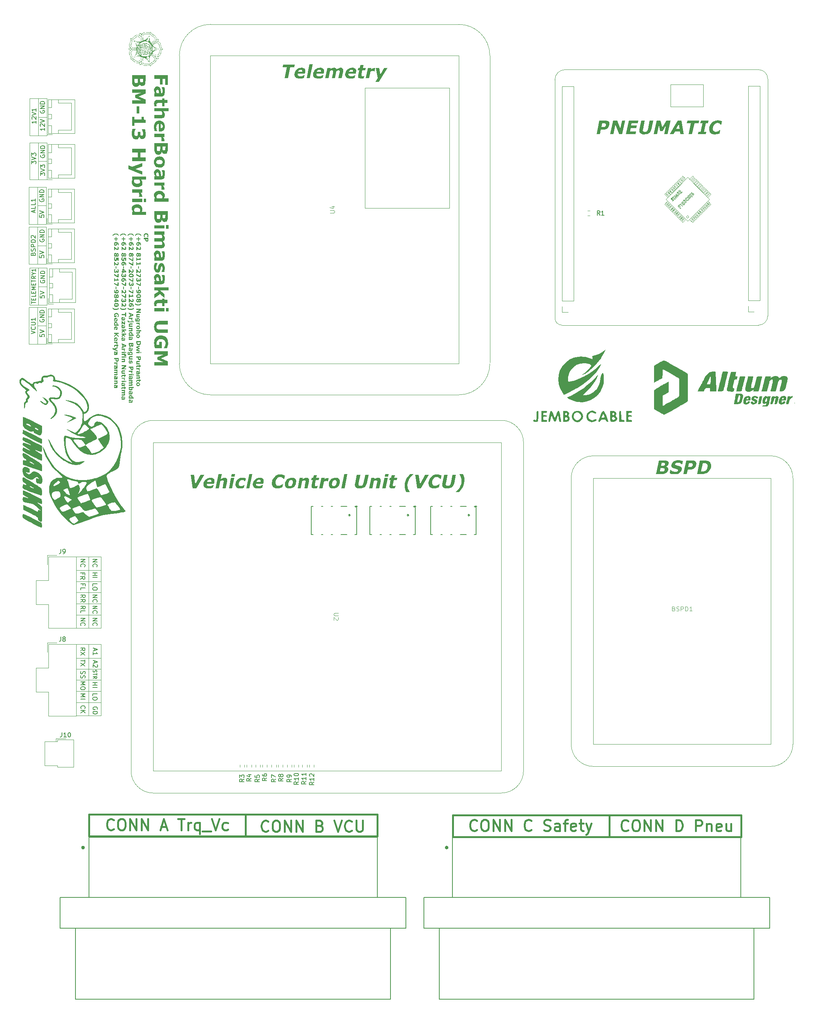
<source format=gbr>
%TF.GenerationSoftware,KiCad,Pcbnew,9.0.2*%
%TF.CreationDate,2025-06-04T19:48:03+07:00*%
%TF.ProjectId,VCU,5643552e-6b69-4636-9164-5f7063625858,rev?*%
%TF.SameCoordinates,Original*%
%TF.FileFunction,Legend,Top*%
%TF.FilePolarity,Positive*%
%FSLAX46Y46*%
G04 Gerber Fmt 4.6, Leading zero omitted, Abs format (unit mm)*
G04 Created by KiCad (PCBNEW 9.0.2) date 2025-06-04 19:48:03*
%MOMM*%
%LPD*%
G01*
G04 APERTURE LIST*
%ADD10C,0.100000*%
%ADD11C,0.400000*%
%ADD12C,0.200000*%
%ADD13C,0.600000*%
%ADD14C,0.250000*%
%ADD15C,0.140000*%
%ADD16C,0.150000*%
%ADD17C,0.145000*%
%ADD18C,0.120000*%
%ADD19C,0.000000*%
%ADD20C,0.152400*%
%ADD21C,0.127000*%
G04 APERTURE END LIST*
D10*
X179600000Y-244445000D02*
X185250000Y-244445000D01*
X185250000Y-247575000D01*
X179600000Y-247575000D01*
X179600000Y-244445000D01*
X171050000Y-131400000D02*
X173000000Y-131400000D01*
X173000000Y-135575000D01*
X171050000Y-135575000D01*
X171050000Y-131400000D01*
D11*
X264550000Y-283000000D02*
X329550000Y-283000000D01*
X329550000Y-287900000D01*
X264550000Y-287900000D01*
X264550000Y-283000000D01*
D10*
X170945565Y-168476387D02*
X172895565Y-168476387D01*
X172895565Y-172651387D01*
X170945565Y-172651387D01*
X170945565Y-168476387D01*
X169100000Y-159650000D02*
X173000000Y-159650000D01*
X173000000Y-168000000D01*
X169100000Y-168000000D01*
X169100000Y-159650000D01*
X179612500Y-227825000D02*
X185262500Y-227825000D01*
X185262500Y-230325000D01*
X179612500Y-230325000D01*
X179612500Y-227825000D01*
X170945565Y-150426387D02*
X172895565Y-150426387D01*
X172895565Y-154601387D01*
X170945565Y-154601387D01*
X170945565Y-150426387D01*
X168995565Y-150426387D02*
X172895565Y-150426387D01*
X172895565Y-158776387D01*
X168995565Y-158776387D01*
X168995565Y-150426387D01*
X169100000Y-121475000D02*
X173000000Y-121475000D01*
X173000000Y-129825000D01*
X169100000Y-129825000D01*
X169100000Y-121475000D01*
D11*
X217850000Y-282925000D02*
X217850000Y-287675000D01*
D10*
X169100000Y-131400000D02*
X173000000Y-131400000D01*
X173000000Y-139750000D01*
X169100000Y-139750000D01*
X169100000Y-131400000D01*
X179600000Y-252510000D02*
X185250000Y-252510000D01*
X185250000Y-255075000D01*
X179600000Y-255075000D01*
X179600000Y-252510000D01*
X171050000Y-131400000D02*
X173000000Y-131400000D01*
X173000000Y-139750000D01*
X171050000Y-139750000D01*
X171050000Y-131400000D01*
D11*
X182500000Y-282825000D02*
X247500000Y-282825000D01*
X247500000Y-287725000D01*
X182500000Y-287725000D01*
X182500000Y-282825000D01*
D10*
X179612500Y-224695000D02*
X185262500Y-224695000D01*
X185262500Y-240825000D01*
X179612500Y-240825000D01*
X179612500Y-224695000D01*
X179600000Y-247575000D02*
X185250000Y-247575000D01*
X185250000Y-250075000D01*
X179600000Y-250075000D01*
X179600000Y-247575000D01*
X171050000Y-121475000D02*
X173000000Y-121475000D01*
X173000000Y-125650000D01*
X171050000Y-125650000D01*
X171050000Y-121475000D01*
X171050000Y-159650000D02*
X173000000Y-159650000D01*
X173000000Y-163825000D01*
X171050000Y-163825000D01*
X171050000Y-159650000D01*
X170945565Y-150426387D02*
X172895565Y-150426387D01*
X172895565Y-158776387D01*
X170945565Y-158776387D01*
X170945565Y-150426387D01*
X179612500Y-230325000D02*
X185262500Y-230325000D01*
X185262500Y-232760000D01*
X179612500Y-232760000D01*
X179612500Y-230325000D01*
X168995565Y-168476387D02*
X172895565Y-168476387D01*
X172895565Y-176826387D01*
X168995565Y-176826387D01*
X168995565Y-168476387D01*
X179600000Y-244445000D02*
X185250000Y-244445000D01*
X185250000Y-260575000D01*
X179600000Y-260575000D01*
X179600000Y-244445000D01*
X170920565Y-141426387D02*
X172870565Y-141426387D01*
X172870565Y-149776387D01*
X170920565Y-149776387D01*
X170920565Y-141426387D01*
X170920565Y-141426387D02*
X172870565Y-141426387D01*
X172870565Y-145601387D01*
X170920565Y-145601387D01*
X170920565Y-141426387D01*
X168963449Y-141424613D02*
X172863449Y-141424613D01*
X172863449Y-149774613D01*
X168963449Y-149774613D01*
X168963449Y-141424613D01*
X182425000Y-244445000D02*
X185250000Y-244445000D01*
X185250000Y-260575000D01*
X182425000Y-260575000D01*
X182425000Y-244445000D01*
X179612500Y-232760000D02*
X185262500Y-232760000D01*
X185262500Y-235325000D01*
X179612500Y-235325000D01*
X179612500Y-232760000D01*
X179612500Y-224695000D02*
X185262500Y-224695000D01*
X185262500Y-227825000D01*
X179612500Y-227825000D01*
X179612500Y-224695000D01*
X171050000Y-121475000D02*
X173000000Y-121475000D01*
X173000000Y-129825000D01*
X171050000Y-129825000D01*
X171050000Y-121475000D01*
X171050000Y-159650000D02*
X173000000Y-159650000D01*
X173000000Y-168000000D01*
X171050000Y-168000000D01*
X171050000Y-159650000D01*
X179600000Y-250075000D02*
X185250000Y-250075000D01*
X185250000Y-252510000D01*
X179600000Y-252510000D01*
X179600000Y-250075000D01*
X179600000Y-255075000D02*
X185250000Y-255075000D01*
X185250000Y-257575000D01*
X179600000Y-257575000D01*
X179600000Y-255075000D01*
D11*
X299900000Y-283100000D02*
X299900000Y-287850000D01*
D10*
X179612500Y-235325000D02*
X185262500Y-235325000D01*
X185262500Y-237825000D01*
X179612500Y-237825000D01*
X179612500Y-235325000D01*
X182437500Y-224695000D02*
X185262500Y-224695000D01*
X185262500Y-240825000D01*
X182437500Y-240825000D01*
X182437500Y-224695000D01*
X170945565Y-168476387D02*
X172895565Y-168476387D01*
X172895565Y-176826387D01*
X170945565Y-176826387D01*
X170945565Y-168476387D01*
D12*
X180644141Y-252960787D02*
X181644141Y-252960787D01*
X181644141Y-252960787D02*
X180929856Y-253294120D01*
X180929856Y-253294120D02*
X181644141Y-253627453D01*
X181644141Y-253627453D02*
X180644141Y-253627453D01*
X181644141Y-254294120D02*
X181644141Y-254484596D01*
X181644141Y-254484596D02*
X181596522Y-254579834D01*
X181596522Y-254579834D02*
X181501284Y-254675072D01*
X181501284Y-254675072D02*
X181310808Y-254722691D01*
X181310808Y-254722691D02*
X180977475Y-254722691D01*
X180977475Y-254722691D02*
X180786999Y-254675072D01*
X180786999Y-254675072D02*
X180691761Y-254579834D01*
X180691761Y-254579834D02*
X180644141Y-254484596D01*
X180644141Y-254484596D02*
X180644141Y-254294120D01*
X180644141Y-254294120D02*
X180691761Y-254198882D01*
X180691761Y-254198882D02*
X180786999Y-254103644D01*
X180786999Y-254103644D02*
X180977475Y-254056025D01*
X180977475Y-254056025D02*
X181310808Y-254056025D01*
X181310808Y-254056025D02*
X181501284Y-254103644D01*
X181501284Y-254103644D02*
X181596522Y-254198882D01*
X181596522Y-254198882D02*
X181644141Y-254294120D01*
X172517219Y-128106517D02*
X172517219Y-128677945D01*
X172517219Y-128392231D02*
X171517219Y-128392231D01*
X171517219Y-128392231D02*
X171660076Y-128487469D01*
X171660076Y-128487469D02*
X171755314Y-128582707D01*
X171755314Y-128582707D02*
X171802933Y-128677945D01*
X171612457Y-127725564D02*
X171564838Y-127677945D01*
X171564838Y-127677945D02*
X171517219Y-127582707D01*
X171517219Y-127582707D02*
X171517219Y-127344612D01*
X171517219Y-127344612D02*
X171564838Y-127249374D01*
X171564838Y-127249374D02*
X171612457Y-127201755D01*
X171612457Y-127201755D02*
X171707695Y-127154136D01*
X171707695Y-127154136D02*
X171802933Y-127154136D01*
X171802933Y-127154136D02*
X171945790Y-127201755D01*
X171945790Y-127201755D02*
X172517219Y-127773183D01*
X172517219Y-127773183D02*
X172517219Y-127154136D01*
X171517219Y-126868421D02*
X172517219Y-126535088D01*
X172517219Y-126535088D02*
X171517219Y-126201755D01*
D13*
G36*
X299153331Y-126455745D02*
G01*
X299351029Y-126492041D01*
X299525260Y-126556035D01*
X299665553Y-126642067D01*
X299758404Y-126730289D01*
X299828430Y-126832458D01*
X299877128Y-126950729D01*
X299901564Y-127077041D01*
X299903332Y-127225908D01*
X299878410Y-127402273D01*
X299819540Y-127602633D01*
X299725270Y-127801793D01*
X299601445Y-127982978D01*
X299456725Y-128129689D01*
X299232605Y-128289148D01*
X299002250Y-128401531D01*
X298840567Y-128450949D01*
X298653456Y-128482371D01*
X298436950Y-128493489D01*
X297957929Y-128493489D01*
X297750750Y-129490000D01*
X296981018Y-129490000D01*
X297307580Y-127919030D01*
X298077363Y-127919030D01*
X298297915Y-127919030D01*
X298486346Y-127912372D01*
X298626543Y-127894849D01*
X298752286Y-127857897D01*
X298860284Y-127797580D01*
X298939325Y-127726003D01*
X298999685Y-127642791D01*
X299044067Y-127546225D01*
X299078454Y-127423155D01*
X299085673Y-127301373D01*
X299055922Y-127203520D01*
X298997378Y-127124127D01*
X298924398Y-127074926D01*
X298812532Y-127037089D01*
X298700732Y-127021437D01*
X298397016Y-127016308D01*
X298264942Y-127016308D01*
X298077363Y-127919030D01*
X297307580Y-127919030D01*
X297614645Y-126441849D01*
X298881350Y-126441849D01*
X299153331Y-126455745D01*
G37*
G36*
X302772505Y-129490000D02*
G01*
X302030800Y-129490000D01*
X301198787Y-127397876D01*
X300763913Y-129490000D01*
X300058478Y-129490000D01*
X300692105Y-126441849D01*
X301612046Y-126441849D01*
X302337630Y-128188124D01*
X302700514Y-126441849D01*
X303406132Y-126441849D01*
X302772505Y-129490000D01*
G37*
G36*
X305772479Y-129490000D02*
G01*
X303613677Y-129490000D01*
X304247304Y-126441849D01*
X306406106Y-126441849D01*
X306284289Y-127028032D01*
X304891006Y-127028032D01*
X304781280Y-127555596D01*
X306074180Y-127555596D01*
X305952363Y-128141779D01*
X304659464Y-128141779D01*
X304501011Y-128903817D01*
X305894295Y-128903817D01*
X305772479Y-129490000D01*
G37*
G36*
X309324014Y-128383579D02*
G01*
X309263010Y-128606759D01*
X309180428Y-128801709D01*
X309077182Y-128971906D01*
X308953166Y-129120098D01*
X308807257Y-129248199D01*
X308602185Y-129374459D01*
X308362432Y-129468158D01*
X308081771Y-129527560D01*
X307752677Y-129548618D01*
X307478931Y-129533628D01*
X307257257Y-129492435D01*
X307078916Y-129429570D01*
X306936443Y-129347857D01*
X306823944Y-129248199D01*
X306734613Y-129125364D01*
X306672745Y-128982634D01*
X306638589Y-128815676D01*
X306635057Y-128618858D01*
X306667506Y-128385594D01*
X307071606Y-126441849D01*
X307845184Y-126441849D01*
X307449511Y-128345111D01*
X307423139Y-128557589D01*
X307437303Y-128709914D01*
X307481385Y-128818454D01*
X307536785Y-128881911D01*
X307615543Y-128930034D01*
X307724236Y-128962108D01*
X307872112Y-128974159D01*
X308058938Y-128955835D01*
X308207140Y-128905043D01*
X308325122Y-128824682D01*
X308417981Y-128714426D01*
X308496584Y-128558715D01*
X308558129Y-128345111D01*
X308953803Y-126441849D01*
X309727564Y-126441849D01*
X309324014Y-128383579D01*
G37*
G36*
X313017698Y-129490000D02*
G01*
X312251997Y-129490000D01*
X312676247Y-127449534D01*
X311847531Y-128774856D01*
X311316303Y-128774856D01*
X311038599Y-127449534D01*
X310614349Y-129490000D01*
X309888764Y-129490000D01*
X310522391Y-126441849D01*
X311416137Y-126441849D01*
X311769678Y-127971969D01*
X312757397Y-126441849D01*
X313651325Y-126441849D01*
X313017698Y-129490000D01*
G37*
G36*
X316627119Y-129490000D02*
G01*
X315831193Y-129490000D01*
X315753890Y-128868646D01*
X314647287Y-128868646D01*
X314311697Y-129490000D01*
X313536104Y-129490000D01*
X314203873Y-128317634D01*
X314948621Y-128317634D01*
X315682083Y-128317634D01*
X315542864Y-127222937D01*
X314948621Y-128317634D01*
X314203873Y-128317634D01*
X315272304Y-126441849D01*
X316158173Y-126441849D01*
X316627119Y-129490000D01*
G37*
G36*
X319975139Y-127028032D02*
G01*
X319042925Y-127028032D01*
X318531114Y-129490000D01*
X317761383Y-129490000D01*
X318273194Y-127028032D01*
X317341163Y-127028032D01*
X317462979Y-126441849D01*
X320096955Y-126441849D01*
X319975139Y-127028032D01*
G37*
G36*
X321602346Y-129490000D02*
G01*
X319854239Y-129490000D01*
X319968728Y-128938988D01*
X320457824Y-128938988D01*
X320862473Y-126992861D01*
X320373377Y-126992861D01*
X320487866Y-126441849D01*
X322235973Y-126441849D01*
X322121484Y-126992861D01*
X321632205Y-126992861D01*
X321227555Y-128938988D01*
X321716835Y-128938988D01*
X321602346Y-129490000D01*
G37*
G36*
X323617349Y-129548618D02*
G01*
X323397174Y-129536794D01*
X323200253Y-129502830D01*
X323023656Y-129448417D01*
X322858341Y-129369087D01*
X322718734Y-129269672D01*
X322601788Y-129149647D01*
X322508856Y-129010162D01*
X322438318Y-128846519D01*
X322391128Y-128654506D01*
X322372747Y-128456567D01*
X322381716Y-128229686D01*
X322422269Y-127969038D01*
X322483773Y-127731682D01*
X322564827Y-127513383D01*
X322664986Y-127312330D01*
X322786534Y-127123679D01*
X322924302Y-126955647D01*
X323078794Y-126806748D01*
X323243296Y-126682841D01*
X323425092Y-126578552D01*
X323625959Y-126493689D01*
X323835511Y-126432536D01*
X324052217Y-126395661D01*
X324277538Y-126383230D01*
X324460891Y-126388982D01*
X324612761Y-126404846D01*
X324880573Y-126461266D01*
X325106071Y-126548644D01*
X325278995Y-126638037D01*
X325124755Y-127379741D01*
X325036645Y-127379741D01*
X324919774Y-127261589D01*
X324754361Y-127126950D01*
X324653339Y-127066386D01*
X324538939Y-127015026D01*
X324415632Y-126981218D01*
X324273874Y-126969413D01*
X324113220Y-126982398D01*
X323954221Y-127021620D01*
X323801851Y-127089408D01*
X323647758Y-127194727D01*
X323515665Y-127326638D01*
X323391852Y-127504122D01*
X323295197Y-127710330D01*
X323221676Y-127971053D01*
X323191718Y-128163883D01*
X323186430Y-128321685D01*
X323201160Y-128450441D01*
X323257435Y-128628053D01*
X323337630Y-128753424D01*
X323447053Y-128850065D01*
X323576866Y-128914258D01*
X323719086Y-128950433D01*
X323863729Y-128962435D01*
X324004047Y-128951713D01*
X324150226Y-128918654D01*
X324293089Y-128867038D01*
X324428480Y-128799952D01*
X324637857Y-128670809D01*
X324800706Y-128552107D01*
X324880940Y-128552107D01*
X324728715Y-129285019D01*
X324493876Y-129381922D01*
X324263250Y-129460141D01*
X323974738Y-129525903D01*
X323830340Y-129542182D01*
X323617349Y-129548618D01*
G37*
D12*
X171614838Y-162456517D02*
X171567219Y-162551755D01*
X171567219Y-162551755D02*
X171567219Y-162694612D01*
X171567219Y-162694612D02*
X171614838Y-162837469D01*
X171614838Y-162837469D02*
X171710076Y-162932707D01*
X171710076Y-162932707D02*
X171805314Y-162980326D01*
X171805314Y-162980326D02*
X171995790Y-163027945D01*
X171995790Y-163027945D02*
X172138647Y-163027945D01*
X172138647Y-163027945D02*
X172329123Y-162980326D01*
X172329123Y-162980326D02*
X172424361Y-162932707D01*
X172424361Y-162932707D02*
X172519600Y-162837469D01*
X172519600Y-162837469D02*
X172567219Y-162694612D01*
X172567219Y-162694612D02*
X172567219Y-162599374D01*
X172567219Y-162599374D02*
X172519600Y-162456517D01*
X172519600Y-162456517D02*
X172471980Y-162408898D01*
X172471980Y-162408898D02*
X172138647Y-162408898D01*
X172138647Y-162408898D02*
X172138647Y-162599374D01*
X172567219Y-161980326D02*
X171567219Y-161980326D01*
X171567219Y-161980326D02*
X172567219Y-161408898D01*
X172567219Y-161408898D02*
X171567219Y-161408898D01*
X172567219Y-160932707D02*
X171567219Y-160932707D01*
X171567219Y-160932707D02*
X171567219Y-160694612D01*
X171567219Y-160694612D02*
X171614838Y-160551755D01*
X171614838Y-160551755D02*
X171710076Y-160456517D01*
X171710076Y-160456517D02*
X171805314Y-160408898D01*
X171805314Y-160408898D02*
X171995790Y-160361279D01*
X171995790Y-160361279D02*
X172138647Y-160361279D01*
X172138647Y-160361279D02*
X172329123Y-160408898D01*
X172329123Y-160408898D02*
X172424361Y-160456517D01*
X172424361Y-160456517D02*
X172519600Y-160551755D01*
X172519600Y-160551755D02*
X172567219Y-160694612D01*
X172567219Y-160694612D02*
X172567219Y-160932707D01*
X171460403Y-153182904D02*
X171412784Y-153278142D01*
X171412784Y-153278142D02*
X171412784Y-153420999D01*
X171412784Y-153420999D02*
X171460403Y-153563856D01*
X171460403Y-153563856D02*
X171555641Y-153659094D01*
X171555641Y-153659094D02*
X171650879Y-153706713D01*
X171650879Y-153706713D02*
X171841355Y-153754332D01*
X171841355Y-153754332D02*
X171984212Y-153754332D01*
X171984212Y-153754332D02*
X172174688Y-153706713D01*
X172174688Y-153706713D02*
X172269926Y-153659094D01*
X172269926Y-153659094D02*
X172365165Y-153563856D01*
X172365165Y-153563856D02*
X172412784Y-153420999D01*
X172412784Y-153420999D02*
X172412784Y-153325761D01*
X172412784Y-153325761D02*
X172365165Y-153182904D01*
X172365165Y-153182904D02*
X172317545Y-153135285D01*
X172317545Y-153135285D02*
X171984212Y-153135285D01*
X171984212Y-153135285D02*
X171984212Y-153325761D01*
X172412784Y-152706713D02*
X171412784Y-152706713D01*
X171412784Y-152706713D02*
X172412784Y-152135285D01*
X172412784Y-152135285D02*
X171412784Y-152135285D01*
X172412784Y-151659094D02*
X171412784Y-151659094D01*
X171412784Y-151659094D02*
X171412784Y-151420999D01*
X171412784Y-151420999D02*
X171460403Y-151278142D01*
X171460403Y-151278142D02*
X171555641Y-151182904D01*
X171555641Y-151182904D02*
X171650879Y-151135285D01*
X171650879Y-151135285D02*
X171841355Y-151087666D01*
X171841355Y-151087666D02*
X171984212Y-151087666D01*
X171984212Y-151087666D02*
X172174688Y-151135285D01*
X172174688Y-151135285D02*
X172269926Y-151182904D01*
X172269926Y-151182904D02*
X172365165Y-151278142D01*
X172365165Y-151278142D02*
X172412784Y-151420999D01*
X172412784Y-151420999D02*
X172412784Y-151659094D01*
X180657780Y-255654673D02*
X181657780Y-255654673D01*
X181657780Y-255654673D02*
X180943495Y-255988006D01*
X180943495Y-255988006D02*
X181657780Y-256321339D01*
X181657780Y-256321339D02*
X180657780Y-256321339D01*
X180657780Y-256797530D02*
X181657780Y-256797530D01*
X171614838Y-134206517D02*
X171567219Y-134301755D01*
X171567219Y-134301755D02*
X171567219Y-134444612D01*
X171567219Y-134444612D02*
X171614838Y-134587469D01*
X171614838Y-134587469D02*
X171710076Y-134682707D01*
X171710076Y-134682707D02*
X171805314Y-134730326D01*
X171805314Y-134730326D02*
X171995790Y-134777945D01*
X171995790Y-134777945D02*
X172138647Y-134777945D01*
X172138647Y-134777945D02*
X172329123Y-134730326D01*
X172329123Y-134730326D02*
X172424361Y-134682707D01*
X172424361Y-134682707D02*
X172519600Y-134587469D01*
X172519600Y-134587469D02*
X172567219Y-134444612D01*
X172567219Y-134444612D02*
X172567219Y-134349374D01*
X172567219Y-134349374D02*
X172519600Y-134206517D01*
X172519600Y-134206517D02*
X172471980Y-134158898D01*
X172471980Y-134158898D02*
X172138647Y-134158898D01*
X172138647Y-134158898D02*
X172138647Y-134349374D01*
X172567219Y-133730326D02*
X171567219Y-133730326D01*
X171567219Y-133730326D02*
X172567219Y-133158898D01*
X172567219Y-133158898D02*
X171567219Y-133158898D01*
X172567219Y-132682707D02*
X171567219Y-132682707D01*
X171567219Y-132682707D02*
X171567219Y-132444612D01*
X171567219Y-132444612D02*
X171614838Y-132301755D01*
X171614838Y-132301755D02*
X171710076Y-132206517D01*
X171710076Y-132206517D02*
X171805314Y-132158898D01*
X171805314Y-132158898D02*
X171995790Y-132111279D01*
X171995790Y-132111279D02*
X172138647Y-132111279D01*
X172138647Y-132111279D02*
X172329123Y-132158898D01*
X172329123Y-132158898D02*
X172424361Y-132206517D01*
X172424361Y-132206517D02*
X172519600Y-132301755D01*
X172519600Y-132301755D02*
X172567219Y-132444612D01*
X172567219Y-132444612D02*
X172567219Y-132682707D01*
X181131590Y-228703006D02*
X181131590Y-228369673D01*
X180607780Y-228369673D02*
X181607780Y-228369673D01*
X181607780Y-228369673D02*
X181607780Y-228845863D01*
X180607780Y-229798244D02*
X181083971Y-229464911D01*
X180607780Y-229226816D02*
X181607780Y-229226816D01*
X181607780Y-229226816D02*
X181607780Y-229607768D01*
X181607780Y-229607768D02*
X181560161Y-229703006D01*
X181560161Y-229703006D02*
X181512542Y-229750625D01*
X181512542Y-229750625D02*
X181417304Y-229798244D01*
X181417304Y-229798244D02*
X181274447Y-229798244D01*
X181274447Y-229798244D02*
X181179209Y-229750625D01*
X181179209Y-229750625D02*
X181131590Y-229703006D01*
X181131590Y-229703006D02*
X181083971Y-229607768D01*
X181083971Y-229607768D02*
X181083971Y-229226816D01*
X183357780Y-253119673D02*
X184357780Y-253119673D01*
X183881590Y-253119673D02*
X183881590Y-253691101D01*
X183357780Y-253691101D02*
X184357780Y-253691101D01*
X183357780Y-254167292D02*
X184357780Y-254167292D01*
X171410403Y-144132904D02*
X171362784Y-144228142D01*
X171362784Y-144228142D02*
X171362784Y-144370999D01*
X171362784Y-144370999D02*
X171410403Y-144513856D01*
X171410403Y-144513856D02*
X171505641Y-144609094D01*
X171505641Y-144609094D02*
X171600879Y-144656713D01*
X171600879Y-144656713D02*
X171791355Y-144704332D01*
X171791355Y-144704332D02*
X171934212Y-144704332D01*
X171934212Y-144704332D02*
X172124688Y-144656713D01*
X172124688Y-144656713D02*
X172219926Y-144609094D01*
X172219926Y-144609094D02*
X172315165Y-144513856D01*
X172315165Y-144513856D02*
X172362784Y-144370999D01*
X172362784Y-144370999D02*
X172362784Y-144275761D01*
X172362784Y-144275761D02*
X172315165Y-144132904D01*
X172315165Y-144132904D02*
X172267545Y-144085285D01*
X172267545Y-144085285D02*
X171934212Y-144085285D01*
X171934212Y-144085285D02*
X171934212Y-144275761D01*
X172362784Y-143656713D02*
X171362784Y-143656713D01*
X171362784Y-143656713D02*
X172362784Y-143085285D01*
X172362784Y-143085285D02*
X171362784Y-143085285D01*
X172362784Y-142609094D02*
X171362784Y-142609094D01*
X171362784Y-142609094D02*
X171362784Y-142370999D01*
X171362784Y-142370999D02*
X171410403Y-142228142D01*
X171410403Y-142228142D02*
X171505641Y-142132904D01*
X171505641Y-142132904D02*
X171600879Y-142085285D01*
X171600879Y-142085285D02*
X171791355Y-142037666D01*
X171791355Y-142037666D02*
X171934212Y-142037666D01*
X171934212Y-142037666D02*
X172124688Y-142085285D01*
X172124688Y-142085285D02*
X172219926Y-142132904D01*
X172219926Y-142132904D02*
X172315165Y-142228142D01*
X172315165Y-142228142D02*
X172362784Y-142370999D01*
X172362784Y-142370999D02*
X172362784Y-142609094D01*
X171467219Y-165904136D02*
X171467219Y-166380326D01*
X171467219Y-166380326D02*
X171943409Y-166427945D01*
X171943409Y-166427945D02*
X171895790Y-166380326D01*
X171895790Y-166380326D02*
X171848171Y-166285088D01*
X171848171Y-166285088D02*
X171848171Y-166046993D01*
X171848171Y-166046993D02*
X171895790Y-165951755D01*
X171895790Y-165951755D02*
X171943409Y-165904136D01*
X171943409Y-165904136D02*
X172038647Y-165856517D01*
X172038647Y-165856517D02*
X172276742Y-165856517D01*
X172276742Y-165856517D02*
X172371980Y-165904136D01*
X172371980Y-165904136D02*
X172419600Y-165951755D01*
X172419600Y-165951755D02*
X172467219Y-166046993D01*
X172467219Y-166046993D02*
X172467219Y-166285088D01*
X172467219Y-166285088D02*
X172419600Y-166380326D01*
X172419600Y-166380326D02*
X172371980Y-166427945D01*
X171467219Y-165570802D02*
X172467219Y-165237469D01*
X172467219Y-165237469D02*
X171467219Y-164904136D01*
D11*
G36*
X199711967Y-118401090D02*
G01*
X199711967Y-116997182D01*
X199137508Y-116997182D01*
X199137508Y-118298508D01*
X198551325Y-118298508D01*
X198551325Y-116997182D01*
X197250000Y-116997182D01*
X197250000Y-116214445D01*
X200298150Y-116214445D01*
X200298150Y-118401090D01*
X199711967Y-118401090D01*
G37*
G36*
X198070757Y-118746563D02*
G01*
X198206931Y-118784935D01*
X198319234Y-118845490D01*
X198416927Y-118929143D01*
X198501343Y-119034686D01*
X198572758Y-119165326D01*
X198649380Y-119384500D01*
X198704649Y-119673473D01*
X198738431Y-119979804D01*
X198762351Y-120302704D01*
X198774808Y-120302704D01*
X198893209Y-120284229D01*
X198979028Y-120232945D01*
X199040605Y-120146999D01*
X199078122Y-120040077D01*
X199104143Y-119890936D01*
X199114061Y-119687944D01*
X199098593Y-119503606D01*
X199049398Y-119298499D01*
X198949930Y-119001378D01*
X198949930Y-118933784D01*
X199503689Y-118933784D01*
X199576229Y-119313886D01*
X199607714Y-119577816D01*
X199618178Y-119841634D01*
X199602737Y-120168913D01*
X199561424Y-120420151D01*
X199500521Y-120609815D01*
X199424371Y-120750401D01*
X199316796Y-120870213D01*
X199183664Y-120956416D01*
X199019650Y-121010673D01*
X198816573Y-121030120D01*
X197250000Y-121030120D01*
X197250000Y-120298490D01*
X197493815Y-120298490D01*
X197385188Y-120150846D01*
X197284804Y-119984883D01*
X197239698Y-119874424D01*
X197683775Y-119874424D01*
X197694768Y-119984435D01*
X197728838Y-120098639D01*
X197781821Y-120206396D01*
X197848089Y-120298490D01*
X198328576Y-120298490D01*
X198294687Y-119974624D01*
X198269320Y-119811452D01*
X198244312Y-119710476D01*
X198199744Y-119610006D01*
X198142646Y-119541399D01*
X198067745Y-119498354D01*
X197967158Y-119482964D01*
X197850104Y-119495237D01*
X197807665Y-119515526D01*
X197763825Y-119556786D01*
X197728492Y-119607856D01*
X197703192Y-119669443D01*
X197689558Y-119744257D01*
X197683775Y-119874424D01*
X197239698Y-119874424D01*
X197239596Y-119874173D01*
X197206585Y-119759385D01*
X197186652Y-119639494D01*
X197179658Y-119503297D01*
X197193058Y-119342246D01*
X197231799Y-119199046D01*
X197295031Y-119070472D01*
X197383722Y-118954117D01*
X197492897Y-118857258D01*
X197614305Y-118788914D01*
X197750473Y-118747249D01*
X197905059Y-118732833D01*
X198070757Y-118746563D01*
G37*
G36*
X197269050Y-123181411D02*
G01*
X197220690Y-122929352D01*
X197203105Y-122603471D01*
X197216200Y-122383749D01*
X197251947Y-122208999D01*
X197306232Y-122071042D01*
X197376762Y-121963066D01*
X197470344Y-121877091D01*
X197594933Y-121811843D01*
X197758419Y-121768852D01*
X197971188Y-121752957D01*
X199043719Y-121752957D01*
X199043719Y-121449607D01*
X199547836Y-121449607D01*
X199547836Y-121752957D01*
X200204361Y-121752957D01*
X200204361Y-122490631D01*
X199547836Y-122490631D01*
X199547836Y-123181411D01*
X199043719Y-123181411D01*
X199043719Y-122490631D01*
X198232772Y-122490631D01*
X198023028Y-122492646D01*
X197936575Y-122502141D01*
X197862011Y-122525436D01*
X197798752Y-122564627D01*
X197748988Y-122626919D01*
X197719122Y-122709222D01*
X197707222Y-122839043D01*
X197731952Y-122989802D01*
X197777564Y-123119862D01*
X197777564Y-123181411D01*
X197269050Y-123181411D01*
G37*
G36*
X197250000Y-125932440D02*
G01*
X197250000Y-125190736D01*
X198392506Y-125190736D01*
X198670577Y-125176264D01*
X198799187Y-125154772D01*
X198874642Y-125127172D01*
X198940217Y-125076664D01*
X198985284Y-125007187D01*
X199010336Y-124919933D01*
X199020272Y-124787002D01*
X199012226Y-124686653D01*
X198987482Y-124582937D01*
X198946711Y-124478911D01*
X198882885Y-124358539D01*
X197250000Y-124358539D01*
X197250000Y-123620865D01*
X200438834Y-123620865D01*
X200438834Y-124358539D01*
X199300174Y-124358539D01*
X199439579Y-124557034D01*
X199536113Y-124736627D01*
X199597124Y-124925340D01*
X199618178Y-125139262D01*
X199603145Y-125324132D01*
X199560736Y-125479594D01*
X199493252Y-125611000D01*
X199400558Y-125722330D01*
X199286606Y-125809388D01*
X199144558Y-125874800D01*
X198968294Y-125917110D01*
X198750078Y-125932440D01*
X197250000Y-125932440D01*
G37*
G36*
X198609147Y-126457758D02*
G01*
X198810143Y-126501648D01*
X198987589Y-126572018D01*
X199144911Y-126668360D01*
X199284603Y-126791748D01*
X199400859Y-126936190D01*
X199492743Y-127100869D01*
X199560561Y-127288715D01*
X199603200Y-127503523D01*
X199618178Y-127749790D01*
X199597600Y-128031814D01*
X199540676Y-128260267D01*
X199452315Y-128445103D01*
X199334063Y-128594077D01*
X199184357Y-128712907D01*
X199002906Y-128800798D01*
X198783179Y-128856830D01*
X198516704Y-128876910D01*
X198258234Y-128876910D01*
X198258234Y-128143265D01*
X198692009Y-128143265D01*
X198843914Y-128125766D01*
X198958108Y-128086380D01*
X199043169Y-128028410D01*
X199105569Y-127948290D01*
X199145958Y-127838827D01*
X199160956Y-127690439D01*
X199147649Y-127552205D01*
X199110008Y-127436885D01*
X199049398Y-127339829D01*
X198965487Y-127265190D01*
X198849643Y-127213138D01*
X198692009Y-127186322D01*
X198692009Y-128143265D01*
X198258234Y-128143265D01*
X198258234Y-127188337D01*
X198085665Y-127220005D01*
X197948944Y-127288586D01*
X197840212Y-127394234D01*
X197764566Y-127528602D01*
X197714287Y-127710172D01*
X197695498Y-127952756D01*
X197716889Y-128182522D01*
X197781228Y-128405582D01*
X197874739Y-128610535D01*
X197965143Y-128751980D01*
X197965143Y-128833862D01*
X197370900Y-128833862D01*
X197282345Y-128585563D01*
X197224904Y-128362534D01*
X197191482Y-128134924D01*
X197179658Y-127872705D01*
X197194360Y-127587241D01*
X197235670Y-127343855D01*
X197300217Y-127136659D01*
X197385824Y-126960512D01*
X197491617Y-126811165D01*
X197623841Y-126680978D01*
X197775483Y-126579494D01*
X197949305Y-126505258D01*
X198149290Y-126458760D01*
X198380416Y-126442419D01*
X198609147Y-126457758D01*
G37*
G36*
X198832693Y-131065936D02*
G01*
X198832693Y-131000357D01*
X198859071Y-130848682D01*
X198867864Y-130674476D01*
X198862435Y-130521165D01*
X198847531Y-130395673D01*
X198820940Y-130273330D01*
X198778471Y-130135371D01*
X197250000Y-130135371D01*
X197250000Y-129397697D01*
X199547836Y-129397697D01*
X199547836Y-130135371D01*
X199209682Y-130135371D01*
X199342782Y-130304683D01*
X199430770Y-130444429D01*
X199483173Y-130559621D01*
X199532627Y-130737847D01*
X199547836Y-130891730D01*
X199545638Y-130979841D01*
X199539593Y-131065936D01*
X198832693Y-131065936D01*
G37*
G36*
X200298150Y-132709996D02*
G01*
X200290770Y-133054044D01*
X200273421Y-133250017D01*
X200234504Y-133418627D01*
X200164610Y-133589270D01*
X200097220Y-133697765D01*
X200018352Y-133783140D01*
X199927390Y-133848290D01*
X199770353Y-133911597D01*
X199587587Y-133933469D01*
X199443370Y-133920071D01*
X199313957Y-133881052D01*
X199196310Y-133816599D01*
X199093527Y-133729883D01*
X199005743Y-133620973D01*
X198932527Y-133486688D01*
X198916041Y-133486688D01*
X198860223Y-133678197D01*
X198778273Y-133834384D01*
X198670943Y-133961130D01*
X198537647Y-134056584D01*
X198376854Y-134115550D01*
X198180931Y-134136435D01*
X198036202Y-134126081D01*
X197905610Y-134096073D01*
X197786906Y-134047226D01*
X197628073Y-133941354D01*
X197499127Y-133802311D01*
X197383653Y-133612896D01*
X197307152Y-133405722D01*
X197265822Y-133174880D01*
X197250000Y-132857641D01*
X197250000Y-132365614D01*
X197801011Y-132365614D01*
X197803026Y-132841154D01*
X197817694Y-132980370D01*
X197856516Y-133105486D01*
X197919145Y-133212804D01*
X197992986Y-133274563D01*
X198083097Y-133308801D01*
X198189174Y-133320725D01*
X198324274Y-133305074D01*
X198414122Y-133264305D01*
X198480314Y-133192922D01*
X198532274Y-133072697D01*
X198551821Y-132971740D01*
X198561034Y-132818623D01*
X198563049Y-132480469D01*
X198563049Y-132431193D01*
X199090614Y-132431193D01*
X199096842Y-132748831D01*
X199111669Y-132872284D01*
X199138607Y-132955826D01*
X199196294Y-133047107D01*
X199262438Y-133095228D01*
X199342528Y-133119430D01*
X199438660Y-133128018D01*
X199514749Y-133118790D01*
X199592899Y-133090099D01*
X199658750Y-133039168D01*
X199707571Y-132955826D01*
X199732556Y-132863827D01*
X199744024Y-132741687D01*
X199747138Y-132382100D01*
X199747138Y-132308278D01*
X199090614Y-132308278D01*
X199090614Y-132431193D01*
X198563049Y-132431193D01*
X198563049Y-132308278D01*
X197801011Y-132308278D01*
X197801011Y-132365614D01*
X197250000Y-132365614D01*
X197250000Y-131525540D01*
X200298150Y-131525540D01*
X200298150Y-132709996D01*
G37*
G36*
X198627641Y-134528987D02*
G01*
X198828126Y-134571255D01*
X199003630Y-134638668D01*
X199157762Y-134730411D01*
X199293213Y-134847182D01*
X199406192Y-134984945D01*
X199495631Y-135143118D01*
X199561790Y-135324704D01*
X199603493Y-135533604D01*
X199618178Y-135774450D01*
X199603281Y-136019114D01*
X199561095Y-136230026D01*
X199494367Y-136412147D01*
X199404408Y-136569651D01*
X199291015Y-136705748D01*
X199154920Y-136821174D01*
X199000587Y-136911844D01*
X198825401Y-136978425D01*
X198625877Y-137020127D01*
X198397819Y-137034743D01*
X198169922Y-137020045D01*
X197970611Y-136978108D01*
X197795661Y-136911145D01*
X197641569Y-136819924D01*
X197505722Y-136703733D01*
X197392542Y-136566842D01*
X197302844Y-136409025D01*
X197236398Y-136227174D01*
X197194451Y-136017249D01*
X197180026Y-135780495D01*
X197695498Y-135780495D01*
X197703945Y-135878963D01*
X197729021Y-135972103D01*
X197773821Y-136055990D01*
X197842044Y-136126892D01*
X197936861Y-136188752D01*
X198052704Y-136234420D01*
X198187895Y-136260059D01*
X198393789Y-136270324D01*
X198587067Y-136260179D01*
X198731760Y-136233321D01*
X198858693Y-136187294D01*
X198949563Y-136130922D01*
X199021410Y-136057930D01*
X199067716Y-135973019D01*
X199093516Y-135878252D01*
X199102337Y-135774450D01*
X199094840Y-135671387D01*
X199073761Y-135584673D01*
X199032988Y-135506206D01*
X198959822Y-135426038D01*
X198870266Y-135367498D01*
X198742018Y-135318326D01*
X198594332Y-135289394D01*
X198393789Y-135278393D01*
X198213069Y-135287741D01*
X198069007Y-135313197D01*
X197941211Y-135358085D01*
X197848272Y-135415779D01*
X197779139Y-135488195D01*
X197732135Y-135572400D01*
X197705059Y-135667784D01*
X197695498Y-135780495D01*
X197180026Y-135780495D01*
X197179658Y-135774450D01*
X197194449Y-135531658D01*
X197236393Y-135321713D01*
X197302837Y-135139821D01*
X197392536Y-134981946D01*
X197505722Y-134844984D01*
X197641559Y-134728864D01*
X197795645Y-134637694D01*
X197970596Y-134570765D01*
X198169912Y-134528848D01*
X198397819Y-134514157D01*
X198627641Y-134528987D01*
G37*
G36*
X198070757Y-137404763D02*
G01*
X198206931Y-137443135D01*
X198319234Y-137503689D01*
X198416927Y-137587342D01*
X198501343Y-137692886D01*
X198572758Y-137823525D01*
X198649380Y-138042700D01*
X198704649Y-138331673D01*
X198738431Y-138638003D01*
X198762351Y-138960903D01*
X198774808Y-138960903D01*
X198893209Y-138942429D01*
X198979028Y-138891145D01*
X199040605Y-138805198D01*
X199078122Y-138698277D01*
X199104143Y-138549136D01*
X199114061Y-138346144D01*
X199098593Y-138161806D01*
X199049398Y-137956699D01*
X198949930Y-137659577D01*
X198949930Y-137591983D01*
X199503689Y-137591983D01*
X199576229Y-137972086D01*
X199607714Y-138236015D01*
X199618178Y-138499834D01*
X199602737Y-138827113D01*
X199561424Y-139078351D01*
X199500521Y-139268015D01*
X199424371Y-139408600D01*
X199316796Y-139528413D01*
X199183664Y-139614616D01*
X199019650Y-139668873D01*
X198816573Y-139688319D01*
X197250000Y-139688319D01*
X197250000Y-138956690D01*
X197493815Y-138956690D01*
X197385188Y-138809045D01*
X197284804Y-138643082D01*
X197239698Y-138532623D01*
X197683775Y-138532623D01*
X197694768Y-138642634D01*
X197728838Y-138756838D01*
X197781821Y-138864595D01*
X197848089Y-138956690D01*
X198328576Y-138956690D01*
X198294687Y-138632824D01*
X198269320Y-138469652D01*
X198244312Y-138368675D01*
X198199744Y-138268206D01*
X198142646Y-138199598D01*
X198067745Y-138156554D01*
X197967158Y-138141163D01*
X197850104Y-138153436D01*
X197807665Y-138173726D01*
X197763825Y-138214986D01*
X197728492Y-138266056D01*
X197703192Y-138327643D01*
X197689558Y-138402457D01*
X197683775Y-138532623D01*
X197239698Y-138532623D01*
X197239596Y-138532373D01*
X197206585Y-138417585D01*
X197186652Y-138297693D01*
X197179658Y-138161496D01*
X197193058Y-138000445D01*
X197231799Y-137857245D01*
X197295031Y-137728672D01*
X197383722Y-137612316D01*
X197492897Y-137515457D01*
X197614305Y-137447114D01*
X197750473Y-137405448D01*
X197905059Y-137391032D01*
X198070757Y-137404763D01*
G37*
G36*
X198832693Y-142036348D02*
G01*
X198832693Y-141970769D01*
X198859071Y-141819094D01*
X198867864Y-141644888D01*
X198862435Y-141491577D01*
X198847531Y-141366085D01*
X198820940Y-141243741D01*
X198778471Y-141105783D01*
X197250000Y-141105783D01*
X197250000Y-140368108D01*
X199547836Y-140368108D01*
X199547836Y-141105783D01*
X199209682Y-141105783D01*
X199342782Y-141275095D01*
X199430770Y-141414840D01*
X199483173Y-141530033D01*
X199532627Y-141708258D01*
X199547836Y-141862142D01*
X199545638Y-141950252D01*
X199539593Y-142036348D01*
X198832693Y-142036348D01*
G37*
G36*
X198576302Y-142301061D02*
G01*
X198749230Y-142329933D01*
X198903035Y-142375968D01*
X199116722Y-142478173D01*
X199293030Y-142608609D01*
X199429618Y-142762046D01*
X199532815Y-142946763D01*
X199597277Y-143147574D01*
X199618178Y-143344269D01*
X199605951Y-143541389D01*
X199574031Y-143683339D01*
X199462473Y-143954998D01*
X200438834Y-143954998D01*
X200438834Y-144692855D01*
X197250000Y-144692855D01*
X197250000Y-143954998D01*
X197489785Y-143954998D01*
X197349174Y-143763644D01*
X197256777Y-143598342D01*
X197238724Y-143543021D01*
X197742393Y-143543021D01*
X197751517Y-143644204D01*
X197780495Y-143756062D01*
X197825370Y-143863660D01*
X197880512Y-143954998D01*
X199016974Y-143954998D01*
X199064419Y-143791050D01*
X199078890Y-143633147D01*
X199066148Y-143489611D01*
X199030519Y-143372209D01*
X198974060Y-143275752D01*
X198896257Y-143196624D01*
X198766906Y-143119259D01*
X198601390Y-143069380D01*
X198389942Y-143051177D01*
X198164617Y-143067013D01*
X198005534Y-143108177D01*
X197896083Y-143167864D01*
X197813728Y-143256726D01*
X197761591Y-143378112D01*
X197742393Y-143543021D01*
X197238724Y-143543021D01*
X197199774Y-143423663D01*
X197179658Y-143215125D01*
X197200692Y-143012325D01*
X197261393Y-142836157D01*
X197361436Y-142680909D01*
X197504806Y-142543030D01*
X197672087Y-142437487D01*
X197869978Y-142358867D01*
X198104158Y-142308799D01*
X198381516Y-142290971D01*
X198576302Y-142301061D01*
G37*
G36*
X200298150Y-148050401D02*
G01*
X200290770Y-148394449D01*
X200273421Y-148590422D01*
X200234504Y-148759032D01*
X200164610Y-148929675D01*
X200097220Y-149038170D01*
X200018352Y-149123545D01*
X199927390Y-149188695D01*
X199770353Y-149252002D01*
X199587587Y-149273874D01*
X199443370Y-149260476D01*
X199313957Y-149221457D01*
X199196310Y-149157004D01*
X199093527Y-149070288D01*
X199005743Y-148961377D01*
X198932527Y-148827093D01*
X198916041Y-148827093D01*
X198860223Y-149018601D01*
X198778273Y-149174789D01*
X198670943Y-149301535D01*
X198537647Y-149396989D01*
X198376854Y-149455955D01*
X198180931Y-149476840D01*
X198036202Y-149466486D01*
X197905610Y-149436478D01*
X197786906Y-149387630D01*
X197628073Y-149281759D01*
X197499127Y-149142716D01*
X197383653Y-148953300D01*
X197307152Y-148746127D01*
X197265822Y-148515284D01*
X197250000Y-148198046D01*
X197250000Y-147706018D01*
X197801011Y-147706018D01*
X197803026Y-148181559D01*
X197817694Y-148320775D01*
X197856516Y-148445891D01*
X197919145Y-148553209D01*
X197992986Y-148614968D01*
X198083097Y-148649205D01*
X198189174Y-148661130D01*
X198324274Y-148645479D01*
X198414122Y-148604710D01*
X198480314Y-148533327D01*
X198532274Y-148413101D01*
X198551821Y-148312145D01*
X198561034Y-148159028D01*
X198563049Y-147820874D01*
X198563049Y-147771598D01*
X199090614Y-147771598D01*
X199096842Y-148089235D01*
X199111669Y-148212689D01*
X199138607Y-148296231D01*
X199196294Y-148387512D01*
X199262438Y-148435633D01*
X199342528Y-148459835D01*
X199438660Y-148468422D01*
X199514749Y-148459194D01*
X199592899Y-148430504D01*
X199658750Y-148379573D01*
X199707571Y-148296231D01*
X199732556Y-148204232D01*
X199744024Y-148082091D01*
X199747138Y-147722505D01*
X199747138Y-147648682D01*
X199090614Y-147648682D01*
X199090614Y-147771598D01*
X198563049Y-147771598D01*
X198563049Y-147648682D01*
X197801011Y-147648682D01*
X197801011Y-147706018D01*
X197250000Y-147706018D01*
X197250000Y-146865945D01*
X200298150Y-146865945D01*
X200298150Y-148050401D01*
G37*
G36*
X197250000Y-150760214D02*
G01*
X197250000Y-150022540D01*
X199547836Y-150022540D01*
X199547836Y-150760214D01*
X197250000Y-150760214D01*
G37*
G36*
X199876099Y-150780730D02*
G01*
X199876099Y-150002023D01*
X200438834Y-150002023D01*
X200438834Y-150780730D01*
X199876099Y-150780730D01*
G37*
G36*
X198882885Y-153705966D02*
G01*
X197250000Y-153705966D01*
X197250000Y-152964078D01*
X198400750Y-152964078D01*
X198686880Y-152955835D01*
X198798326Y-152939366D01*
X198878672Y-152910772D01*
X198942533Y-152864404D01*
X198986383Y-152799031D01*
X199010635Y-152716056D01*
X199020272Y-152588921D01*
X199009305Y-152482187D01*
X198976125Y-152377896D01*
X198882885Y-152193431D01*
X197250000Y-152193431D01*
X197250000Y-151455757D01*
X199547836Y-151455757D01*
X199547836Y-152193431D01*
X199300174Y-152193431D01*
X199437036Y-152385418D01*
X199534098Y-152558330D01*
X199596706Y-152739683D01*
X199618178Y-152943562D01*
X199606368Y-153092459D01*
X199572204Y-153225443D01*
X199516512Y-153345280D01*
X199439265Y-153451836D01*
X199340659Y-153542381D01*
X199217925Y-153617855D01*
X199388725Y-153841974D01*
X199511383Y-154048150D01*
X199572028Y-154190429D01*
X199606868Y-154326469D01*
X199618178Y-154458112D01*
X199602545Y-154642780D01*
X199558776Y-154794890D01*
X199489515Y-154920691D01*
X199394513Y-155024694D01*
X199278595Y-155104955D01*
X199136384Y-155165326D01*
X198962443Y-155204271D01*
X198750078Y-155218318D01*
X197250000Y-155218318D01*
X197250000Y-154476430D01*
X198400750Y-154476430D01*
X198687979Y-154469286D01*
X198798428Y-154453651D01*
X198878672Y-154425139D01*
X198942390Y-154380200D01*
X198986383Y-154314497D01*
X199010632Y-154230355D01*
X199020272Y-154101456D01*
X199012335Y-154010505D01*
X198988398Y-153921205D01*
X198882885Y-153705966D01*
G37*
G36*
X198070757Y-155740562D02*
G01*
X198206931Y-155778934D01*
X198319234Y-155839488D01*
X198416927Y-155923141D01*
X198501343Y-156028685D01*
X198572758Y-156159324D01*
X198649380Y-156378499D01*
X198704649Y-156667472D01*
X198738431Y-156973802D01*
X198762351Y-157296702D01*
X198774808Y-157296702D01*
X198893209Y-157278228D01*
X198979028Y-157226944D01*
X199040605Y-157140997D01*
X199078122Y-157034076D01*
X199104143Y-156884935D01*
X199114061Y-156681943D01*
X199098593Y-156497605D01*
X199049398Y-156292498D01*
X198949930Y-155995376D01*
X198949930Y-155927782D01*
X199503689Y-155927782D01*
X199576229Y-156307885D01*
X199607714Y-156571814D01*
X199618178Y-156835633D01*
X199602737Y-157162912D01*
X199561424Y-157414150D01*
X199500521Y-157603814D01*
X199424371Y-157744399D01*
X199316796Y-157864212D01*
X199183664Y-157950415D01*
X199019650Y-158004672D01*
X198816573Y-158024118D01*
X197250000Y-158024118D01*
X197250000Y-157292489D01*
X197493815Y-157292489D01*
X197385188Y-157144844D01*
X197284804Y-156978881D01*
X197239698Y-156868422D01*
X197683775Y-156868422D01*
X197694768Y-156978433D01*
X197728838Y-157092637D01*
X197781821Y-157200394D01*
X197848089Y-157292489D01*
X198328576Y-157292489D01*
X198294687Y-156968623D01*
X198269320Y-156805451D01*
X198244312Y-156704474D01*
X198199744Y-156604005D01*
X198142646Y-156535397D01*
X198067745Y-156492353D01*
X197967158Y-156476962D01*
X197850104Y-156489235D01*
X197807665Y-156509525D01*
X197763825Y-156550785D01*
X197728492Y-156601855D01*
X197703192Y-156663442D01*
X197689558Y-156738256D01*
X197683775Y-156868422D01*
X197239698Y-156868422D01*
X197239596Y-156868172D01*
X197206585Y-156753384D01*
X197186652Y-156633492D01*
X197179658Y-156497295D01*
X197193058Y-156336244D01*
X197231799Y-156193044D01*
X197295031Y-156064471D01*
X197383722Y-155948115D01*
X197492897Y-155851256D01*
X197614305Y-155782913D01*
X197750473Y-155741247D01*
X197905059Y-155726831D01*
X198070757Y-155740562D01*
G37*
G36*
X197975950Y-160704073D02*
G01*
X197805769Y-160684125D01*
X197655785Y-160625868D01*
X197521007Y-160527982D01*
X197398743Y-160384420D01*
X197308224Y-160221950D01*
X197239699Y-160026263D01*
X197195516Y-159791155D01*
X197179658Y-159509359D01*
X197194574Y-159209801D01*
X197236627Y-158951936D01*
X197300220Y-158715279D01*
X197362840Y-158550218D01*
X197965143Y-158550218D01*
X197965143Y-158617812D01*
X197885092Y-158745856D01*
X197791669Y-158951936D01*
X197715465Y-159212055D01*
X197691911Y-159360681D01*
X197683775Y-159523647D01*
X197697262Y-159726216D01*
X197729570Y-159845315D01*
X197767368Y-159906139D01*
X197811714Y-159939031D01*
X197864942Y-159949912D01*
X197939053Y-159933863D01*
X197987308Y-159888363D01*
X198020467Y-159812206D01*
X198060397Y-159654806D01*
X198100514Y-159432423D01*
X198153087Y-159177250D01*
X198222822Y-158975560D01*
X198308778Y-158823710D01*
X198409176Y-158712151D01*
X198532645Y-158628896D01*
X198675305Y-158578163D01*
X198842402Y-158560476D01*
X198999996Y-158579601D01*
X199142386Y-158636116D01*
X199273910Y-158732318D01*
X199396894Y-158875000D01*
X199488531Y-159035243D01*
X199557707Y-159227738D01*
X199602220Y-159458514D01*
X199618178Y-159734673D01*
X199604832Y-159989458D01*
X199565605Y-160229631D01*
X199507569Y-160452402D01*
X199453314Y-160599476D01*
X198867864Y-160599476D01*
X198867864Y-160535912D01*
X198965607Y-160363084D01*
X199045551Y-160161854D01*
X199097039Y-159949944D01*
X199114061Y-159736688D01*
X199101416Y-159566444D01*
X199067349Y-159436453D01*
X199028037Y-159363738D01*
X198984507Y-159326444D01*
X198934909Y-159314637D01*
X198861096Y-159329056D01*
X198809429Y-159369958D01*
X198772231Y-159445260D01*
X198722967Y-159630259D01*
X198678637Y-159872976D01*
X198624232Y-160134377D01*
X198559330Y-160321428D01*
X198478858Y-160461862D01*
X198384446Y-160564672D01*
X198268584Y-160641025D01*
X198134078Y-160687742D01*
X197975950Y-160704073D01*
G37*
G36*
X198070757Y-161036724D02*
G01*
X198206931Y-161075096D01*
X198319234Y-161135650D01*
X198416927Y-161219303D01*
X198501343Y-161324847D01*
X198572758Y-161455486D01*
X198649380Y-161674660D01*
X198704649Y-161963633D01*
X198738431Y-162269964D01*
X198762351Y-162592864D01*
X198774808Y-162592864D01*
X198893209Y-162574389D01*
X198979028Y-162523106D01*
X199040605Y-162437159D01*
X199078122Y-162330238D01*
X199104143Y-162181097D01*
X199114061Y-161978105D01*
X199098593Y-161793767D01*
X199049398Y-161588660D01*
X198949930Y-161291538D01*
X198949930Y-161223944D01*
X199503689Y-161223944D01*
X199576229Y-161604047D01*
X199607714Y-161867976D01*
X199618178Y-162131795D01*
X199602737Y-162459074D01*
X199561424Y-162710312D01*
X199500521Y-162899976D01*
X199424371Y-163040561D01*
X199316796Y-163160374D01*
X199183664Y-163246577D01*
X199019650Y-163300834D01*
X198816573Y-163320280D01*
X197250000Y-163320280D01*
X197250000Y-162588651D01*
X197493815Y-162588651D01*
X197385188Y-162441006D01*
X197284804Y-162275043D01*
X197239698Y-162164584D01*
X197683775Y-162164584D01*
X197694768Y-162274595D01*
X197728838Y-162388799D01*
X197781821Y-162496556D01*
X197848089Y-162588651D01*
X198328576Y-162588651D01*
X198294687Y-162264785D01*
X198269320Y-162101613D01*
X198244312Y-162000636D01*
X198199744Y-161900167D01*
X198142646Y-161831559D01*
X198067745Y-161788515D01*
X197967158Y-161773124D01*
X197850104Y-161785397D01*
X197807665Y-161805687D01*
X197763825Y-161846946D01*
X197728492Y-161898017D01*
X197703192Y-161959603D01*
X197689558Y-162034418D01*
X197683775Y-162164584D01*
X197239698Y-162164584D01*
X197239596Y-162164333D01*
X197206585Y-162049546D01*
X197186652Y-161929654D01*
X197179658Y-161793457D01*
X197193058Y-161632406D01*
X197231799Y-161489206D01*
X197295031Y-161360633D01*
X197383722Y-161244277D01*
X197492897Y-161147418D01*
X197614305Y-161079075D01*
X197750473Y-161037409D01*
X197905059Y-161022993D01*
X198070757Y-161036724D01*
G37*
G36*
X197250000Y-166442803D02*
G01*
X197250000Y-165584228D01*
X198250540Y-164938695D01*
X198007091Y-164737744D01*
X197250000Y-164737744D01*
X197250000Y-164000069D01*
X200438834Y-164000069D01*
X200438834Y-164737744D01*
X198533007Y-164737744D01*
X199547836Y-165532937D01*
X199547836Y-166383452D01*
X198557554Y-165555469D01*
X197250000Y-166442803D01*
G37*
G36*
X197269050Y-168288180D02*
G01*
X197220690Y-168036121D01*
X197203105Y-167710240D01*
X197216200Y-167490518D01*
X197251947Y-167315768D01*
X197306232Y-167177811D01*
X197376762Y-167069836D01*
X197470344Y-166983860D01*
X197594933Y-166918612D01*
X197758419Y-166875621D01*
X197971188Y-166859726D01*
X199043719Y-166859726D01*
X199043719Y-166556376D01*
X199547836Y-166556376D01*
X199547836Y-166859726D01*
X200204361Y-166859726D01*
X200204361Y-167597400D01*
X199547836Y-167597400D01*
X199547836Y-168288180D01*
X199043719Y-168288180D01*
X199043719Y-167597400D01*
X198232772Y-167597400D01*
X198023028Y-167599415D01*
X197936575Y-167608910D01*
X197862011Y-167632205D01*
X197798752Y-167671396D01*
X197748988Y-167733688D01*
X197719122Y-167815991D01*
X197707222Y-167945812D01*
X197731952Y-168096571D01*
X197777564Y-168226631D01*
X197777564Y-168288180D01*
X197269050Y-168288180D01*
G37*
G36*
X197250000Y-169465308D02*
G01*
X197250000Y-168727634D01*
X199547836Y-168727634D01*
X199547836Y-169465308D01*
X197250000Y-169465308D01*
G37*
G36*
X199876099Y-169485825D02*
G01*
X199876099Y-168707117D01*
X200438834Y-168707117D01*
X200438834Y-169485825D01*
X199876099Y-169485825D01*
G37*
G36*
X198356420Y-174307362D02*
G01*
X198129260Y-174291913D01*
X197933695Y-174248092D01*
X197764760Y-174178440D01*
X197618422Y-174083742D01*
X197491800Y-173962979D01*
X197390369Y-173823549D01*
X197308040Y-173657281D01*
X197245729Y-173459759D01*
X197205686Y-173225617D01*
X197191381Y-172948700D01*
X197205696Y-172671735D01*
X197245757Y-172437692D01*
X197308078Y-172240382D01*
X197390398Y-172074409D01*
X197491800Y-171935336D01*
X197618391Y-171814923D01*
X197764546Y-171720516D01*
X197933118Y-171651098D01*
X198128098Y-171607439D01*
X198354405Y-171592053D01*
X200298150Y-171592053D01*
X200298150Y-172383033D01*
X198394888Y-172383033D01*
X198186769Y-172400368D01*
X198033306Y-172446588D01*
X197921545Y-172516207D01*
X197839285Y-172615925D01*
X197785831Y-172755530D01*
X197765840Y-172948700D01*
X197784993Y-173139617D01*
X197836345Y-173279139D01*
X197915317Y-173380094D01*
X198023857Y-173450773D01*
X198178544Y-173498314D01*
X198394888Y-173516381D01*
X200298150Y-173516381D01*
X200298150Y-174307362D01*
X198356420Y-174307362D01*
G37*
G36*
X197427869Y-177742759D02*
G01*
X197353161Y-177520050D01*
X197269783Y-177199624D01*
X197210831Y-176860674D01*
X197191381Y-176525331D01*
X197210428Y-176209667D01*
X197264552Y-175935340D01*
X197350457Y-175696420D01*
X197466597Y-175487897D01*
X197613250Y-175305887D01*
X197789550Y-175151218D01*
X197990197Y-175029857D01*
X198218692Y-174940761D01*
X198479778Y-174884925D01*
X198779204Y-174865334D01*
X199062297Y-174884569D01*
X199313865Y-174939892D01*
X199538667Y-175029103D01*
X199740586Y-175151907D01*
X199922444Y-175309918D01*
X200073398Y-175493895D01*
X200192926Y-175705263D01*
X200281366Y-175948059D01*
X200337128Y-176227522D01*
X200356769Y-176549877D01*
X200342940Y-176846855D01*
X200302547Y-177123604D01*
X200225529Y-177399998D01*
X200086575Y-177730303D01*
X199371981Y-177730303D01*
X199371981Y-177642192D01*
X199492149Y-177474031D01*
X199624590Y-177260990D01*
X199683256Y-177135762D01*
X199735781Y-176983286D01*
X199770467Y-176821132D01*
X199782309Y-176646231D01*
X199766412Y-176443527D01*
X199720943Y-176267044D01*
X199643485Y-176106198D01*
X199532632Y-175961680D01*
X199395858Y-175847923D01*
X199220673Y-175757798D01*
X199022254Y-175702684D01*
X198783784Y-175683060D01*
X198531209Y-175702129D01*
X198323212Y-175755314D01*
X198151687Y-175838703D01*
X198010389Y-175951421D01*
X197898588Y-176092812D01*
X197815252Y-176267127D01*
X197761706Y-176481384D01*
X197742393Y-176744600D01*
X197744408Y-176843885D01*
X197750636Y-176943353D01*
X198352023Y-176943353D01*
X198352023Y-176334822D01*
X198926482Y-176334822D01*
X198926482Y-177742759D01*
X197427869Y-177742759D01*
G37*
G36*
X197250000Y-181648386D02*
G01*
X197250000Y-180865648D01*
X199290465Y-180865648D01*
X197965143Y-180299982D01*
X197965143Y-179757030D01*
X199290465Y-179191364D01*
X197250000Y-179191364D01*
X197250000Y-178449476D01*
X200298150Y-178449476D01*
X200298150Y-179363372D01*
X198768030Y-180049938D01*
X200298150Y-180734490D01*
X200298150Y-181648386D01*
X197250000Y-181648386D01*
G37*
G36*
X195258150Y-117398900D02*
G01*
X195250770Y-117742948D01*
X195233421Y-117938921D01*
X195194504Y-118107532D01*
X195124610Y-118278175D01*
X195057220Y-118386670D01*
X194978352Y-118472045D01*
X194887390Y-118537194D01*
X194730353Y-118600501D01*
X194547587Y-118622374D01*
X194403370Y-118608975D01*
X194273957Y-118569957D01*
X194156310Y-118505504D01*
X194053527Y-118418787D01*
X193965743Y-118309877D01*
X193892527Y-118175593D01*
X193876041Y-118175593D01*
X193820223Y-118367101D01*
X193738273Y-118523289D01*
X193630943Y-118650034D01*
X193497647Y-118745489D01*
X193336854Y-118804454D01*
X193140931Y-118825340D01*
X192996202Y-118814986D01*
X192865610Y-118784978D01*
X192746906Y-118736130D01*
X192588073Y-118630259D01*
X192459127Y-118491215D01*
X192343653Y-118301800D01*
X192267152Y-118094626D01*
X192225822Y-117863784D01*
X192210000Y-117546545D01*
X192210000Y-117054518D01*
X192761011Y-117054518D01*
X192763026Y-117530059D01*
X192777694Y-117669274D01*
X192816516Y-117794391D01*
X192879145Y-117901709D01*
X192952986Y-117963468D01*
X193043097Y-117997705D01*
X193149174Y-118009630D01*
X193284274Y-117993979D01*
X193374122Y-117953210D01*
X193440314Y-117881827D01*
X193492274Y-117761601D01*
X193511821Y-117660645D01*
X193521034Y-117507527D01*
X193523049Y-117169373D01*
X193523049Y-117120097D01*
X194050614Y-117120097D01*
X194056842Y-117437735D01*
X194071669Y-117561188D01*
X194098607Y-117644731D01*
X194156294Y-117736011D01*
X194222438Y-117784132D01*
X194302528Y-117808335D01*
X194398660Y-117816922D01*
X194474749Y-117807694D01*
X194552899Y-117779003D01*
X194618750Y-117728073D01*
X194667571Y-117644731D01*
X194692556Y-117552731D01*
X194704024Y-117430591D01*
X194707138Y-117071004D01*
X194707138Y-116997182D01*
X194050614Y-116997182D01*
X194050614Y-117120097D01*
X193523049Y-117120097D01*
X193523049Y-116997182D01*
X192761011Y-116997182D01*
X192761011Y-117054518D01*
X192210000Y-117054518D01*
X192210000Y-116214445D01*
X195258150Y-116214445D01*
X195258150Y-117398900D01*
G37*
G36*
X192210000Y-122610982D02*
G01*
X192210000Y-121828244D01*
X194250465Y-121828244D01*
X192925143Y-121262578D01*
X192925143Y-120719626D01*
X194250465Y-120153960D01*
X192210000Y-120153960D01*
X192210000Y-119412072D01*
X195258150Y-119412072D01*
X195258150Y-120325968D01*
X193728030Y-121012534D01*
X195258150Y-121697086D01*
X195258150Y-122610982D01*
X192210000Y-122610982D01*
G37*
G36*
X193276852Y-124791948D02*
G01*
X193276852Y-123228306D01*
X193863035Y-123228306D01*
X193863035Y-124791948D01*
X193276852Y-124791948D01*
G37*
G36*
X192210000Y-127598482D02*
G01*
X192210000Y-125561496D01*
X192737564Y-125561496D01*
X192737564Y-126205015D01*
X194355429Y-126205015D01*
X194355429Y-125561496D01*
X194847822Y-125561496D01*
X194865041Y-125844330D01*
X194889767Y-125972909D01*
X194924576Y-126069827D01*
X194984327Y-126164952D01*
X195055917Y-126229562D01*
X195144063Y-126270709D01*
X195258150Y-126291111D01*
X195258150Y-126969434D01*
X192737564Y-126969434D01*
X192737564Y-127598482D01*
X192210000Y-127598482D01*
G37*
G36*
X193643949Y-130475724D02*
G01*
X193550567Y-130566072D01*
X193443365Y-130635458D01*
X193317463Y-130678553D01*
X193138183Y-130694993D01*
X192929287Y-130673449D01*
X192737015Y-130609813D01*
X192619867Y-130543796D01*
X192513705Y-130457362D01*
X192417545Y-130348595D01*
X192305118Y-130164284D01*
X192219891Y-129943763D01*
X192169963Y-129698085D01*
X192151381Y-129379195D01*
X192167564Y-129013601D01*
X192211099Y-128728532D01*
X192277974Y-128470807D01*
X192345005Y-128286880D01*
X193018932Y-128286880D01*
X193018932Y-128366748D01*
X192919442Y-128554216D01*
X192829338Y-128787883D01*
X192768086Y-129029199D01*
X192749288Y-129235764D01*
X192768888Y-129493867D01*
X192801356Y-129625233D01*
X192855167Y-129729623D01*
X192912933Y-129798224D01*
X192980647Y-129850523D01*
X193064139Y-129882857D01*
X193193504Y-129895586D01*
X193317801Y-129878792D01*
X193402149Y-129834036D01*
X193464707Y-129763829D01*
X193507112Y-129672287D01*
X193532054Y-129566251D01*
X193543382Y-129430486D01*
X193546496Y-129168169D01*
X193546496Y-129000191D01*
X194074061Y-129000191D01*
X194074061Y-129174398D01*
X194084136Y-129457048D01*
X194101847Y-129574673D01*
X194131031Y-129666242D01*
X194177482Y-129747036D01*
X194233613Y-129801430D01*
X194307059Y-129833811D01*
X194421924Y-129846493D01*
X194506552Y-129833990D01*
X194569202Y-129799232D01*
X194619001Y-129746543D01*
X194657862Y-129680530D01*
X194687682Y-129595944D01*
X194706589Y-129491852D01*
X194718862Y-129305373D01*
X194703078Y-129109948D01*
X194652367Y-128887351D01*
X194571749Y-128666580D01*
X194460942Y-128450828D01*
X194460942Y-128374991D01*
X195123878Y-128374991D01*
X195186259Y-128559060D01*
X195254120Y-128831847D01*
X195301089Y-129122764D01*
X195316769Y-129418030D01*
X195303443Y-129697802D01*
X195266943Y-129924345D01*
X195206002Y-130129805D01*
X195133586Y-130283016D01*
X195020593Y-130432164D01*
X194891420Y-130532876D01*
X194740023Y-130593639D01*
X194557845Y-130614942D01*
X194395157Y-130597282D01*
X194246182Y-130545114D01*
X194107217Y-130457039D01*
X193991141Y-130341049D01*
X193907217Y-130203803D01*
X193853876Y-130041215D01*
X193826215Y-130041215D01*
X193805338Y-130146507D01*
X193768879Y-130262500D01*
X193716237Y-130374046D01*
X193643949Y-130475724D01*
G37*
G36*
X192210000Y-135542175D02*
G01*
X192210000Y-134755225D01*
X193558220Y-134755225D01*
X193558220Y-133593300D01*
X192210000Y-133593300D01*
X192210000Y-132806350D01*
X195258150Y-132806350D01*
X195258150Y-133593300D01*
X194144403Y-133593300D01*
X194144403Y-134755225D01*
X195258150Y-134755225D01*
X195258150Y-135542175D01*
X192210000Y-135542175D01*
G37*
G36*
X193019298Y-137321423D02*
G01*
X194507836Y-137846057D01*
X194507836Y-138604248D01*
X191365896Y-137325453D01*
X191365896Y-136526229D01*
X192221723Y-136891128D01*
X194507836Y-135995551D01*
X194507836Y-136770228D01*
X193019298Y-137321423D01*
G37*
G36*
X195398834Y-139751700D02*
G01*
X194275012Y-139751700D01*
X194398777Y-139925840D01*
X194494098Y-140099014D01*
X194539838Y-140219913D01*
X194568277Y-140355426D01*
X194578178Y-140508060D01*
X194557094Y-140720398D01*
X194497167Y-140898987D01*
X194400055Y-141050764D01*
X194262922Y-141180155D01*
X194101526Y-141277947D01*
X193907176Y-141351584D01*
X193673566Y-141398930D01*
X193393173Y-141415910D01*
X193123241Y-141395529D01*
X192889177Y-141337388D01*
X192684992Y-141244107D01*
X192506022Y-141115675D01*
X192354137Y-140953826D01*
X192248488Y-140777542D01*
X192184902Y-140583500D01*
X192163105Y-140366643D01*
X192174258Y-140180431D01*
X192195487Y-140075566D01*
X192678946Y-140075566D01*
X192691231Y-140221033D01*
X192725382Y-140338903D01*
X192779034Y-140434617D01*
X192852236Y-140512090D01*
X192976106Y-140587144D01*
X193144800Y-140636905D01*
X193371924Y-140655521D01*
X193576671Y-140641903D01*
X193731996Y-140605424D01*
X193848381Y-140550924D01*
X193918547Y-140491805D01*
X193970037Y-140413360D01*
X194003261Y-140311030D01*
X194015443Y-140177965D01*
X194007624Y-140073267D01*
X193983386Y-139962726D01*
X193944588Y-139854840D01*
X193891612Y-139751700D01*
X192728405Y-139751700D01*
X192689204Y-139903375D01*
X192678946Y-140075566D01*
X192195487Y-140075566D01*
X192205054Y-140028306D01*
X192255826Y-139886572D01*
X192324855Y-139751700D01*
X192210000Y-139720926D01*
X192210000Y-139014026D01*
X195398834Y-139014026D01*
X195398834Y-139751700D01*
G37*
G36*
X193792693Y-143619042D02*
G01*
X193792693Y-143553463D01*
X193819071Y-143401788D01*
X193827864Y-143227581D01*
X193822435Y-143074271D01*
X193807531Y-142948778D01*
X193780940Y-142826435D01*
X193738471Y-142688476D01*
X192210000Y-142688476D01*
X192210000Y-141950802D01*
X194507836Y-141950802D01*
X194507836Y-142688476D01*
X194169682Y-142688476D01*
X194302782Y-142857788D01*
X194390770Y-142997534D01*
X194443173Y-143112726D01*
X194492627Y-143290952D01*
X194507836Y-143444836D01*
X194505638Y-143532946D01*
X194499593Y-143619042D01*
X193792693Y-143619042D01*
G37*
G36*
X192210000Y-144775287D02*
G01*
X192210000Y-144037613D01*
X194507836Y-144037613D01*
X194507836Y-144775287D01*
X192210000Y-144775287D01*
G37*
G36*
X194836099Y-144795804D02*
G01*
X194836099Y-144017096D01*
X195398834Y-144017096D01*
X195398834Y-144795804D01*
X194836099Y-144795804D01*
G37*
G36*
X193536302Y-145316972D02*
G01*
X193709230Y-145345844D01*
X193863035Y-145391878D01*
X194076722Y-145494084D01*
X194253030Y-145624520D01*
X194389618Y-145777956D01*
X194492815Y-145962674D01*
X194557277Y-146163485D01*
X194578178Y-146360179D01*
X194565951Y-146557299D01*
X194534031Y-146699249D01*
X194422473Y-146970908D01*
X195398834Y-146970908D01*
X195398834Y-147708766D01*
X192210000Y-147708766D01*
X192210000Y-146970908D01*
X192449785Y-146970908D01*
X192309174Y-146779555D01*
X192216777Y-146614253D01*
X192198724Y-146558932D01*
X192702393Y-146558932D01*
X192711517Y-146660115D01*
X192740495Y-146771973D01*
X192785370Y-146879570D01*
X192840512Y-146970908D01*
X193976974Y-146970908D01*
X194024419Y-146806960D01*
X194038890Y-146649057D01*
X194026148Y-146505522D01*
X193990519Y-146388120D01*
X193934060Y-146291663D01*
X193856257Y-146212534D01*
X193726906Y-146135170D01*
X193561390Y-146085291D01*
X193349942Y-146067088D01*
X193124617Y-146082924D01*
X192965534Y-146124088D01*
X192856083Y-146183775D01*
X192773728Y-146272636D01*
X192721591Y-146394022D01*
X192702393Y-146558932D01*
X192198724Y-146558932D01*
X192159774Y-146439573D01*
X192139658Y-146231036D01*
X192160692Y-146028236D01*
X192221393Y-145852068D01*
X192321436Y-145696819D01*
X192464806Y-145558941D01*
X192632087Y-145453398D01*
X192829978Y-145374778D01*
X193064158Y-145324709D01*
X193341516Y-145306882D01*
X193536302Y-145316972D01*
G37*
X222936966Y-286460152D02*
X222817918Y-286579200D01*
X222817918Y-286579200D02*
X222460776Y-286698247D01*
X222460776Y-286698247D02*
X222222680Y-286698247D01*
X222222680Y-286698247D02*
X221865537Y-286579200D01*
X221865537Y-286579200D02*
X221627442Y-286341104D01*
X221627442Y-286341104D02*
X221508395Y-286103009D01*
X221508395Y-286103009D02*
X221389347Y-285626819D01*
X221389347Y-285626819D02*
X221389347Y-285269676D01*
X221389347Y-285269676D02*
X221508395Y-284793485D01*
X221508395Y-284793485D02*
X221627442Y-284555390D01*
X221627442Y-284555390D02*
X221865537Y-284317295D01*
X221865537Y-284317295D02*
X222222680Y-284198247D01*
X222222680Y-284198247D02*
X222460776Y-284198247D01*
X222460776Y-284198247D02*
X222817918Y-284317295D01*
X222817918Y-284317295D02*
X222936966Y-284436342D01*
X224484585Y-284198247D02*
X224960776Y-284198247D01*
X224960776Y-284198247D02*
X225198871Y-284317295D01*
X225198871Y-284317295D02*
X225436966Y-284555390D01*
X225436966Y-284555390D02*
X225556014Y-285031580D01*
X225556014Y-285031580D02*
X225556014Y-285864914D01*
X225556014Y-285864914D02*
X225436966Y-286341104D01*
X225436966Y-286341104D02*
X225198871Y-286579200D01*
X225198871Y-286579200D02*
X224960776Y-286698247D01*
X224960776Y-286698247D02*
X224484585Y-286698247D01*
X224484585Y-286698247D02*
X224246490Y-286579200D01*
X224246490Y-286579200D02*
X224008395Y-286341104D01*
X224008395Y-286341104D02*
X223889347Y-285864914D01*
X223889347Y-285864914D02*
X223889347Y-285031580D01*
X223889347Y-285031580D02*
X224008395Y-284555390D01*
X224008395Y-284555390D02*
X224246490Y-284317295D01*
X224246490Y-284317295D02*
X224484585Y-284198247D01*
X226627443Y-286698247D02*
X226627443Y-284198247D01*
X226627443Y-284198247D02*
X228056014Y-286698247D01*
X228056014Y-286698247D02*
X228056014Y-284198247D01*
X229246491Y-286698247D02*
X229246491Y-284198247D01*
X229246491Y-284198247D02*
X230675062Y-286698247D01*
X230675062Y-286698247D02*
X230675062Y-284198247D01*
X234603634Y-285388723D02*
X234960777Y-285507771D01*
X234960777Y-285507771D02*
X235079824Y-285626819D01*
X235079824Y-285626819D02*
X235198872Y-285864914D01*
X235198872Y-285864914D02*
X235198872Y-286222057D01*
X235198872Y-286222057D02*
X235079824Y-286460152D01*
X235079824Y-286460152D02*
X234960777Y-286579200D01*
X234960777Y-286579200D02*
X234722682Y-286698247D01*
X234722682Y-286698247D02*
X233770301Y-286698247D01*
X233770301Y-286698247D02*
X233770301Y-284198247D01*
X233770301Y-284198247D02*
X234603634Y-284198247D01*
X234603634Y-284198247D02*
X234841729Y-284317295D01*
X234841729Y-284317295D02*
X234960777Y-284436342D01*
X234960777Y-284436342D02*
X235079824Y-284674438D01*
X235079824Y-284674438D02*
X235079824Y-284912533D01*
X235079824Y-284912533D02*
X234960777Y-285150628D01*
X234960777Y-285150628D02*
X234841729Y-285269676D01*
X234841729Y-285269676D02*
X234603634Y-285388723D01*
X234603634Y-285388723D02*
X233770301Y-285388723D01*
X237817920Y-284198247D02*
X238651253Y-286698247D01*
X238651253Y-286698247D02*
X239484586Y-284198247D01*
X241746491Y-286460152D02*
X241627443Y-286579200D01*
X241627443Y-286579200D02*
X241270301Y-286698247D01*
X241270301Y-286698247D02*
X241032205Y-286698247D01*
X241032205Y-286698247D02*
X240675062Y-286579200D01*
X240675062Y-286579200D02*
X240436967Y-286341104D01*
X240436967Y-286341104D02*
X240317920Y-286103009D01*
X240317920Y-286103009D02*
X240198872Y-285626819D01*
X240198872Y-285626819D02*
X240198872Y-285269676D01*
X240198872Y-285269676D02*
X240317920Y-284793485D01*
X240317920Y-284793485D02*
X240436967Y-284555390D01*
X240436967Y-284555390D02*
X240675062Y-284317295D01*
X240675062Y-284317295D02*
X241032205Y-284198247D01*
X241032205Y-284198247D02*
X241270301Y-284198247D01*
X241270301Y-284198247D02*
X241627443Y-284317295D01*
X241627443Y-284317295D02*
X241746491Y-284436342D01*
X242817920Y-284198247D02*
X242817920Y-286222057D01*
X242817920Y-286222057D02*
X242936967Y-286460152D01*
X242936967Y-286460152D02*
X243056015Y-286579200D01*
X243056015Y-286579200D02*
X243294110Y-286698247D01*
X243294110Y-286698247D02*
X243770301Y-286698247D01*
X243770301Y-286698247D02*
X244008396Y-286579200D01*
X244008396Y-286579200D02*
X244127443Y-286460152D01*
X244127443Y-286460152D02*
X244246491Y-286222057D01*
X244246491Y-286222057D02*
X244246491Y-284198247D01*
D12*
X183743495Y-248207054D02*
X183743495Y-248683244D01*
X183457780Y-248111816D02*
X184457780Y-248445149D01*
X184457780Y-248445149D02*
X183457780Y-248778482D01*
X184362542Y-249064197D02*
X184410161Y-249111816D01*
X184410161Y-249111816D02*
X184457780Y-249207054D01*
X184457780Y-249207054D02*
X184457780Y-249445149D01*
X184457780Y-249445149D02*
X184410161Y-249540387D01*
X184410161Y-249540387D02*
X184362542Y-249588006D01*
X184362542Y-249588006D02*
X184267304Y-249635625D01*
X184267304Y-249635625D02*
X184172066Y-249635625D01*
X184172066Y-249635625D02*
X184029209Y-249588006D01*
X184029209Y-249588006D02*
X183457780Y-249016578D01*
X183457780Y-249016578D02*
X183457780Y-249635625D01*
X183382780Y-225369673D02*
X184382780Y-225369673D01*
X184382780Y-225369673D02*
X183382780Y-225941101D01*
X183382780Y-225941101D02*
X184382780Y-225941101D01*
X183478019Y-226988720D02*
X183430400Y-226941101D01*
X183430400Y-226941101D02*
X183382780Y-226798244D01*
X183382780Y-226798244D02*
X183382780Y-226703006D01*
X183382780Y-226703006D02*
X183430400Y-226560149D01*
X183430400Y-226560149D02*
X183525638Y-226464911D01*
X183525638Y-226464911D02*
X183620876Y-226417292D01*
X183620876Y-226417292D02*
X183811352Y-226369673D01*
X183811352Y-226369673D02*
X183954209Y-226369673D01*
X183954209Y-226369673D02*
X184144685Y-226417292D01*
X184144685Y-226417292D02*
X184239923Y-226464911D01*
X184239923Y-226464911D02*
X184335161Y-226560149D01*
X184335161Y-226560149D02*
X184382780Y-226703006D01*
X184382780Y-226703006D02*
X184382780Y-226798244D01*
X184382780Y-226798244D02*
X184335161Y-226941101D01*
X184335161Y-226941101D02*
X184287542Y-226988720D01*
D11*
X269986966Y-286285152D02*
X269867918Y-286404200D01*
X269867918Y-286404200D02*
X269510776Y-286523247D01*
X269510776Y-286523247D02*
X269272680Y-286523247D01*
X269272680Y-286523247D02*
X268915537Y-286404200D01*
X268915537Y-286404200D02*
X268677442Y-286166104D01*
X268677442Y-286166104D02*
X268558395Y-285928009D01*
X268558395Y-285928009D02*
X268439347Y-285451819D01*
X268439347Y-285451819D02*
X268439347Y-285094676D01*
X268439347Y-285094676D02*
X268558395Y-284618485D01*
X268558395Y-284618485D02*
X268677442Y-284380390D01*
X268677442Y-284380390D02*
X268915537Y-284142295D01*
X268915537Y-284142295D02*
X269272680Y-284023247D01*
X269272680Y-284023247D02*
X269510776Y-284023247D01*
X269510776Y-284023247D02*
X269867918Y-284142295D01*
X269867918Y-284142295D02*
X269986966Y-284261342D01*
X271534585Y-284023247D02*
X272010776Y-284023247D01*
X272010776Y-284023247D02*
X272248871Y-284142295D01*
X272248871Y-284142295D02*
X272486966Y-284380390D01*
X272486966Y-284380390D02*
X272606014Y-284856580D01*
X272606014Y-284856580D02*
X272606014Y-285689914D01*
X272606014Y-285689914D02*
X272486966Y-286166104D01*
X272486966Y-286166104D02*
X272248871Y-286404200D01*
X272248871Y-286404200D02*
X272010776Y-286523247D01*
X272010776Y-286523247D02*
X271534585Y-286523247D01*
X271534585Y-286523247D02*
X271296490Y-286404200D01*
X271296490Y-286404200D02*
X271058395Y-286166104D01*
X271058395Y-286166104D02*
X270939347Y-285689914D01*
X270939347Y-285689914D02*
X270939347Y-284856580D01*
X270939347Y-284856580D02*
X271058395Y-284380390D01*
X271058395Y-284380390D02*
X271296490Y-284142295D01*
X271296490Y-284142295D02*
X271534585Y-284023247D01*
X273677443Y-286523247D02*
X273677443Y-284023247D01*
X273677443Y-284023247D02*
X275106014Y-286523247D01*
X275106014Y-286523247D02*
X275106014Y-284023247D01*
X276296491Y-286523247D02*
X276296491Y-284023247D01*
X276296491Y-284023247D02*
X277725062Y-286523247D01*
X277725062Y-286523247D02*
X277725062Y-284023247D01*
X282248872Y-286285152D02*
X282129824Y-286404200D01*
X282129824Y-286404200D02*
X281772682Y-286523247D01*
X281772682Y-286523247D02*
X281534586Y-286523247D01*
X281534586Y-286523247D02*
X281177443Y-286404200D01*
X281177443Y-286404200D02*
X280939348Y-286166104D01*
X280939348Y-286166104D02*
X280820301Y-285928009D01*
X280820301Y-285928009D02*
X280701253Y-285451819D01*
X280701253Y-285451819D02*
X280701253Y-285094676D01*
X280701253Y-285094676D02*
X280820301Y-284618485D01*
X280820301Y-284618485D02*
X280939348Y-284380390D01*
X280939348Y-284380390D02*
X281177443Y-284142295D01*
X281177443Y-284142295D02*
X281534586Y-284023247D01*
X281534586Y-284023247D02*
X281772682Y-284023247D01*
X281772682Y-284023247D02*
X282129824Y-284142295D01*
X282129824Y-284142295D02*
X282248872Y-284261342D01*
X285106015Y-286404200D02*
X285463158Y-286523247D01*
X285463158Y-286523247D02*
X286058396Y-286523247D01*
X286058396Y-286523247D02*
X286296491Y-286404200D01*
X286296491Y-286404200D02*
X286415539Y-286285152D01*
X286415539Y-286285152D02*
X286534586Y-286047057D01*
X286534586Y-286047057D02*
X286534586Y-285808961D01*
X286534586Y-285808961D02*
X286415539Y-285570866D01*
X286415539Y-285570866D02*
X286296491Y-285451819D01*
X286296491Y-285451819D02*
X286058396Y-285332771D01*
X286058396Y-285332771D02*
X285582205Y-285213723D01*
X285582205Y-285213723D02*
X285344110Y-285094676D01*
X285344110Y-285094676D02*
X285225063Y-284975628D01*
X285225063Y-284975628D02*
X285106015Y-284737533D01*
X285106015Y-284737533D02*
X285106015Y-284499438D01*
X285106015Y-284499438D02*
X285225063Y-284261342D01*
X285225063Y-284261342D02*
X285344110Y-284142295D01*
X285344110Y-284142295D02*
X285582205Y-284023247D01*
X285582205Y-284023247D02*
X286177444Y-284023247D01*
X286177444Y-284023247D02*
X286534586Y-284142295D01*
X288677443Y-286523247D02*
X288677443Y-285213723D01*
X288677443Y-285213723D02*
X288558396Y-284975628D01*
X288558396Y-284975628D02*
X288320300Y-284856580D01*
X288320300Y-284856580D02*
X287844110Y-284856580D01*
X287844110Y-284856580D02*
X287606015Y-284975628D01*
X288677443Y-286404200D02*
X288439348Y-286523247D01*
X288439348Y-286523247D02*
X287844110Y-286523247D01*
X287844110Y-286523247D02*
X287606015Y-286404200D01*
X287606015Y-286404200D02*
X287486967Y-286166104D01*
X287486967Y-286166104D02*
X287486967Y-285928009D01*
X287486967Y-285928009D02*
X287606015Y-285689914D01*
X287606015Y-285689914D02*
X287844110Y-285570866D01*
X287844110Y-285570866D02*
X288439348Y-285570866D01*
X288439348Y-285570866D02*
X288677443Y-285451819D01*
X289510777Y-284856580D02*
X290463158Y-284856580D01*
X289867920Y-286523247D02*
X289867920Y-284380390D01*
X289867920Y-284380390D02*
X289986967Y-284142295D01*
X289986967Y-284142295D02*
X290225062Y-284023247D01*
X290225062Y-284023247D02*
X290463158Y-284023247D01*
X292248872Y-286404200D02*
X292010776Y-286523247D01*
X292010776Y-286523247D02*
X291534586Y-286523247D01*
X291534586Y-286523247D02*
X291296491Y-286404200D01*
X291296491Y-286404200D02*
X291177443Y-286166104D01*
X291177443Y-286166104D02*
X291177443Y-285213723D01*
X291177443Y-285213723D02*
X291296491Y-284975628D01*
X291296491Y-284975628D02*
X291534586Y-284856580D01*
X291534586Y-284856580D02*
X292010776Y-284856580D01*
X292010776Y-284856580D02*
X292248872Y-284975628D01*
X292248872Y-284975628D02*
X292367919Y-285213723D01*
X292367919Y-285213723D02*
X292367919Y-285451819D01*
X292367919Y-285451819D02*
X291177443Y-285689914D01*
X293082205Y-284856580D02*
X294034586Y-284856580D01*
X293439348Y-284023247D02*
X293439348Y-286166104D01*
X293439348Y-286166104D02*
X293558395Y-286404200D01*
X293558395Y-286404200D02*
X293796490Y-286523247D01*
X293796490Y-286523247D02*
X294034586Y-286523247D01*
X294629823Y-284856580D02*
X295225061Y-286523247D01*
X295820300Y-284856580D02*
X295225061Y-286523247D01*
X295225061Y-286523247D02*
X294986966Y-287118485D01*
X294986966Y-287118485D02*
X294867919Y-287237533D01*
X294867919Y-287237533D02*
X294629823Y-287356580D01*
D13*
G36*
X208470612Y-206241849D02*
G01*
X206748517Y-209290000D01*
X205886645Y-209290000D01*
X205431803Y-206241849D01*
X206239637Y-206241849D01*
X206516058Y-208383065D01*
X207682745Y-206241849D01*
X208470612Y-206241849D01*
G37*
G36*
X210131463Y-206935817D02*
G01*
X210314788Y-206974290D01*
X210461768Y-207033218D01*
X210578852Y-207110460D01*
X210670812Y-207205936D01*
X210754111Y-207351177D01*
X210803035Y-207529395D01*
X210813685Y-207749700D01*
X210777608Y-208023295D01*
X210723752Y-208281765D01*
X209071999Y-208281765D01*
X209064173Y-208418506D01*
X209082301Y-208530249D01*
X209123094Y-208622637D01*
X209186488Y-208699787D01*
X209299863Y-208774325D01*
X209465804Y-208825036D01*
X209702878Y-208844501D01*
X209930006Y-208823487D01*
X210163581Y-208758771D01*
X210382630Y-208665696D01*
X210540753Y-208574856D01*
X210620804Y-208574856D01*
X210497156Y-209169099D01*
X210234836Y-209257980D01*
X210005861Y-209315095D01*
X209774866Y-209348649D01*
X209517315Y-209360341D01*
X209235124Y-209344950D01*
X209004430Y-209302475D01*
X208816842Y-209237353D01*
X208665169Y-209152352D01*
X208543702Y-209048382D01*
X208446132Y-208920006D01*
X208378529Y-208771903D01*
X208340692Y-208599770D01*
X208335329Y-208397906D01*
X208367847Y-208159583D01*
X208447926Y-207882584D01*
X208464505Y-207847990D01*
X209160476Y-207847990D01*
X210096353Y-207847990D01*
X210110719Y-207692879D01*
X210095300Y-207579539D01*
X210056969Y-207496830D01*
X209992924Y-207435279D01*
X209895328Y-207394629D01*
X209750872Y-207379043D01*
X209615478Y-207391846D01*
X209494470Y-207429089D01*
X209384874Y-207490601D01*
X209293715Y-207575388D01*
X209218639Y-207692016D01*
X209160476Y-207847990D01*
X208464505Y-207847990D01*
X208562881Y-207642722D01*
X208712200Y-207434853D01*
X208897609Y-207255396D01*
X209111322Y-207111325D01*
X209347373Y-207007708D01*
X209609865Y-206943913D01*
X209904012Y-206921821D01*
X210131463Y-206935817D01*
G37*
G36*
X213345455Y-209290000D02*
G01*
X212620054Y-209290000D01*
X212857641Y-208147493D01*
X212901238Y-207869422D01*
X212906860Y-207739815D01*
X212895743Y-207665357D01*
X212859860Y-207599642D01*
X212801404Y-207554715D01*
X212722149Y-207529852D01*
X212593126Y-207519727D01*
X212494107Y-207527645D01*
X212386680Y-207552517D01*
X212277121Y-207593033D01*
X212145429Y-207657114D01*
X211805992Y-209290000D01*
X211084438Y-209290000D01*
X211747374Y-206101165D01*
X212468928Y-206101165D01*
X212232257Y-207239825D01*
X212456207Y-207099968D01*
X212651195Y-207003886D01*
X212850578Y-206942458D01*
X213062072Y-206921821D01*
X213243478Y-206937535D01*
X213386527Y-206980751D01*
X213499243Y-207048027D01*
X213587255Y-207139441D01*
X213647286Y-207249859D01*
X213682224Y-207389303D01*
X213688088Y-207565997D01*
X213657414Y-207789921D01*
X213345455Y-209290000D01*
G37*
G36*
X214795525Y-209290000D02*
G01*
X214073970Y-209290000D01*
X214551709Y-206992163D01*
X215273264Y-206992163D01*
X214795525Y-209290000D01*
G37*
G36*
X215361557Y-206663900D02*
G01*
X214599886Y-206663900D01*
X214716939Y-206101165D01*
X215478611Y-206101165D01*
X215361557Y-206663900D01*
G37*
G36*
X216665265Y-209360341D02*
G01*
X216380166Y-209341375D01*
X216142096Y-209288351D01*
X215995592Y-209230073D01*
X215870580Y-209155852D01*
X215764375Y-209065785D01*
X215678057Y-208958576D01*
X215612048Y-208833264D01*
X215566355Y-208686781D01*
X215545782Y-208533882D01*
X215548892Y-208356907D01*
X215579544Y-208151339D01*
X215635838Y-207940096D01*
X215709922Y-207755134D01*
X215800828Y-207593367D01*
X215911975Y-207444598D01*
X216036686Y-207315237D01*
X216175619Y-207203921D01*
X216397897Y-207077472D01*
X216640901Y-206989781D01*
X216895259Y-206938731D01*
X217150331Y-206921821D01*
X217374114Y-206935177D01*
X217564506Y-206972745D01*
X217742339Y-207032155D01*
X217899912Y-207105186D01*
X217769853Y-207730753D01*
X217667454Y-207730753D01*
X217583007Y-207649970D01*
X217456428Y-207559295D01*
X217290648Y-207489136D01*
X217193221Y-207468680D01*
X217068082Y-207461109D01*
X216883215Y-207482479D01*
X216724316Y-207544220D01*
X216585397Y-207646856D01*
X216473212Y-207781014D01*
X216386183Y-207947020D01*
X216325279Y-208151156D01*
X216302119Y-208320740D01*
X216306832Y-208455925D01*
X216333995Y-208563880D01*
X216380783Y-208650511D01*
X216449080Y-208721807D01*
X216537752Y-208774542D01*
X216651582Y-208808608D01*
X216797339Y-208821053D01*
X216930517Y-208813200D01*
X217049214Y-208790645D01*
X217159669Y-208756036D01*
X217245586Y-208718654D01*
X217382972Y-208636039D01*
X217496728Y-208551409D01*
X217599127Y-208551409D01*
X217468152Y-209181739D01*
X217278374Y-209255457D01*
X217085301Y-209311981D01*
X216885405Y-209347922D01*
X216665265Y-209360341D01*
G37*
G36*
X218699502Y-209290000D02*
G01*
X217977948Y-209290000D01*
X218640884Y-206101165D01*
X219362438Y-206101165D01*
X218699502Y-209290000D01*
G37*
G36*
X221245490Y-206935817D02*
G01*
X221428815Y-206974290D01*
X221575795Y-207033218D01*
X221692878Y-207110460D01*
X221784839Y-207205936D01*
X221868137Y-207351177D01*
X221917061Y-207529395D01*
X221927712Y-207749700D01*
X221891634Y-208023295D01*
X221837779Y-208281765D01*
X220186025Y-208281765D01*
X220178199Y-208418506D01*
X220196327Y-208530249D01*
X220237121Y-208622637D01*
X220300514Y-208699787D01*
X220413890Y-208774325D01*
X220579831Y-208825036D01*
X220816905Y-208844501D01*
X221044033Y-208823487D01*
X221277608Y-208758771D01*
X221496657Y-208665696D01*
X221654780Y-208574856D01*
X221734830Y-208574856D01*
X221611182Y-209169099D01*
X221348862Y-209257980D01*
X221119888Y-209315095D01*
X220888893Y-209348649D01*
X220631341Y-209360341D01*
X220349151Y-209344950D01*
X220118457Y-209302475D01*
X219930868Y-209237353D01*
X219779196Y-209152352D01*
X219657728Y-209048382D01*
X219560159Y-208920006D01*
X219492555Y-208771903D01*
X219454718Y-208599770D01*
X219449355Y-208397906D01*
X219481873Y-208159583D01*
X219561953Y-207882584D01*
X219578532Y-207847990D01*
X220274502Y-207847990D01*
X221210380Y-207847990D01*
X221224746Y-207692879D01*
X221209327Y-207579539D01*
X221170996Y-207496830D01*
X221106951Y-207435279D01*
X221009355Y-207394629D01*
X220864898Y-207379043D01*
X220729504Y-207391846D01*
X220608497Y-207429089D01*
X220498900Y-207490601D01*
X220407742Y-207575388D01*
X220332666Y-207692016D01*
X220274502Y-207847990D01*
X219578532Y-207847990D01*
X219676908Y-207642722D01*
X219826227Y-207434853D01*
X220011636Y-207255396D01*
X220225349Y-207111325D01*
X220461400Y-207007708D01*
X220723891Y-206943913D01*
X221018039Y-206921821D01*
X221245490Y-206935817D01*
G37*
G36*
X225008661Y-209348618D02*
G01*
X224788486Y-209336794D01*
X224591565Y-209302830D01*
X224414968Y-209248417D01*
X224249653Y-209169087D01*
X224110046Y-209069672D01*
X223993100Y-208949647D01*
X223900168Y-208810162D01*
X223829629Y-208646519D01*
X223782440Y-208454506D01*
X223764059Y-208256567D01*
X223773028Y-208029686D01*
X223813581Y-207769038D01*
X223875085Y-207531682D01*
X223956138Y-207313383D01*
X224056297Y-207112330D01*
X224177846Y-206923679D01*
X224315614Y-206755647D01*
X224470106Y-206606748D01*
X224634608Y-206482841D01*
X224816404Y-206378552D01*
X225017271Y-206293689D01*
X225226823Y-206232536D01*
X225443529Y-206195661D01*
X225668850Y-206183230D01*
X225852203Y-206188982D01*
X226004073Y-206204846D01*
X226271885Y-206261266D01*
X226497383Y-206348644D01*
X226670307Y-206438037D01*
X226516067Y-207179741D01*
X226427957Y-207179741D01*
X226311086Y-207061589D01*
X226145673Y-206926950D01*
X226044651Y-206866386D01*
X225930251Y-206815026D01*
X225806944Y-206781218D01*
X225665186Y-206769413D01*
X225504532Y-206782398D01*
X225345533Y-206821620D01*
X225193162Y-206889408D01*
X225039070Y-206994727D01*
X224906977Y-207126638D01*
X224783164Y-207304122D01*
X224686509Y-207510330D01*
X224612988Y-207771053D01*
X224583030Y-207963883D01*
X224577742Y-208121685D01*
X224592472Y-208250441D01*
X224648747Y-208428053D01*
X224728942Y-208553424D01*
X224838365Y-208650065D01*
X224968178Y-208714258D01*
X225110398Y-208750433D01*
X225255041Y-208762435D01*
X225395359Y-208751713D01*
X225541538Y-208718654D01*
X225684401Y-208667038D01*
X225819792Y-208599952D01*
X226029169Y-208470809D01*
X226192018Y-208352107D01*
X226272252Y-208352107D01*
X226120027Y-209085019D01*
X225885188Y-209181922D01*
X225654562Y-209260141D01*
X225366050Y-209325903D01*
X225221652Y-209342182D01*
X225008661Y-209348618D01*
G37*
G36*
X228470557Y-206937448D02*
G01*
X228668964Y-206980813D01*
X228831594Y-207048042D01*
X228964485Y-207137310D01*
X229072008Y-207248984D01*
X229154635Y-207381107D01*
X229211230Y-207532115D01*
X229241162Y-207705928D01*
X229241688Y-207907419D01*
X229208112Y-208142180D01*
X229129212Y-208418026D01*
X229017802Y-208655366D01*
X228874753Y-208859509D01*
X228698866Y-209034277D01*
X228495162Y-209174613D01*
X228267554Y-209275909D01*
X228011675Y-209338552D01*
X227721955Y-209360341D01*
X227482205Y-209344824D01*
X227284673Y-209301703D01*
X227122203Y-209234752D01*
X226988929Y-209145737D01*
X226880600Y-209034277D01*
X226797187Y-208902394D01*
X226740024Y-208751639D01*
X226709695Y-208578078D01*
X226709293Y-208470992D01*
X227455792Y-208470992D01*
X227473415Y-208599917D01*
X227510197Y-208691727D01*
X227566589Y-208760775D01*
X227639340Y-208807864D01*
X227725983Y-208834756D01*
X227835162Y-208844501D01*
X227932414Y-208836194D01*
X228029518Y-208810978D01*
X228120465Y-208766491D01*
X228204457Y-208697955D01*
X228284829Y-208602801D01*
X228353384Y-208487295D01*
X228406942Y-208351062D01*
X228459446Y-208146210D01*
X228489880Y-207951724D01*
X228493702Y-207808239D01*
X228474700Y-207680269D01*
X228438564Y-207590436D01*
X228382242Y-207518681D01*
X228308688Y-207472283D01*
X228222134Y-207446634D01*
X228121659Y-207437662D01*
X228020177Y-207445033D01*
X227930233Y-207466238D01*
X227845690Y-207506611D01*
X227751448Y-207580177D01*
X227675281Y-207670096D01*
X227600689Y-207797981D01*
X227541256Y-207946742D01*
X227489131Y-208146210D01*
X227460674Y-208328053D01*
X227455792Y-208470992D01*
X226709293Y-208470992D01*
X226708939Y-208376805D01*
X226742480Y-208142180D01*
X226821956Y-207864098D01*
X226934030Y-207625581D01*
X227077753Y-207421129D01*
X227254291Y-207246786D01*
X227458965Y-207106724D01*
X227686643Y-207005777D01*
X227941533Y-206943460D01*
X228229003Y-206921821D01*
X228470557Y-206937448D01*
G37*
G36*
X231810214Y-209290000D02*
G01*
X231084813Y-209290000D01*
X231322400Y-208147493D01*
X231365997Y-207869422D01*
X231371619Y-207739815D01*
X231360502Y-207665357D01*
X231324619Y-207599642D01*
X231266163Y-207554715D01*
X231186908Y-207529852D01*
X231057885Y-207519727D01*
X230958866Y-207527645D01*
X230851439Y-207552517D01*
X230741881Y-207593033D01*
X230610188Y-207657114D01*
X230270751Y-209290000D01*
X229549197Y-209290000D01*
X230026936Y-206992163D01*
X230748490Y-206992163D01*
X230697016Y-207239825D01*
X230920966Y-207099968D01*
X231115954Y-207003886D01*
X231315337Y-206942458D01*
X231526831Y-206921821D01*
X231708237Y-206937535D01*
X231851286Y-206980751D01*
X231964002Y-207048027D01*
X232052015Y-207139441D01*
X232112045Y-207249859D01*
X232146984Y-207389303D01*
X232152847Y-207565997D01*
X232122173Y-207789921D01*
X231810214Y-209290000D01*
G37*
G36*
X233982205Y-209270949D02*
G01*
X233725383Y-209319309D01*
X233403166Y-209336894D01*
X233186885Y-209323243D01*
X233023442Y-209286769D01*
X232901724Y-209232575D01*
X232812770Y-209163237D01*
X232749627Y-209072779D01*
X232711233Y-208951009D01*
X232701899Y-208787460D01*
X232730887Y-208568811D01*
X232953820Y-207496280D01*
X232657065Y-207496280D01*
X232761845Y-206992163D01*
X233058600Y-206992163D01*
X233195071Y-206335638D01*
X233916625Y-206335638D01*
X233780155Y-206992163D01*
X234455914Y-206992163D01*
X234351133Y-207496280D01*
X233675375Y-207496280D01*
X233506664Y-208307227D01*
X233465081Y-208516971D01*
X233456506Y-208604269D01*
X233463799Y-208677988D01*
X233489234Y-208741626D01*
X233539453Y-208791011D01*
X233612598Y-208820602D01*
X233738389Y-208832777D01*
X233890980Y-208808047D01*
X234027634Y-208762435D01*
X234087901Y-208762435D01*
X233982205Y-209270949D01*
G37*
G36*
X236410467Y-207707306D02*
G01*
X236346353Y-207707306D01*
X236203471Y-207680928D01*
X236034944Y-207672135D01*
X235884509Y-207677515D01*
X235757972Y-207692468D01*
X235633457Y-207718904D01*
X235489061Y-207761528D01*
X235171240Y-209290000D01*
X234449685Y-209290000D01*
X234927424Y-206992163D01*
X235648979Y-206992163D01*
X235578637Y-207330317D01*
X235854925Y-207147554D01*
X236050514Y-207056826D01*
X236236750Y-207007076D01*
X236388852Y-206992163D01*
X236474581Y-206994361D01*
X236557562Y-207000406D01*
X236410467Y-207707306D01*
G37*
G36*
X238338945Y-206937448D02*
G01*
X238537352Y-206980813D01*
X238699982Y-207048042D01*
X238832873Y-207137310D01*
X238940396Y-207248984D01*
X239023023Y-207381107D01*
X239079618Y-207532115D01*
X239109550Y-207705928D01*
X239110076Y-207907419D01*
X239076500Y-208142180D01*
X238997600Y-208418026D01*
X238886190Y-208655366D01*
X238743141Y-208859509D01*
X238567254Y-209034277D01*
X238363550Y-209174613D01*
X238135942Y-209275909D01*
X237880063Y-209338552D01*
X237590343Y-209360341D01*
X237350593Y-209344824D01*
X237153061Y-209301703D01*
X236990591Y-209234752D01*
X236857317Y-209145737D01*
X236748988Y-209034277D01*
X236665575Y-208902394D01*
X236608412Y-208751639D01*
X236578083Y-208578078D01*
X236577681Y-208470992D01*
X237324180Y-208470992D01*
X237341803Y-208599917D01*
X237378585Y-208691727D01*
X237434977Y-208760775D01*
X237507728Y-208807864D01*
X237594371Y-208834756D01*
X237703550Y-208844501D01*
X237800802Y-208836194D01*
X237897906Y-208810978D01*
X237988853Y-208766491D01*
X238072845Y-208697955D01*
X238153217Y-208602801D01*
X238221772Y-208487295D01*
X238275330Y-208351062D01*
X238327834Y-208146210D01*
X238358268Y-207951724D01*
X238362090Y-207808239D01*
X238343088Y-207680269D01*
X238306952Y-207590436D01*
X238250630Y-207518681D01*
X238177076Y-207472283D01*
X238090522Y-207446634D01*
X237990047Y-207437662D01*
X237888565Y-207445033D01*
X237798621Y-207466238D01*
X237714078Y-207506611D01*
X237619836Y-207580177D01*
X237543669Y-207670096D01*
X237469077Y-207797981D01*
X237409644Y-207946742D01*
X237357519Y-208146210D01*
X237329062Y-208328053D01*
X237324180Y-208470992D01*
X236577681Y-208470992D01*
X236577327Y-208376805D01*
X236610868Y-208142180D01*
X236690344Y-207864098D01*
X236802418Y-207625581D01*
X236946141Y-207421129D01*
X237122679Y-207246786D01*
X237327353Y-207106724D01*
X237555031Y-207005777D01*
X237809921Y-206943460D01*
X238097391Y-206921821D01*
X238338945Y-206937448D01*
G37*
G36*
X240139139Y-209290000D02*
G01*
X239417585Y-209290000D01*
X240080521Y-206101165D01*
X240802076Y-206101165D01*
X240139139Y-209290000D01*
G37*
G36*
X245168222Y-208183579D02*
G01*
X245107218Y-208406759D01*
X245024636Y-208601709D01*
X244921390Y-208771906D01*
X244797374Y-208920098D01*
X244651465Y-209048199D01*
X244446393Y-209174459D01*
X244206640Y-209268158D01*
X243925979Y-209327560D01*
X243596885Y-209348618D01*
X243323139Y-209333628D01*
X243101465Y-209292435D01*
X242923124Y-209229570D01*
X242780651Y-209147857D01*
X242668152Y-209048199D01*
X242578821Y-208925364D01*
X242516953Y-208782634D01*
X242482797Y-208615676D01*
X242479265Y-208418858D01*
X242511714Y-208185594D01*
X242915814Y-206241849D01*
X243689392Y-206241849D01*
X243293719Y-208145111D01*
X243267347Y-208357589D01*
X243281511Y-208509914D01*
X243325593Y-208618454D01*
X243380993Y-208681911D01*
X243459751Y-208730034D01*
X243568444Y-208762108D01*
X243716320Y-208774159D01*
X243903146Y-208755835D01*
X244051348Y-208705043D01*
X244169330Y-208624682D01*
X244262189Y-208514426D01*
X244340792Y-208358715D01*
X244402337Y-208145111D01*
X244798011Y-206241849D01*
X245571772Y-206241849D01*
X245168222Y-208183579D01*
G37*
G36*
X247953689Y-209290000D02*
G01*
X247228288Y-209290000D01*
X247465875Y-208147493D01*
X247509473Y-207869422D01*
X247515095Y-207739815D01*
X247503977Y-207665357D01*
X247468095Y-207599642D01*
X247409638Y-207554715D01*
X247330383Y-207529852D01*
X247201360Y-207519727D01*
X247102341Y-207527645D01*
X246994914Y-207552517D01*
X246885356Y-207593033D01*
X246753663Y-207657114D01*
X246414227Y-209290000D01*
X245692672Y-209290000D01*
X246170411Y-206992163D01*
X246891966Y-206992163D01*
X246840491Y-207239825D01*
X247064442Y-207099968D01*
X247259429Y-207003886D01*
X247458812Y-206942458D01*
X247670307Y-206921821D01*
X247851713Y-206937535D01*
X247994761Y-206980751D01*
X248107477Y-207048027D01*
X248195490Y-207139441D01*
X248255520Y-207249859D01*
X248290459Y-207389303D01*
X248296322Y-207565997D01*
X248265648Y-207789921D01*
X247953689Y-209290000D01*
G37*
G36*
X249403759Y-209290000D02*
G01*
X248682205Y-209290000D01*
X249159944Y-206992163D01*
X249881498Y-206992163D01*
X249403759Y-209290000D01*
G37*
G36*
X249969792Y-206663900D02*
G01*
X249208121Y-206663900D01*
X249325174Y-206101165D01*
X250086845Y-206101165D01*
X249969792Y-206663900D01*
G37*
G36*
X251558897Y-209270949D02*
G01*
X251302076Y-209319309D01*
X250979858Y-209336894D01*
X250763578Y-209323243D01*
X250600134Y-209286769D01*
X250478416Y-209232575D01*
X250389462Y-209163237D01*
X250326319Y-209072779D01*
X250287925Y-208951009D01*
X250278591Y-208787460D01*
X250307580Y-208568811D01*
X250530512Y-207496280D01*
X250233757Y-207496280D01*
X250338538Y-206992163D01*
X250635293Y-206992163D01*
X250771763Y-206335638D01*
X251493318Y-206335638D01*
X251356847Y-206992163D01*
X252032606Y-206992163D01*
X251927826Y-207496280D01*
X251252067Y-207496280D01*
X251083356Y-208307227D01*
X251041774Y-208516971D01*
X251033198Y-208604269D01*
X251040491Y-208677988D01*
X251065926Y-208741626D01*
X251116146Y-208791011D01*
X251189290Y-208820602D01*
X251315081Y-208832777D01*
X251467672Y-208808047D01*
X251604326Y-208762435D01*
X251664593Y-208762435D01*
X251558897Y-209270949D01*
G37*
G36*
X254841704Y-210134103D02*
G01*
X254086078Y-210134103D01*
X253913665Y-209818476D01*
X253790333Y-209503025D01*
X253712936Y-209185403D01*
X253679959Y-208859870D01*
X253690773Y-208505524D01*
X253749572Y-208117634D01*
X253849390Y-207738198D01*
X253985203Y-207383168D01*
X254156969Y-207050048D01*
X254363500Y-206736344D01*
X254617784Y-206420355D01*
X254924502Y-206101165D01*
X255680129Y-206101165D01*
X255667855Y-206160516D01*
X255478097Y-206318347D01*
X255287569Y-206499769D01*
X255106499Y-206700985D01*
X254921755Y-206943436D01*
X254761026Y-207197421D01*
X254613825Y-207484373D01*
X254494352Y-207789405D01*
X254407196Y-208117634D01*
X254355143Y-208461053D01*
X254348211Y-208752909D01*
X254376918Y-209032614D01*
X254433574Y-209291831D01*
X254514816Y-209525492D01*
X254613825Y-209731285D01*
X254731283Y-209919326D01*
X254853977Y-210074752D01*
X254841704Y-210134103D01*
G37*
G36*
X259119740Y-206241849D02*
G01*
X257397644Y-209290000D01*
X256535772Y-209290000D01*
X256080931Y-206241849D01*
X256888764Y-206241849D01*
X257165186Y-208383065D01*
X258331873Y-206241849D01*
X259119740Y-206241849D01*
G37*
G36*
X260323246Y-209348618D02*
G01*
X260103071Y-209336794D01*
X259906149Y-209302830D01*
X259729553Y-209248417D01*
X259564238Y-209169087D01*
X259424631Y-209069672D01*
X259307684Y-208949647D01*
X259214753Y-208810162D01*
X259144214Y-208646519D01*
X259097025Y-208454506D01*
X259078644Y-208256567D01*
X259087613Y-208029686D01*
X259128166Y-207769038D01*
X259189670Y-207531682D01*
X259270723Y-207313383D01*
X259370882Y-207112330D01*
X259492431Y-206923679D01*
X259630199Y-206755647D01*
X259784691Y-206606748D01*
X259949193Y-206482841D01*
X260130989Y-206378552D01*
X260331856Y-206293689D01*
X260541408Y-206232536D01*
X260758113Y-206195661D01*
X260983435Y-206183230D01*
X261166787Y-206188982D01*
X261318658Y-206204846D01*
X261586470Y-206261266D01*
X261811967Y-206348644D01*
X261984891Y-206438037D01*
X261830652Y-207179741D01*
X261742541Y-207179741D01*
X261625671Y-207061589D01*
X261460258Y-206926950D01*
X261359236Y-206866386D01*
X261244836Y-206815026D01*
X261121529Y-206781218D01*
X260979771Y-206769413D01*
X260819117Y-206782398D01*
X260660118Y-206821620D01*
X260507747Y-206889408D01*
X260353654Y-206994727D01*
X260221562Y-207126638D01*
X260097749Y-207304122D01*
X260001093Y-207510330D01*
X259927573Y-207771053D01*
X259897614Y-207963883D01*
X259892327Y-208121685D01*
X259907056Y-208250441D01*
X259963331Y-208428053D01*
X260043527Y-208553424D01*
X260152950Y-208650065D01*
X260282763Y-208714258D01*
X260424983Y-208750433D01*
X260569626Y-208762435D01*
X260709944Y-208751713D01*
X260856123Y-208718654D01*
X260998986Y-208667038D01*
X261134377Y-208599952D01*
X261343754Y-208470809D01*
X261506603Y-208352107D01*
X261586837Y-208352107D01*
X261434612Y-209085019D01*
X261199773Y-209181922D01*
X260969146Y-209260141D01*
X260680635Y-209325903D01*
X260536237Y-209342182D01*
X260323246Y-209348618D01*
G37*
G36*
X264866896Y-208183579D02*
G01*
X264805893Y-208406759D01*
X264723310Y-208601709D01*
X264620064Y-208771906D01*
X264496048Y-208920098D01*
X264350139Y-209048199D01*
X264145067Y-209174459D01*
X263905314Y-209268158D01*
X263624653Y-209327560D01*
X263295560Y-209348618D01*
X263021814Y-209333628D01*
X262800139Y-209292435D01*
X262621799Y-209229570D01*
X262479325Y-209147857D01*
X262366826Y-209048199D01*
X262277495Y-208925364D01*
X262215627Y-208782634D01*
X262181471Y-208615676D01*
X262177939Y-208418858D01*
X262210389Y-208185594D01*
X262614488Y-206241849D01*
X263388066Y-206241849D01*
X262992393Y-208145111D01*
X262966021Y-208357589D01*
X262980185Y-208509914D01*
X263024267Y-208618454D01*
X263079667Y-208681911D01*
X263158425Y-208730034D01*
X263267118Y-208762108D01*
X263414994Y-208774159D01*
X263601820Y-208755835D01*
X263750022Y-208705043D01*
X263868004Y-208624682D01*
X263960863Y-208514426D01*
X264039466Y-208358715D01*
X264101011Y-208145111D01*
X264496685Y-206241849D01*
X265270446Y-206241849D01*
X264866896Y-208183579D01*
G37*
G36*
X267138721Y-208117634D02*
G01*
X267038805Y-208497076D01*
X266902932Y-208852170D01*
X266731140Y-209185403D01*
X266524622Y-209498990D01*
X266270339Y-209814919D01*
X265963607Y-210134103D01*
X265207798Y-210134103D01*
X265220071Y-210074752D01*
X265408067Y-209919438D01*
X265604204Y-209732384D01*
X265789747Y-209525850D01*
X265966355Y-209291831D01*
X266131914Y-209030529D01*
X266275750Y-208752909D01*
X266391618Y-208456875D01*
X266481097Y-208117634D01*
X266530601Y-207785529D01*
X266537517Y-207484373D01*
X266509235Y-207195080D01*
X266454535Y-206943436D01*
X266370306Y-206699989D01*
X266273185Y-206499769D01*
X266158079Y-206318246D01*
X266033949Y-206160516D01*
X266046222Y-206101165D01*
X266802032Y-206101165D01*
X266974436Y-206416794D01*
X267097771Y-206732306D01*
X267175174Y-207050048D01*
X267208170Y-207375463D01*
X267197417Y-207729746D01*
X267138721Y-208117634D01*
G37*
D12*
X183382780Y-233369673D02*
X184382780Y-233369673D01*
X184382780Y-233369673D02*
X183382780Y-233941101D01*
X183382780Y-233941101D02*
X184382780Y-233941101D01*
X183478019Y-234988720D02*
X183430400Y-234941101D01*
X183430400Y-234941101D02*
X183382780Y-234798244D01*
X183382780Y-234798244D02*
X183382780Y-234703006D01*
X183382780Y-234703006D02*
X183430400Y-234560149D01*
X183430400Y-234560149D02*
X183525638Y-234464911D01*
X183525638Y-234464911D02*
X183620876Y-234417292D01*
X183620876Y-234417292D02*
X183811352Y-234369673D01*
X183811352Y-234369673D02*
X183954209Y-234369673D01*
X183954209Y-234369673D02*
X184144685Y-234417292D01*
X184144685Y-234417292D02*
X184239923Y-234464911D01*
X184239923Y-234464911D02*
X184335161Y-234560149D01*
X184335161Y-234560149D02*
X184382780Y-234703006D01*
X184382780Y-234703006D02*
X184382780Y-234798244D01*
X184382780Y-234798244D02*
X184335161Y-234941101D01*
X184335161Y-234941101D02*
X184287542Y-234988720D01*
X183382780Y-238619673D02*
X184382780Y-238619673D01*
X184382780Y-238619673D02*
X183382780Y-239191101D01*
X183382780Y-239191101D02*
X184382780Y-239191101D01*
X183478019Y-240238720D02*
X183430400Y-240191101D01*
X183430400Y-240191101D02*
X183382780Y-240048244D01*
X183382780Y-240048244D02*
X183382780Y-239953006D01*
X183382780Y-239953006D02*
X183430400Y-239810149D01*
X183430400Y-239810149D02*
X183525638Y-239714911D01*
X183525638Y-239714911D02*
X183620876Y-239667292D01*
X183620876Y-239667292D02*
X183811352Y-239619673D01*
X183811352Y-239619673D02*
X183954209Y-239619673D01*
X183954209Y-239619673D02*
X184144685Y-239667292D01*
X184144685Y-239667292D02*
X184239923Y-239714911D01*
X184239923Y-239714911D02*
X184335161Y-239810149D01*
X184335161Y-239810149D02*
X184382780Y-239953006D01*
X184382780Y-239953006D02*
X184382780Y-240048244D01*
X184382780Y-240048244D02*
X184335161Y-240191101D01*
X184335161Y-240191101D02*
X184287542Y-240238720D01*
X180619820Y-245919753D02*
X181096011Y-245586420D01*
X180619820Y-245348325D02*
X181619820Y-245348325D01*
X181619820Y-245348325D02*
X181619820Y-245729277D01*
X181619820Y-245729277D02*
X181572201Y-245824515D01*
X181572201Y-245824515D02*
X181524582Y-245872134D01*
X181524582Y-245872134D02*
X181429344Y-245919753D01*
X181429344Y-245919753D02*
X181286487Y-245919753D01*
X181286487Y-245919753D02*
X181191249Y-245872134D01*
X181191249Y-245872134D02*
X181143630Y-245824515D01*
X181143630Y-245824515D02*
X181096011Y-245729277D01*
X181096011Y-245729277D02*
X181096011Y-245348325D01*
X181619820Y-246253087D02*
X180619820Y-246919753D01*
X181619820Y-246919753D02*
X180619820Y-246253087D01*
X181156590Y-231203006D02*
X181156590Y-230869673D01*
X180632780Y-230869673D02*
X181632780Y-230869673D01*
X181632780Y-230869673D02*
X181632780Y-231345863D01*
X180632780Y-232203006D02*
X180632780Y-231726816D01*
X180632780Y-231726816D02*
X181632780Y-231726816D01*
X184360161Y-259143482D02*
X184407780Y-259048244D01*
X184407780Y-259048244D02*
X184407780Y-258905387D01*
X184407780Y-258905387D02*
X184360161Y-258762530D01*
X184360161Y-258762530D02*
X184264923Y-258667292D01*
X184264923Y-258667292D02*
X184169685Y-258619673D01*
X184169685Y-258619673D02*
X183979209Y-258572054D01*
X183979209Y-258572054D02*
X183836352Y-258572054D01*
X183836352Y-258572054D02*
X183645876Y-258619673D01*
X183645876Y-258619673D02*
X183550638Y-258667292D01*
X183550638Y-258667292D02*
X183455400Y-258762530D01*
X183455400Y-258762530D02*
X183407780Y-258905387D01*
X183407780Y-258905387D02*
X183407780Y-259000625D01*
X183407780Y-259000625D02*
X183455400Y-259143482D01*
X183455400Y-259143482D02*
X183503019Y-259191101D01*
X183503019Y-259191101D02*
X183836352Y-259191101D01*
X183836352Y-259191101D02*
X183836352Y-259000625D01*
X183407780Y-259619673D02*
X184407780Y-259619673D01*
X184407780Y-259619673D02*
X184407780Y-259857768D01*
X184407780Y-259857768D02*
X184360161Y-260000625D01*
X184360161Y-260000625D02*
X184264923Y-260095863D01*
X184264923Y-260095863D02*
X184169685Y-260143482D01*
X184169685Y-260143482D02*
X183979209Y-260191101D01*
X183979209Y-260191101D02*
X183836352Y-260191101D01*
X183836352Y-260191101D02*
X183645876Y-260143482D01*
X183645876Y-260143482D02*
X183550638Y-260095863D01*
X183550638Y-260095863D02*
X183455400Y-260000625D01*
X183455400Y-260000625D02*
X183407780Y-259857768D01*
X183407780Y-259857768D02*
X183407780Y-259619673D01*
D11*
X188086966Y-286110152D02*
X187967918Y-286229200D01*
X187967918Y-286229200D02*
X187610776Y-286348247D01*
X187610776Y-286348247D02*
X187372680Y-286348247D01*
X187372680Y-286348247D02*
X187015537Y-286229200D01*
X187015537Y-286229200D02*
X186777442Y-285991104D01*
X186777442Y-285991104D02*
X186658395Y-285753009D01*
X186658395Y-285753009D02*
X186539347Y-285276819D01*
X186539347Y-285276819D02*
X186539347Y-284919676D01*
X186539347Y-284919676D02*
X186658395Y-284443485D01*
X186658395Y-284443485D02*
X186777442Y-284205390D01*
X186777442Y-284205390D02*
X187015537Y-283967295D01*
X187015537Y-283967295D02*
X187372680Y-283848247D01*
X187372680Y-283848247D02*
X187610776Y-283848247D01*
X187610776Y-283848247D02*
X187967918Y-283967295D01*
X187967918Y-283967295D02*
X188086966Y-284086342D01*
X189634585Y-283848247D02*
X190110776Y-283848247D01*
X190110776Y-283848247D02*
X190348871Y-283967295D01*
X190348871Y-283967295D02*
X190586966Y-284205390D01*
X190586966Y-284205390D02*
X190706014Y-284681580D01*
X190706014Y-284681580D02*
X190706014Y-285514914D01*
X190706014Y-285514914D02*
X190586966Y-285991104D01*
X190586966Y-285991104D02*
X190348871Y-286229200D01*
X190348871Y-286229200D02*
X190110776Y-286348247D01*
X190110776Y-286348247D02*
X189634585Y-286348247D01*
X189634585Y-286348247D02*
X189396490Y-286229200D01*
X189396490Y-286229200D02*
X189158395Y-285991104D01*
X189158395Y-285991104D02*
X189039347Y-285514914D01*
X189039347Y-285514914D02*
X189039347Y-284681580D01*
X189039347Y-284681580D02*
X189158395Y-284205390D01*
X189158395Y-284205390D02*
X189396490Y-283967295D01*
X189396490Y-283967295D02*
X189634585Y-283848247D01*
X191777443Y-286348247D02*
X191777443Y-283848247D01*
X191777443Y-283848247D02*
X193206014Y-286348247D01*
X193206014Y-286348247D02*
X193206014Y-283848247D01*
X194396491Y-286348247D02*
X194396491Y-283848247D01*
X194396491Y-283848247D02*
X195825062Y-286348247D01*
X195825062Y-286348247D02*
X195825062Y-283848247D01*
X198801253Y-285633961D02*
X199991729Y-285633961D01*
X198563158Y-286348247D02*
X199396491Y-283848247D01*
X199396491Y-283848247D02*
X200229824Y-286348247D01*
X202610777Y-283848247D02*
X204039348Y-283848247D01*
X203325062Y-286348247D02*
X203325062Y-283848247D01*
X204872682Y-286348247D02*
X204872682Y-284681580D01*
X204872682Y-285157771D02*
X204991729Y-284919676D01*
X204991729Y-284919676D02*
X205110777Y-284800628D01*
X205110777Y-284800628D02*
X205348872Y-284681580D01*
X205348872Y-284681580D02*
X205586967Y-284681580D01*
X207491729Y-284681580D02*
X207491729Y-287181580D01*
X207491729Y-286229200D02*
X207253634Y-286348247D01*
X207253634Y-286348247D02*
X206777443Y-286348247D01*
X206777443Y-286348247D02*
X206539348Y-286229200D01*
X206539348Y-286229200D02*
X206420301Y-286110152D01*
X206420301Y-286110152D02*
X206301253Y-285872057D01*
X206301253Y-285872057D02*
X206301253Y-285157771D01*
X206301253Y-285157771D02*
X206420301Y-284919676D01*
X206420301Y-284919676D02*
X206539348Y-284800628D01*
X206539348Y-284800628D02*
X206777443Y-284681580D01*
X206777443Y-284681580D02*
X207253634Y-284681580D01*
X207253634Y-284681580D02*
X207491729Y-284800628D01*
X208086968Y-286586342D02*
X209991729Y-286586342D01*
X210229825Y-283848247D02*
X211063158Y-286348247D01*
X211063158Y-286348247D02*
X211896491Y-283848247D01*
X213801253Y-286229200D02*
X213563158Y-286348247D01*
X213563158Y-286348247D02*
X213086967Y-286348247D01*
X213086967Y-286348247D02*
X212848872Y-286229200D01*
X212848872Y-286229200D02*
X212729825Y-286110152D01*
X212729825Y-286110152D02*
X212610777Y-285872057D01*
X212610777Y-285872057D02*
X212610777Y-285157771D01*
X212610777Y-285157771D02*
X212729825Y-284919676D01*
X212729825Y-284919676D02*
X212848872Y-284800628D01*
X212848872Y-284800628D02*
X213086967Y-284681580D01*
X213086967Y-284681580D02*
X213563158Y-284681580D01*
X213563158Y-284681580D02*
X213801253Y-284800628D01*
D12*
X181619820Y-247920468D02*
X181619820Y-248491896D01*
X180619820Y-248206182D02*
X181619820Y-248206182D01*
X181619820Y-248729992D02*
X180619820Y-249396658D01*
X181619820Y-249396658D02*
X180619820Y-248729992D01*
X171567219Y-138825564D02*
X171567219Y-138206517D01*
X171567219Y-138206517D02*
X171948171Y-138539850D01*
X171948171Y-138539850D02*
X171948171Y-138396993D01*
X171948171Y-138396993D02*
X171995790Y-138301755D01*
X171995790Y-138301755D02*
X172043409Y-138254136D01*
X172043409Y-138254136D02*
X172138647Y-138206517D01*
X172138647Y-138206517D02*
X172376742Y-138206517D01*
X172376742Y-138206517D02*
X172471980Y-138254136D01*
X172471980Y-138254136D02*
X172519600Y-138301755D01*
X172519600Y-138301755D02*
X172567219Y-138396993D01*
X172567219Y-138396993D02*
X172567219Y-138682707D01*
X172567219Y-138682707D02*
X172519600Y-138777945D01*
X172519600Y-138777945D02*
X172471980Y-138825564D01*
X171567219Y-137920802D02*
X172567219Y-137587469D01*
X172567219Y-137587469D02*
X171567219Y-137254136D01*
X171567219Y-137016040D02*
X171567219Y-136396993D01*
X171567219Y-136396993D02*
X171948171Y-136730326D01*
X171948171Y-136730326D02*
X171948171Y-136587469D01*
X171948171Y-136587469D02*
X171995790Y-136492231D01*
X171995790Y-136492231D02*
X172043409Y-136444612D01*
X172043409Y-136444612D02*
X172138647Y-136396993D01*
X172138647Y-136396993D02*
X172376742Y-136396993D01*
X172376742Y-136396993D02*
X172471980Y-136444612D01*
X172471980Y-136444612D02*
X172519600Y-136492231D01*
X172519600Y-136492231D02*
X172567219Y-136587469D01*
X172567219Y-136587469D02*
X172567219Y-136873183D01*
X172567219Y-136873183D02*
X172519600Y-136968421D01*
X172519600Y-136968421D02*
X172471980Y-137016040D01*
X183345280Y-228369673D02*
X184345280Y-228369673D01*
X183869090Y-228369673D02*
X183869090Y-228941101D01*
X183345280Y-228941101D02*
X184345280Y-228941101D01*
X183345280Y-229417292D02*
X184345280Y-229417292D01*
X171564838Y-124206517D02*
X171517219Y-124301755D01*
X171517219Y-124301755D02*
X171517219Y-124444612D01*
X171517219Y-124444612D02*
X171564838Y-124587469D01*
X171564838Y-124587469D02*
X171660076Y-124682707D01*
X171660076Y-124682707D02*
X171755314Y-124730326D01*
X171755314Y-124730326D02*
X171945790Y-124777945D01*
X171945790Y-124777945D02*
X172088647Y-124777945D01*
X172088647Y-124777945D02*
X172279123Y-124730326D01*
X172279123Y-124730326D02*
X172374361Y-124682707D01*
X172374361Y-124682707D02*
X172469600Y-124587469D01*
X172469600Y-124587469D02*
X172517219Y-124444612D01*
X172517219Y-124444612D02*
X172517219Y-124349374D01*
X172517219Y-124349374D02*
X172469600Y-124206517D01*
X172469600Y-124206517D02*
X172421980Y-124158898D01*
X172421980Y-124158898D02*
X172088647Y-124158898D01*
X172088647Y-124158898D02*
X172088647Y-124349374D01*
X172517219Y-123730326D02*
X171517219Y-123730326D01*
X171517219Y-123730326D02*
X172517219Y-123158898D01*
X172517219Y-123158898D02*
X171517219Y-123158898D01*
X172517219Y-122682707D02*
X171517219Y-122682707D01*
X171517219Y-122682707D02*
X171517219Y-122444612D01*
X171517219Y-122444612D02*
X171564838Y-122301755D01*
X171564838Y-122301755D02*
X171660076Y-122206517D01*
X171660076Y-122206517D02*
X171755314Y-122158898D01*
X171755314Y-122158898D02*
X171945790Y-122111279D01*
X171945790Y-122111279D02*
X172088647Y-122111279D01*
X172088647Y-122111279D02*
X172279123Y-122158898D01*
X172279123Y-122158898D02*
X172374361Y-122206517D01*
X172374361Y-122206517D02*
X172469600Y-122301755D01*
X172469600Y-122301755D02*
X172517219Y-122444612D01*
X172517219Y-122444612D02*
X172517219Y-122682707D01*
X180680400Y-250572054D02*
X180632780Y-250714911D01*
X180632780Y-250714911D02*
X180632780Y-250953006D01*
X180632780Y-250953006D02*
X180680400Y-251048244D01*
X180680400Y-251048244D02*
X180728019Y-251095863D01*
X180728019Y-251095863D02*
X180823257Y-251143482D01*
X180823257Y-251143482D02*
X180918495Y-251143482D01*
X180918495Y-251143482D02*
X181013733Y-251095863D01*
X181013733Y-251095863D02*
X181061352Y-251048244D01*
X181061352Y-251048244D02*
X181108971Y-250953006D01*
X181108971Y-250953006D02*
X181156590Y-250762530D01*
X181156590Y-250762530D02*
X181204209Y-250667292D01*
X181204209Y-250667292D02*
X181251828Y-250619673D01*
X181251828Y-250619673D02*
X181347066Y-250572054D01*
X181347066Y-250572054D02*
X181442304Y-250572054D01*
X181442304Y-250572054D02*
X181537542Y-250619673D01*
X181537542Y-250619673D02*
X181585161Y-250667292D01*
X181585161Y-250667292D02*
X181632780Y-250762530D01*
X181632780Y-250762530D02*
X181632780Y-251000625D01*
X181632780Y-251000625D02*
X181585161Y-251143482D01*
X180680400Y-251524435D02*
X180632780Y-251667292D01*
X180632780Y-251667292D02*
X180632780Y-251905387D01*
X180632780Y-251905387D02*
X180680400Y-252000625D01*
X180680400Y-252000625D02*
X180728019Y-252048244D01*
X180728019Y-252048244D02*
X180823257Y-252095863D01*
X180823257Y-252095863D02*
X180918495Y-252095863D01*
X180918495Y-252095863D02*
X181013733Y-252048244D01*
X181013733Y-252048244D02*
X181061352Y-252000625D01*
X181061352Y-252000625D02*
X181108971Y-251905387D01*
X181108971Y-251905387D02*
X181156590Y-251714911D01*
X181156590Y-251714911D02*
X181204209Y-251619673D01*
X181204209Y-251619673D02*
X181251828Y-251572054D01*
X181251828Y-251572054D02*
X181347066Y-251524435D01*
X181347066Y-251524435D02*
X181442304Y-251524435D01*
X181442304Y-251524435D02*
X181537542Y-251572054D01*
X181537542Y-251572054D02*
X181585161Y-251619673D01*
X181585161Y-251619673D02*
X181632780Y-251714911D01*
X181632780Y-251714911D02*
X181632780Y-251953006D01*
X181632780Y-251953006D02*
X181585161Y-252095863D01*
D11*
X304086966Y-286335152D02*
X303967918Y-286454200D01*
X303967918Y-286454200D02*
X303610776Y-286573247D01*
X303610776Y-286573247D02*
X303372680Y-286573247D01*
X303372680Y-286573247D02*
X303015537Y-286454200D01*
X303015537Y-286454200D02*
X302777442Y-286216104D01*
X302777442Y-286216104D02*
X302658395Y-285978009D01*
X302658395Y-285978009D02*
X302539347Y-285501819D01*
X302539347Y-285501819D02*
X302539347Y-285144676D01*
X302539347Y-285144676D02*
X302658395Y-284668485D01*
X302658395Y-284668485D02*
X302777442Y-284430390D01*
X302777442Y-284430390D02*
X303015537Y-284192295D01*
X303015537Y-284192295D02*
X303372680Y-284073247D01*
X303372680Y-284073247D02*
X303610776Y-284073247D01*
X303610776Y-284073247D02*
X303967918Y-284192295D01*
X303967918Y-284192295D02*
X304086966Y-284311342D01*
X305634585Y-284073247D02*
X306110776Y-284073247D01*
X306110776Y-284073247D02*
X306348871Y-284192295D01*
X306348871Y-284192295D02*
X306586966Y-284430390D01*
X306586966Y-284430390D02*
X306706014Y-284906580D01*
X306706014Y-284906580D02*
X306706014Y-285739914D01*
X306706014Y-285739914D02*
X306586966Y-286216104D01*
X306586966Y-286216104D02*
X306348871Y-286454200D01*
X306348871Y-286454200D02*
X306110776Y-286573247D01*
X306110776Y-286573247D02*
X305634585Y-286573247D01*
X305634585Y-286573247D02*
X305396490Y-286454200D01*
X305396490Y-286454200D02*
X305158395Y-286216104D01*
X305158395Y-286216104D02*
X305039347Y-285739914D01*
X305039347Y-285739914D02*
X305039347Y-284906580D01*
X305039347Y-284906580D02*
X305158395Y-284430390D01*
X305158395Y-284430390D02*
X305396490Y-284192295D01*
X305396490Y-284192295D02*
X305634585Y-284073247D01*
X307777443Y-286573247D02*
X307777443Y-284073247D01*
X307777443Y-284073247D02*
X309206014Y-286573247D01*
X309206014Y-286573247D02*
X309206014Y-284073247D01*
X310396491Y-286573247D02*
X310396491Y-284073247D01*
X310396491Y-284073247D02*
X311825062Y-286573247D01*
X311825062Y-286573247D02*
X311825062Y-284073247D01*
X314920301Y-286573247D02*
X314920301Y-284073247D01*
X314920301Y-284073247D02*
X315515539Y-284073247D01*
X315515539Y-284073247D02*
X315872682Y-284192295D01*
X315872682Y-284192295D02*
X316110777Y-284430390D01*
X316110777Y-284430390D02*
X316229824Y-284668485D01*
X316229824Y-284668485D02*
X316348872Y-285144676D01*
X316348872Y-285144676D02*
X316348872Y-285501819D01*
X316348872Y-285501819D02*
X316229824Y-285978009D01*
X316229824Y-285978009D02*
X316110777Y-286216104D01*
X316110777Y-286216104D02*
X315872682Y-286454200D01*
X315872682Y-286454200D02*
X315515539Y-286573247D01*
X315515539Y-286573247D02*
X314920301Y-286573247D01*
X319325063Y-286573247D02*
X319325063Y-284073247D01*
X319325063Y-284073247D02*
X320277444Y-284073247D01*
X320277444Y-284073247D02*
X320515539Y-284192295D01*
X320515539Y-284192295D02*
X320634586Y-284311342D01*
X320634586Y-284311342D02*
X320753634Y-284549438D01*
X320753634Y-284549438D02*
X320753634Y-284906580D01*
X320753634Y-284906580D02*
X320634586Y-285144676D01*
X320634586Y-285144676D02*
X320515539Y-285263723D01*
X320515539Y-285263723D02*
X320277444Y-285382771D01*
X320277444Y-285382771D02*
X319325063Y-285382771D01*
X321825063Y-284906580D02*
X321825063Y-286573247D01*
X321825063Y-285144676D02*
X321944110Y-285025628D01*
X321944110Y-285025628D02*
X322182205Y-284906580D01*
X322182205Y-284906580D02*
X322539348Y-284906580D01*
X322539348Y-284906580D02*
X322777444Y-285025628D01*
X322777444Y-285025628D02*
X322896491Y-285263723D01*
X322896491Y-285263723D02*
X322896491Y-286573247D01*
X325039349Y-286454200D02*
X324801253Y-286573247D01*
X324801253Y-286573247D02*
X324325063Y-286573247D01*
X324325063Y-286573247D02*
X324086968Y-286454200D01*
X324086968Y-286454200D02*
X323967920Y-286216104D01*
X323967920Y-286216104D02*
X323967920Y-285263723D01*
X323967920Y-285263723D02*
X324086968Y-285025628D01*
X324086968Y-285025628D02*
X324325063Y-284906580D01*
X324325063Y-284906580D02*
X324801253Y-284906580D01*
X324801253Y-284906580D02*
X325039349Y-285025628D01*
X325039349Y-285025628D02*
X325158396Y-285263723D01*
X325158396Y-285263723D02*
X325158396Y-285501819D01*
X325158396Y-285501819D02*
X323967920Y-285739914D01*
X327301253Y-284906580D02*
X327301253Y-286573247D01*
X326229825Y-284906580D02*
X326229825Y-286216104D01*
X326229825Y-286216104D02*
X326348872Y-286454200D01*
X326348872Y-286454200D02*
X326586967Y-286573247D01*
X326586967Y-286573247D02*
X326944110Y-286573247D01*
X326944110Y-286573247D02*
X327182206Y-286454200D01*
X327182206Y-286454200D02*
X327301253Y-286335152D01*
D14*
G36*
X194870460Y-152339541D02*
G01*
X194874313Y-152264521D01*
X194885556Y-152194943D01*
X194903860Y-152130163D01*
X194930144Y-152068493D01*
X194963303Y-152013740D01*
X195003450Y-151965177D01*
X195050439Y-151923217D01*
X195105139Y-151887589D01*
X195168497Y-151858260D01*
X195235475Y-151837749D01*
X195311209Y-151824857D01*
X195396987Y-151820341D01*
X195476833Y-151824567D01*
X195549511Y-151836798D01*
X195615889Y-151856550D01*
X195678965Y-151884697D01*
X195734898Y-151919725D01*
X195784417Y-151961758D01*
X195825458Y-152008692D01*
X195860234Y-152063137D01*
X195888770Y-152126011D01*
X195908967Y-152192307D01*
X195921349Y-152263471D01*
X195925589Y-152340212D01*
X195923686Y-152402884D01*
X195918384Y-152455983D01*
X195899577Y-152551299D01*
X195870451Y-152634281D01*
X195840654Y-152699555D01*
X195593419Y-152699555D01*
X195593419Y-152669513D01*
X195632803Y-152621275D01*
X195677683Y-152555390D01*
X195697925Y-152516594D01*
X195714991Y-152474118D01*
X195726324Y-152429283D01*
X195730195Y-152380512D01*
X195725796Y-152326258D01*
X195712793Y-152275305D01*
X195690022Y-152227882D01*
X195655090Y-152183103D01*
X195611207Y-152147493D01*
X195551959Y-152117829D01*
X195483820Y-152099612D01*
X195396315Y-152092916D01*
X195332898Y-152096263D01*
X195280184Y-152105558D01*
X195236519Y-152119905D01*
X195177685Y-152151405D01*
X195135525Y-152187866D01*
X195103201Y-152232203D01*
X195081913Y-152280800D01*
X195069798Y-152332146D01*
X195065854Y-152381917D01*
X195069481Y-152429329D01*
X195080448Y-152476500D01*
X195097744Y-152521720D01*
X195120015Y-152562901D01*
X195163063Y-152625061D01*
X195202630Y-152672199D01*
X195202630Y-152699555D01*
X194958326Y-152699555D01*
X194926025Y-152626404D01*
X194899952Y-152553375D01*
X194878032Y-152459769D01*
X194872623Y-152411951D01*
X194870460Y-152339541D01*
G37*
G36*
X195906050Y-153323656D02*
G01*
X195901474Y-153416801D01*
X195889319Y-153487238D01*
X195868123Y-153550853D01*
X195839310Y-153605085D01*
X195809739Y-153643154D01*
X195775575Y-153674267D01*
X195736423Y-153698996D01*
X195693500Y-153716537D01*
X195643755Y-153727583D01*
X195585908Y-153731481D01*
X195518678Y-153725521D01*
X195452735Y-153707545D01*
X195392225Y-153678121D01*
X195343436Y-153639279D01*
X195306375Y-153596733D01*
X195276311Y-153551623D01*
X195252822Y-153503663D01*
X195236540Y-153452863D01*
X195225976Y-153391467D01*
X195222170Y-153317550D01*
X195222170Y-153229439D01*
X195413656Y-153229439D01*
X195415895Y-153293439D01*
X195421716Y-153339715D01*
X195434182Y-153380286D01*
X195454139Y-153412500D01*
X195477967Y-153434353D01*
X195505736Y-153449014D01*
X195537651Y-153457264D01*
X195578948Y-153460310D01*
X195618952Y-153454349D01*
X195652159Y-153437046D01*
X195678642Y-153411447D01*
X195695024Y-153383129D01*
X195707705Y-153342059D01*
X195712854Y-153303201D01*
X195714563Y-153199337D01*
X195714563Y-153154274D01*
X195413656Y-153154274D01*
X195413656Y-153229439D01*
X195222170Y-153229439D01*
X195222170Y-153154274D01*
X194890000Y-153154274D01*
X194890000Y-152891957D01*
X195906050Y-152891957D01*
X195906050Y-153323656D01*
G37*
G36*
X192928632Y-152396938D02*
G01*
X192928632Y-152139384D01*
X193034739Y-152057656D01*
X193139973Y-151993377D01*
X193244865Y-151945027D01*
X193354893Y-151910355D01*
X193473121Y-151889107D01*
X193600788Y-151881830D01*
X193728455Y-151889108D01*
X193846662Y-151910357D01*
X193956650Y-151945027D01*
X194061582Y-151993381D01*
X194166836Y-152057660D01*
X194272944Y-152139384D01*
X194272944Y-152396938D01*
X194253161Y-152396938D01*
X194200511Y-152343411D01*
X194140076Y-152291364D01*
X194073060Y-152243940D01*
X193992187Y-152198124D01*
X193907793Y-152161473D01*
X193811875Y-152131507D01*
X193710761Y-152112462D01*
X193600788Y-152105922D01*
X193487097Y-152112430D01*
X193389030Y-152130835D01*
X193296253Y-152160291D01*
X193209389Y-152198124D01*
X193131765Y-152242227D01*
X193062904Y-152290692D01*
X193000314Y-152343977D01*
X192948415Y-152396938D01*
X192928632Y-152396938D01*
G37*
G36*
X193569525Y-153574371D02*
G01*
X193569525Y-153210266D01*
X193206092Y-153210266D01*
X193206092Y-153023115D01*
X193569525Y-153023115D01*
X193569525Y-152659010D01*
X193753196Y-152659010D01*
X193753196Y-153023115D01*
X194116629Y-153023115D01*
X194116629Y-153210266D01*
X193753196Y-153210266D01*
X193753196Y-153574371D01*
X193569525Y-153574371D01*
G37*
G36*
X193752965Y-153818683D02*
G01*
X193831664Y-153829151D01*
X193901390Y-153845725D01*
X193968135Y-153870709D01*
X194029037Y-153904109D01*
X194084755Y-153946170D01*
X194131052Y-153994242D01*
X194170570Y-154051767D01*
X194203335Y-154120010D01*
X194226026Y-154192495D01*
X194240471Y-154276705D01*
X194245589Y-154374511D01*
X194238689Y-154483749D01*
X194228370Y-154560990D01*
X194026748Y-154560990D01*
X194026748Y-154535040D01*
X194046775Y-154472513D01*
X194055047Y-154426842D01*
X194058011Y-154372435D01*
X194053462Y-154306599D01*
X194040749Y-154251807D01*
X194020838Y-154206174D01*
X193994080Y-154168187D01*
X193959937Y-154135992D01*
X193919583Y-154110590D01*
X193872053Y-154091828D01*
X193816027Y-154080076D01*
X193844294Y-154134073D01*
X193866646Y-154191085D01*
X193881098Y-154251091D01*
X193886064Y-154317114D01*
X193882556Y-154375269D01*
X193872447Y-154427451D01*
X193854814Y-154476544D01*
X193828972Y-154522095D01*
X193800011Y-154557000D01*
X193764871Y-154587201D01*
X193722848Y-154612892D01*
X193677177Y-154631161D01*
X193622264Y-154642883D01*
X193556275Y-154647086D01*
X193479996Y-154639825D01*
X193409363Y-154618387D01*
X193365542Y-154596391D01*
X193327216Y-154569566D01*
X193293836Y-154537787D01*
X193249625Y-154478376D01*
X193216960Y-154409682D01*
X193202697Y-154360504D01*
X193193651Y-154304056D01*
X193190493Y-154239933D01*
X193366315Y-154239933D01*
X193368670Y-154262835D01*
X193376390Y-154289759D01*
X193389146Y-154315184D01*
X193406798Y-154336226D01*
X193431540Y-154355113D01*
X193461020Y-154370054D01*
X193495428Y-154379129D01*
X193546383Y-154382693D01*
X193592996Y-154378763D01*
X193626922Y-154368344D01*
X193655456Y-154351042D01*
X193677175Y-154328715D01*
X193692940Y-154302244D01*
X193703126Y-154270647D01*
X193710209Y-154201648D01*
X193703431Y-154138817D01*
X193686578Y-154078672D01*
X193664352Y-154078000D01*
X193625273Y-154077329D01*
X193546120Y-154081955D01*
X193488681Y-154094059D01*
X193439581Y-154114623D01*
X193406798Y-154138817D01*
X193388606Y-154159700D01*
X193376085Y-154183879D01*
X193368807Y-154210588D01*
X193366315Y-154239933D01*
X193190493Y-154239933D01*
X193190460Y-154239262D01*
X193196893Y-154150269D01*
X193215312Y-154072199D01*
X193235115Y-154023698D01*
X193260430Y-153980751D01*
X193291332Y-153942751D01*
X193333211Y-153905315D01*
X193383262Y-153873646D01*
X193442641Y-153847801D01*
X193505277Y-153830257D01*
X193578572Y-153819013D01*
X193664169Y-153815012D01*
X193752965Y-153818683D01*
G37*
G36*
X193210000Y-155642986D02*
G01*
X193210000Y-154844434D01*
X193378771Y-154844434D01*
X193518661Y-155027800D01*
X193590929Y-155114401D01*
X193646339Y-155175017D01*
X193725334Y-155249637D01*
X193784825Y-155292498D01*
X193825311Y-155312354D01*
X193864031Y-155323691D01*
X193901634Y-155327363D01*
X193945766Y-155322016D01*
X193980704Y-155307020D01*
X194008613Y-155282606D01*
X194028549Y-155250646D01*
X194041512Y-155208677D01*
X194046287Y-155153829D01*
X194040205Y-155090699D01*
X194020947Y-155021632D01*
X193992035Y-154954529D01*
X193956406Y-154892916D01*
X193956406Y-154871057D01*
X194182147Y-154871057D01*
X194201659Y-154925662D01*
X194224401Y-155014122D01*
X194240319Y-155109083D01*
X194245589Y-155203715D01*
X194239685Y-155300881D01*
X194223402Y-155379886D01*
X194198374Y-155443858D01*
X194165478Y-155495403D01*
X194121928Y-155538856D01*
X194070790Y-155569852D01*
X194010550Y-155589072D01*
X193938942Y-155595847D01*
X193876133Y-155590524D01*
X193815528Y-155574594D01*
X193756310Y-155547670D01*
X193701166Y-155512208D01*
X193641840Y-155463850D01*
X193577768Y-155400453D01*
X193522407Y-155337591D01*
X193472500Y-155275401D01*
X193405394Y-155185947D01*
X193405394Y-155642986D01*
X193210000Y-155642986D01*
G37*
G36*
X193535021Y-156263043D02*
G01*
X193579494Y-156277875D01*
X193620450Y-156302686D01*
X193655005Y-156336241D01*
X193689289Y-156386311D01*
X193723093Y-156457414D01*
X193727184Y-156457414D01*
X193758195Y-156401065D01*
X193792305Y-156358304D01*
X193829460Y-156326927D01*
X193872234Y-156304007D01*
X193919530Y-156290079D01*
X193972465Y-156285284D01*
X194029234Y-156292153D01*
X194079962Y-156312359D01*
X194126273Y-156346612D01*
X194169019Y-156397269D01*
X194201124Y-156454424D01*
X194225037Y-156520976D01*
X194240213Y-156598538D01*
X194245589Y-156689017D01*
X194240503Y-156785036D01*
X194226391Y-156864636D01*
X194204631Y-156930365D01*
X194176102Y-156984429D01*
X194137052Y-157032611D01*
X194093858Y-157065304D01*
X194045663Y-157084705D01*
X193990783Y-157091346D01*
X193944484Y-157086299D01*
X193902137Y-157071391D01*
X193862677Y-157046222D01*
X193828956Y-157013117D01*
X193797061Y-156967978D01*
X193767178Y-156908286D01*
X193763087Y-156908286D01*
X193731580Y-156976284D01*
X193695571Y-157027939D01*
X193655315Y-157066067D01*
X193607954Y-157094301D01*
X193555133Y-157111402D01*
X193495397Y-157117297D01*
X193431317Y-157110092D01*
X193374400Y-157089029D01*
X193322905Y-157053718D01*
X193275823Y-157002198D01*
X193240383Y-156943297D01*
X193213720Y-156872574D01*
X193196595Y-156787789D01*
X193191287Y-156699947D01*
X193366315Y-156699947D01*
X193372665Y-156751177D01*
X193381059Y-156779077D01*
X193392510Y-156801735D01*
X193409628Y-156824251D01*
X193428841Y-156841364D01*
X193452172Y-156852302D01*
X193485322Y-156856385D01*
X193516677Y-156853295D01*
X193540518Y-156844881D01*
X193558595Y-156831777D01*
X193582173Y-156799675D01*
X193593469Y-156776456D01*
X193824087Y-156776456D01*
X193859958Y-156804660D01*
X193888628Y-156821519D01*
X193919331Y-156831527D01*
X193959214Y-156835197D01*
X193990969Y-156830658D01*
X194017363Y-156817525D01*
X194039754Y-156795202D01*
X194055808Y-156767099D01*
X194066043Y-156732268D01*
X194069734Y-156689017D01*
X194063750Y-156638764D01*
X194046409Y-156592053D01*
X194033328Y-156573885D01*
X194016795Y-156559202D01*
X193997335Y-156549523D01*
X193975212Y-156546257D01*
X193939421Y-156552305D01*
X193913968Y-156569155D01*
X193893657Y-156596504D01*
X193870005Y-156643954D01*
X193850343Y-156696161D01*
X193824087Y-156776456D01*
X193593469Y-156776456D01*
X193615748Y-156730661D01*
X193640600Y-156665081D01*
X193666184Y-156592663D01*
X193637650Y-156565122D01*
X193602620Y-156539724D01*
X193563307Y-156522119D01*
X193518967Y-156516154D01*
X193474736Y-156522022D01*
X193438258Y-156538851D01*
X193407653Y-156567018D01*
X193385314Y-156603044D01*
X193371308Y-156646702D01*
X193366315Y-156699947D01*
X193191287Y-156699947D01*
X193190460Y-156686270D01*
X193196673Y-156577822D01*
X193213480Y-156492951D01*
X193241906Y-156417389D01*
X193277227Y-156359778D01*
X193321159Y-156314121D01*
X193370711Y-156282903D01*
X193425988Y-156264284D01*
X193485933Y-156257990D01*
X193535021Y-156263043D01*
G37*
G36*
X193210000Y-158045603D02*
G01*
X193210000Y-157366608D01*
X193385854Y-157366608D01*
X193385854Y-157581114D01*
X193925143Y-157581114D01*
X193925143Y-157366608D01*
X194089274Y-157366608D01*
X194095013Y-157460886D01*
X194103255Y-157503745D01*
X194114858Y-157536051D01*
X194134775Y-157567760D01*
X194158639Y-157589296D01*
X194188021Y-157603012D01*
X194226050Y-157609813D01*
X194226050Y-157835921D01*
X193385854Y-157835921D01*
X193385854Y-158045603D01*
X193210000Y-158045603D01*
G37*
G36*
X193210000Y-159040160D02*
G01*
X193210000Y-158361165D01*
X193385854Y-158361165D01*
X193385854Y-158575671D01*
X193925143Y-158575671D01*
X193925143Y-158361165D01*
X194089274Y-158361165D01*
X194095013Y-158455443D01*
X194103255Y-158498302D01*
X194114858Y-158530608D01*
X194134775Y-158562317D01*
X194158639Y-158583853D01*
X194188021Y-158597569D01*
X194226050Y-158604370D01*
X194226050Y-158830478D01*
X193385854Y-158830478D01*
X193385854Y-159040160D01*
X193210000Y-159040160D01*
G37*
G36*
X193565617Y-159770385D02*
G01*
X193565617Y-159249171D01*
X193761011Y-159249171D01*
X193761011Y-159770385D01*
X193565617Y-159770385D01*
G37*
G36*
X193210000Y-160770132D02*
G01*
X193210000Y-159971580D01*
X193378771Y-159971580D01*
X193518661Y-160154945D01*
X193590929Y-160241547D01*
X193646339Y-160302163D01*
X193725334Y-160376783D01*
X193784825Y-160419644D01*
X193825311Y-160439500D01*
X193864031Y-160450837D01*
X193901634Y-160454509D01*
X193945766Y-160449162D01*
X193980704Y-160434166D01*
X194008613Y-160409752D01*
X194028549Y-160377791D01*
X194041512Y-160335823D01*
X194046287Y-160280975D01*
X194040205Y-160217845D01*
X194020947Y-160148778D01*
X193992035Y-160081675D01*
X193956406Y-160020062D01*
X193956406Y-159998203D01*
X194182147Y-159998203D01*
X194201659Y-160052808D01*
X194224401Y-160141268D01*
X194240319Y-160236229D01*
X194245589Y-160330861D01*
X194239685Y-160428027D01*
X194223402Y-160507032D01*
X194198374Y-160571004D01*
X194165478Y-160622548D01*
X194121928Y-160666002D01*
X194070790Y-160696998D01*
X194010550Y-160716218D01*
X193938942Y-160722993D01*
X193876133Y-160717670D01*
X193815528Y-160701740D01*
X193756310Y-160674816D01*
X193701166Y-160639353D01*
X193641840Y-160590996D01*
X193577768Y-160527599D01*
X193522407Y-160464737D01*
X193472500Y-160402547D01*
X193405394Y-160313093D01*
X193405394Y-160770132D01*
X193210000Y-160770132D01*
G37*
G36*
X194023145Y-161743501D02*
G01*
X193210000Y-161283103D01*
X193210000Y-160990683D01*
X194030655Y-161468911D01*
X194030655Y-160946292D01*
X194226050Y-160946292D01*
X194226050Y-161743501D01*
X194023145Y-161743501D01*
G37*
G36*
X193687983Y-162659534D02*
G01*
X193656855Y-162689650D01*
X193621121Y-162712779D01*
X193579154Y-162727143D01*
X193519394Y-162732623D01*
X193449762Y-162725442D01*
X193385671Y-162704230D01*
X193346622Y-162682225D01*
X193311235Y-162653413D01*
X193279181Y-162617158D01*
X193241706Y-162555721D01*
X193213297Y-162482213D01*
X193196654Y-162400321D01*
X193190460Y-162294024D01*
X193195854Y-162172160D01*
X193210366Y-162077137D01*
X193232658Y-161991228D01*
X193255001Y-161929919D01*
X193479644Y-161929919D01*
X193479644Y-161956542D01*
X193446480Y-162019031D01*
X193416446Y-162096920D01*
X193396028Y-162177359D01*
X193389762Y-162246214D01*
X193396296Y-162332248D01*
X193407118Y-162376037D01*
X193425055Y-162410833D01*
X193444311Y-162433701D01*
X193466882Y-162451133D01*
X193494713Y-162461912D01*
X193537834Y-162466154D01*
X193579267Y-162460556D01*
X193607383Y-162445638D01*
X193628235Y-162422235D01*
X193642370Y-162391721D01*
X193650684Y-162356376D01*
X193654460Y-162311121D01*
X193655498Y-162223682D01*
X193655498Y-162167690D01*
X193831353Y-162167690D01*
X193831353Y-162225758D01*
X193834712Y-162319975D01*
X193840615Y-162359183D01*
X193850343Y-162389706D01*
X193865827Y-162416638D01*
X193884537Y-162434769D01*
X193909019Y-162445563D01*
X193947308Y-162449790D01*
X193975517Y-162445623D01*
X193996400Y-162434036D01*
X194013000Y-162416474D01*
X194025954Y-162394469D01*
X194035894Y-162366274D01*
X194042196Y-162331577D01*
X194046287Y-162269417D01*
X194041026Y-162204275D01*
X194024122Y-162130076D01*
X193997249Y-162056486D01*
X193960314Y-161984569D01*
X193960314Y-161959289D01*
X194181292Y-161959289D01*
X194202086Y-162020646D01*
X194224706Y-162111575D01*
X194240363Y-162208547D01*
X194245589Y-162306969D01*
X194241147Y-162400227D01*
X194228981Y-162475741D01*
X194208667Y-162544227D01*
X194184528Y-162595298D01*
X194146864Y-162645014D01*
X194103806Y-162678585D01*
X194053341Y-162698839D01*
X193992615Y-162705940D01*
X193938385Y-162700053D01*
X193888727Y-162682664D01*
X193842405Y-162653306D01*
X193803713Y-162614642D01*
X193775739Y-162568893D01*
X193757958Y-162514698D01*
X193748738Y-162514698D01*
X193741779Y-162549795D01*
X193729626Y-162588459D01*
X193712079Y-162625641D01*
X193687983Y-162659534D01*
G37*
G36*
X194023145Y-163732615D02*
G01*
X193210000Y-163272217D01*
X193210000Y-162979797D01*
X194030655Y-163458025D01*
X194030655Y-162935406D01*
X194226050Y-162935406D01*
X194226050Y-163732615D01*
X194023145Y-163732615D01*
G37*
G36*
X193565617Y-164419792D02*
G01*
X193565617Y-163898578D01*
X193761011Y-163898578D01*
X193761011Y-164419792D01*
X193565617Y-164419792D01*
G37*
G36*
X193942621Y-164570459D02*
G01*
X194000233Y-164584334D01*
X194052352Y-164606917D01*
X194099832Y-164638368D01*
X194143251Y-164679361D01*
X194186966Y-164738859D01*
X194218756Y-164807209D01*
X194238612Y-164886069D01*
X194245589Y-164977581D01*
X194239035Y-165069314D01*
X194220676Y-165145926D01*
X194200974Y-165193088D01*
X194175696Y-165235160D01*
X194144717Y-165272688D01*
X194102861Y-165310119D01*
X194053444Y-165341298D01*
X193995423Y-165366233D01*
X193934215Y-165382965D01*
X193861253Y-165393794D01*
X193774628Y-165397679D01*
X193690116Y-165393901D01*
X193611236Y-165382860D01*
X193537407Y-165364890D01*
X193466594Y-165338549D01*
X193405408Y-165305267D01*
X193352698Y-165265177D01*
X193303407Y-165213393D01*
X193262934Y-165153810D01*
X193231004Y-165085476D01*
X193209135Y-165012896D01*
X193195320Y-164930057D01*
X193190460Y-164835432D01*
X193196688Y-164726133D01*
X193207679Y-164648953D01*
X193409302Y-164648953D01*
X193409302Y-164676308D01*
X193388907Y-164734682D01*
X193381131Y-164776087D01*
X193378039Y-164838180D01*
X193381357Y-164891013D01*
X193391289Y-164942716D01*
X193408697Y-164991043D01*
X193433115Y-165030826D01*
X193467335Y-165067376D01*
X193509563Y-165097077D01*
X193558620Y-165118326D01*
X193620022Y-165131943D01*
X193589199Y-165072925D01*
X193567998Y-165021606D01*
X193565449Y-165011043D01*
X193725840Y-165011043D01*
X193733595Y-165077965D01*
X193749471Y-165133958D01*
X193770659Y-165134996D01*
X193812180Y-165136034D01*
X193890636Y-165131586D01*
X193947369Y-165119975D01*
X193995987Y-165100026D01*
X194029251Y-165075950D01*
X194047930Y-165054407D01*
X194060270Y-165030155D01*
X194067346Y-165003643D01*
X194069734Y-164975505D01*
X194067446Y-164949384D01*
X194060636Y-164924581D01*
X194048639Y-164901364D01*
X194029251Y-164877808D01*
X194005093Y-164859062D01*
X193972648Y-164843309D01*
X193935607Y-164833552D01*
X193888995Y-164829998D01*
X193844070Y-164833865D01*
X193809738Y-164844347D01*
X193780691Y-164861689D01*
X193758874Y-164883975D01*
X193743527Y-164909632D01*
X193733229Y-164940273D01*
X193727753Y-164973586D01*
X193725840Y-165011043D01*
X193565449Y-165011043D01*
X193554901Y-164967326D01*
X193549986Y-164894905D01*
X193553516Y-164838397D01*
X193563907Y-164785240D01*
X193581792Y-164735102D01*
X193607077Y-164689986D01*
X193636398Y-164655009D01*
X193671448Y-164624919D01*
X193712834Y-164599494D01*
X193757855Y-164581459D01*
X193812411Y-164569844D01*
X193878431Y-164565666D01*
X193942621Y-164570459D01*
G37*
G36*
X193845608Y-165571891D02*
G01*
X193947430Y-165588860D01*
X194010751Y-165608058D01*
X194065301Y-165632761D01*
X194112172Y-165662683D01*
X194152761Y-165699554D01*
X194185981Y-165743006D01*
X194212189Y-165793841D01*
X194230127Y-165848573D01*
X194241542Y-165912294D01*
X194245589Y-165986488D01*
X194241346Y-166063918D01*
X194229528Y-166128597D01*
X194211212Y-166182493D01*
X194184381Y-166232397D01*
X194150374Y-166275437D01*
X194108752Y-166312308D01*
X194062361Y-166341724D01*
X194007963Y-166365972D01*
X193944377Y-166384726D01*
X193842725Y-166401256D01*
X193718696Y-166407257D01*
X193594299Y-166401118D01*
X193489596Y-166383993D01*
X193423711Y-166364716D01*
X193369001Y-166340444D01*
X193323878Y-166311636D01*
X193283587Y-166274877D01*
X193250467Y-166231849D01*
X193224166Y-166181821D01*
X193206198Y-166127929D01*
X193194614Y-166063451D01*
X193190460Y-165986488D01*
X193378039Y-165986488D01*
X193383102Y-166025261D01*
X193397595Y-166057165D01*
X193421784Y-166083860D01*
X193457601Y-166105983D01*
X193512608Y-166124341D01*
X193596445Y-166137635D01*
X193718696Y-166142864D01*
X193842488Y-166137682D01*
X193926215Y-166124586D01*
X193980158Y-166106655D01*
X194014979Y-166084934D01*
X194038670Y-166058319D01*
X194052980Y-166026088D01*
X194058011Y-165986488D01*
X194052978Y-165946855D01*
X194038666Y-165914605D01*
X194014975Y-165887980D01*
X193980158Y-165866259D01*
X193926190Y-165848349D01*
X193842082Y-165835244D01*
X193717353Y-165830050D01*
X193596039Y-165835268D01*
X193512584Y-165848552D01*
X193457601Y-165866931D01*
X193421788Y-165889054D01*
X193397599Y-165915758D01*
X193383104Y-165947682D01*
X193378039Y-165986488D01*
X193190460Y-165986488D01*
X193194604Y-165910902D01*
X193206248Y-165846539D01*
X193224471Y-165791765D01*
X193251129Y-165740944D01*
X193284601Y-165697724D01*
X193325221Y-165661278D01*
X193371722Y-165631533D01*
X193426560Y-165607052D01*
X193491001Y-165588189D01*
X193593839Y-165571637D01*
X193718025Y-165565657D01*
X193845608Y-165571891D01*
G37*
G36*
X193535021Y-166556414D02*
G01*
X193579494Y-166571245D01*
X193620450Y-166596057D01*
X193655005Y-166629612D01*
X193689289Y-166679681D01*
X193723093Y-166750785D01*
X193727184Y-166750785D01*
X193758195Y-166694436D01*
X193792305Y-166651674D01*
X193829460Y-166620298D01*
X193872234Y-166597377D01*
X193919530Y-166583450D01*
X193972465Y-166578654D01*
X194029234Y-166585524D01*
X194079962Y-166605730D01*
X194126273Y-166639982D01*
X194169019Y-166690640D01*
X194201124Y-166747795D01*
X194225037Y-166814346D01*
X194240213Y-166891908D01*
X194245589Y-166982388D01*
X194240503Y-167078407D01*
X194226391Y-167158006D01*
X194204631Y-167223736D01*
X194176102Y-167277800D01*
X194137052Y-167325982D01*
X194093858Y-167358675D01*
X194045663Y-167378076D01*
X193990783Y-167384717D01*
X193944484Y-167379669D01*
X193902137Y-167364762D01*
X193862677Y-167339593D01*
X193828956Y-167306487D01*
X193797061Y-167261348D01*
X193767178Y-167201657D01*
X193763087Y-167201657D01*
X193731580Y-167269654D01*
X193695571Y-167321310D01*
X193655315Y-167359438D01*
X193607954Y-167387672D01*
X193555133Y-167404773D01*
X193495397Y-167410668D01*
X193431317Y-167403462D01*
X193374400Y-167382400D01*
X193322905Y-167347088D01*
X193275823Y-167295568D01*
X193240383Y-167236667D01*
X193213720Y-167165945D01*
X193196595Y-167081159D01*
X193191287Y-166993318D01*
X193366315Y-166993318D01*
X193372665Y-167044548D01*
X193381059Y-167072447D01*
X193392510Y-167095106D01*
X193409628Y-167117621D01*
X193428841Y-167134734D01*
X193452172Y-167145672D01*
X193485322Y-167149755D01*
X193516677Y-167146666D01*
X193540518Y-167138251D01*
X193558595Y-167125148D01*
X193582173Y-167093046D01*
X193593469Y-167069827D01*
X193824087Y-167069827D01*
X193859958Y-167098031D01*
X193888628Y-167114890D01*
X193919331Y-167124898D01*
X193959214Y-167128567D01*
X193990969Y-167124029D01*
X194017363Y-167110896D01*
X194039754Y-167088572D01*
X194055808Y-167060469D01*
X194066043Y-167025639D01*
X194069734Y-166982388D01*
X194063750Y-166932135D01*
X194046409Y-166885423D01*
X194033328Y-166867256D01*
X194016795Y-166852573D01*
X193997335Y-166842894D01*
X193975212Y-166839628D01*
X193939421Y-166845676D01*
X193913968Y-166862526D01*
X193893657Y-166889874D01*
X193870005Y-166937325D01*
X193850343Y-166989532D01*
X193824087Y-167069827D01*
X193593469Y-167069827D01*
X193615748Y-167024031D01*
X193640600Y-166958452D01*
X193666184Y-166886034D01*
X193637650Y-166858493D01*
X193602620Y-166833094D01*
X193563307Y-166815489D01*
X193518967Y-166809525D01*
X193474736Y-166815393D01*
X193438258Y-166832222D01*
X193407653Y-166860389D01*
X193385314Y-166896414D01*
X193371308Y-166940072D01*
X193366315Y-166993318D01*
X193191287Y-166993318D01*
X193190460Y-166979640D01*
X193196673Y-166871193D01*
X193213480Y-166786322D01*
X193241906Y-166710760D01*
X193277227Y-166653148D01*
X193321159Y-166607492D01*
X193370711Y-166576273D01*
X193425988Y-166557654D01*
X193485933Y-166551360D01*
X193535021Y-166556414D01*
G37*
G36*
X193600788Y-168106760D02*
G01*
X193473121Y-168099482D01*
X193354893Y-168078234D01*
X193244865Y-168043562D01*
X193139973Y-167995212D01*
X193034739Y-167930933D01*
X192928632Y-167849206D01*
X192928632Y-167591652D01*
X192948415Y-167591652D01*
X193000232Y-167644693D01*
X193062538Y-167698203D01*
X193131312Y-167746792D01*
X193209389Y-167790465D01*
X193296254Y-167828284D01*
X193389030Y-167857693D01*
X193487100Y-167876144D01*
X193600788Y-167882667D01*
X193710759Y-167876112D01*
X193811875Y-167857021D01*
X193907791Y-167827102D01*
X193992187Y-167790465D01*
X194073054Y-167744636D01*
X194140076Y-167697165D01*
X194200507Y-167645166D01*
X194253161Y-167591652D01*
X194272944Y-167591652D01*
X194272944Y-167849206D01*
X194166836Y-167930929D01*
X194061582Y-167995209D01*
X193956650Y-168043562D01*
X193846662Y-168078233D01*
X193728455Y-168099481D01*
X193600788Y-168106760D01*
G37*
G36*
X193210000Y-169770847D02*
G01*
X193210000Y-169518056D01*
X193907374Y-169086357D01*
X193210000Y-169086357D01*
X193210000Y-168845900D01*
X194226050Y-168845900D01*
X194226050Y-169159446D01*
X193643958Y-169530390D01*
X194226050Y-169530390D01*
X194226050Y-169770847D01*
X193210000Y-169770847D01*
G37*
G36*
X193210000Y-170781707D02*
G01*
X193210000Y-170535755D01*
X193292554Y-170535755D01*
X193245199Y-170467753D01*
X193213541Y-170410703D01*
X193198982Y-170372027D01*
X193189794Y-170327319D01*
X193186552Y-170275514D01*
X193191660Y-170212438D01*
X193205993Y-170160015D01*
X193228679Y-170116275D01*
X193259703Y-170079754D01*
X193297950Y-170051296D01*
X193345346Y-170029922D01*
X193403849Y-170016115D01*
X193475919Y-170011121D01*
X193975945Y-170011121D01*
X193975945Y-170258417D01*
X193595109Y-170258417D01*
X193498328Y-170262142D01*
X193461776Y-170268746D01*
X193434398Y-170279605D01*
X193412554Y-170295860D01*
X193397456Y-170318867D01*
X193389148Y-170348001D01*
X193385854Y-170392323D01*
X193388576Y-170424331D01*
X193397456Y-170461933D01*
X193411732Y-170499308D01*
X193431650Y-170535755D01*
X193975945Y-170535755D01*
X193975945Y-170781707D01*
X193210000Y-170781707D01*
G37*
G36*
X193676969Y-170962376D02*
G01*
X193731244Y-170971479D01*
X193777986Y-170985772D01*
X193842901Y-171018120D01*
X193898276Y-171060938D01*
X193940428Y-171110684D01*
X193972709Y-171171946D01*
X193992771Y-171238905D01*
X193999392Y-171306891D01*
X193995563Y-171367368D01*
X193984677Y-171419914D01*
X193966994Y-171468948D01*
X193944010Y-171512482D01*
X193975945Y-171521336D01*
X193975945Y-171759778D01*
X193297561Y-171759778D01*
X193226034Y-171755983D01*
X193166107Y-171745403D01*
X193116027Y-171729003D01*
X193069353Y-171705109D01*
X193031273Y-171676452D01*
X193000683Y-171642969D01*
X192975606Y-171604473D01*
X192955194Y-171560206D01*
X192939623Y-171509368D01*
X192925766Y-171428412D01*
X192920816Y-171332780D01*
X192923241Y-171253235D01*
X192930464Y-171175305D01*
X192941590Y-171100500D01*
X192953911Y-171041093D01*
X193147473Y-171041093D01*
X193147473Y-171071135D01*
X193131257Y-171118927D01*
X193115233Y-171181106D01*
X193103994Y-171244595D01*
X193100579Y-171297243D01*
X193104091Y-171362291D01*
X193113157Y-171408251D01*
X193129113Y-171447299D01*
X193148817Y-171473525D01*
X193173097Y-171491506D01*
X193204565Y-171504239D01*
X193240311Y-171511237D01*
X193286020Y-171513825D01*
X193300308Y-171513825D01*
X193267897Y-171467110D01*
X193242911Y-171415457D01*
X193231990Y-171376500D01*
X193409302Y-171376500D01*
X193412193Y-171412986D01*
X193420903Y-171448918D01*
X193434577Y-171483162D01*
X193451800Y-171513825D01*
X193800457Y-171513825D01*
X193814501Y-171461863D01*
X193819630Y-171406542D01*
X193812724Y-171344347D01*
X193793779Y-171297033D01*
X193763759Y-171261034D01*
X193723866Y-171235136D01*
X193672946Y-171218575D01*
X193607932Y-171212552D01*
X193534712Y-171218266D01*
X193485317Y-171232885D01*
X193453143Y-171253890D01*
X193429697Y-171284212D01*
X193414765Y-171324098D01*
X193409302Y-171376500D01*
X193231990Y-171376500D01*
X193227196Y-171359401D01*
X193221723Y-171295228D01*
X193228441Y-171215503D01*
X193247343Y-171149036D01*
X193277397Y-171093335D01*
X193318749Y-171046589D01*
X193369119Y-171010776D01*
X193432974Y-170983497D01*
X193513349Y-170965660D01*
X193613977Y-170959150D01*
X193676969Y-170962376D01*
G37*
G36*
X193737564Y-172548804D02*
G01*
X193737564Y-172526945D01*
X193746357Y-172476386D01*
X193749288Y-172418318D01*
X193747478Y-172367214D01*
X193742510Y-172325383D01*
X193733646Y-172284602D01*
X193719490Y-172238616D01*
X193210000Y-172238616D01*
X193210000Y-171992725D01*
X193975945Y-171992725D01*
X193975945Y-172238616D01*
X193863227Y-172238616D01*
X193907594Y-172295053D01*
X193936923Y-172341635D01*
X193954391Y-172380033D01*
X193970875Y-172439441D01*
X193975945Y-172490736D01*
X193975212Y-172520106D01*
X193973197Y-172548804D01*
X193737564Y-172548804D01*
G37*
G36*
X193669213Y-172637279D02*
G01*
X193736042Y-172651368D01*
X193794543Y-172673839D01*
X193845920Y-172704420D01*
X193891071Y-172743344D01*
X193928730Y-172789265D01*
X193958543Y-172841989D01*
X193980596Y-172902518D01*
X193994497Y-172972151D01*
X193999392Y-173052433D01*
X193994427Y-173133988D01*
X193980365Y-173204292D01*
X193958122Y-173264999D01*
X193928136Y-173317500D01*
X193890338Y-173362866D01*
X193844973Y-173401341D01*
X193793529Y-173431565D01*
X193735133Y-173453758D01*
X193668625Y-173467659D01*
X193592606Y-173472531D01*
X193516640Y-173467632D01*
X193450203Y-173453653D01*
X193391887Y-173431332D01*
X193340523Y-173400924D01*
X193295240Y-173362194D01*
X193257514Y-173316564D01*
X193227614Y-173263958D01*
X193205466Y-173203341D01*
X193191483Y-173133366D01*
X193186675Y-173054448D01*
X193358499Y-173054448D01*
X193361315Y-173087271D01*
X193369673Y-173118318D01*
X193384607Y-173146280D01*
X193407348Y-173169914D01*
X193438953Y-173190534D01*
X193477568Y-173205757D01*
X193522631Y-173214303D01*
X193591263Y-173217725D01*
X193655689Y-173214343D01*
X193703920Y-173205390D01*
X193746231Y-173190048D01*
X193776521Y-173171257D01*
X193800470Y-173146927D01*
X193815905Y-173118623D01*
X193824505Y-173087034D01*
X193827445Y-173052433D01*
X193824946Y-173018079D01*
X193817920Y-172989174D01*
X193804329Y-172963019D01*
X193779940Y-172936296D01*
X193750088Y-172916783D01*
X193707339Y-172900392D01*
X193658110Y-172890748D01*
X193591263Y-172887081D01*
X193531023Y-172890197D01*
X193483002Y-172898682D01*
X193440403Y-172913645D01*
X193409424Y-172932876D01*
X193386379Y-172957015D01*
X193370711Y-172985083D01*
X193361686Y-173016878D01*
X193358499Y-173054448D01*
X193186675Y-173054448D01*
X193186552Y-173052433D01*
X193191483Y-172971503D01*
X193205464Y-172901521D01*
X193227612Y-172840890D01*
X193257512Y-172788265D01*
X193295240Y-172742611D01*
X193340519Y-172703905D01*
X193391881Y-172673514D01*
X193450198Y-172651205D01*
X193516637Y-172637233D01*
X193592606Y-172632336D01*
X193669213Y-172637279D01*
G37*
G36*
X193210000Y-174419216D02*
G01*
X193210000Y-174171981D01*
X193590835Y-174171981D01*
X193683525Y-174167158D01*
X193726395Y-174159994D01*
X193751547Y-174150793D01*
X193773405Y-174133957D01*
X193788428Y-174110799D01*
X193796778Y-174081714D01*
X193800090Y-174037404D01*
X193797408Y-174003954D01*
X193789160Y-173969382D01*
X193775570Y-173934706D01*
X193754295Y-173894583D01*
X193210000Y-173894583D01*
X193210000Y-173648691D01*
X194272944Y-173648691D01*
X194272944Y-173894583D01*
X193893391Y-173894583D01*
X193939859Y-173960748D01*
X193972037Y-174020612D01*
X193992374Y-174083516D01*
X193999392Y-174154823D01*
X193994381Y-174216447D01*
X193980245Y-174268268D01*
X193957750Y-174312069D01*
X193926852Y-174349180D01*
X193888868Y-174378199D01*
X193841519Y-174400003D01*
X193782764Y-174414106D01*
X193710026Y-174419216D01*
X193210000Y-174419216D01*
G37*
G36*
X193669213Y-174594153D02*
G01*
X193736042Y-174608242D01*
X193794543Y-174630713D01*
X193845920Y-174661294D01*
X193891071Y-174700218D01*
X193928730Y-174746138D01*
X193958543Y-174798863D01*
X193980596Y-174859392D01*
X193994497Y-174929025D01*
X193999392Y-175009307D01*
X193994427Y-175090862D01*
X193980365Y-175161166D01*
X193958122Y-175221873D01*
X193928136Y-175274374D01*
X193890338Y-175319740D01*
X193844973Y-175358215D01*
X193793529Y-175388438D01*
X193735133Y-175410632D01*
X193668625Y-175424533D01*
X193592606Y-175429405D01*
X193516640Y-175424505D01*
X193450203Y-175410526D01*
X193391887Y-175388205D01*
X193340523Y-175357798D01*
X193295240Y-175319068D01*
X193257514Y-175273438D01*
X193227614Y-175220832D01*
X193205466Y-175160215D01*
X193191483Y-175090240D01*
X193186675Y-175011322D01*
X193358499Y-175011322D01*
X193361315Y-175044145D01*
X193369673Y-175075191D01*
X193384607Y-175103154D01*
X193407348Y-175126788D01*
X193438953Y-175147408D01*
X193477568Y-175162630D01*
X193522631Y-175171177D01*
X193591263Y-175174598D01*
X193655689Y-175171217D01*
X193703920Y-175162264D01*
X193746231Y-175146922D01*
X193776521Y-175128131D01*
X193800470Y-175103800D01*
X193815905Y-175075497D01*
X193824505Y-175043907D01*
X193827445Y-175009307D01*
X193824946Y-174974953D01*
X193817920Y-174946048D01*
X193804329Y-174919892D01*
X193779940Y-174893169D01*
X193750088Y-174873656D01*
X193707339Y-174857266D01*
X193658110Y-174847622D01*
X193591263Y-174843954D01*
X193531023Y-174847071D01*
X193483002Y-174855556D01*
X193440403Y-174870518D01*
X193409424Y-174889750D01*
X193386379Y-174913889D01*
X193370711Y-174941957D01*
X193361686Y-174973752D01*
X193358499Y-175011322D01*
X193186675Y-175011322D01*
X193186552Y-175009307D01*
X193191483Y-174928376D01*
X193205464Y-174858395D01*
X193227612Y-174797764D01*
X193257512Y-174745139D01*
X193295240Y-174699485D01*
X193340519Y-174660778D01*
X193391881Y-174630388D01*
X193450198Y-174608078D01*
X193516637Y-174594106D01*
X193592606Y-174589209D01*
X193669213Y-174594153D01*
G37*
G36*
X194226050Y-176465849D02*
G01*
X194220429Y-176585804D01*
X194205228Y-176680294D01*
X194179130Y-176765709D01*
X194146243Y-176831969D01*
X194098457Y-176897176D01*
X194041069Y-176952147D01*
X193973197Y-176997627D01*
X193898460Y-177030512D01*
X193813708Y-177050943D01*
X193716987Y-177058077D01*
X193624149Y-177050613D01*
X193539938Y-177028872D01*
X193462791Y-176993169D01*
X193392451Y-176945039D01*
X193335513Y-176890501D01*
X193290539Y-176829221D01*
X193252453Y-176751585D01*
X193227707Y-176665945D01*
X193214779Y-176573058D01*
X193210000Y-176455591D01*
X193210000Y-176425549D01*
X193401486Y-176425549D01*
X193404017Y-176512909D01*
X193409973Y-176562875D01*
X193421829Y-176605765D01*
X193440870Y-176648237D01*
X193471680Y-176692479D01*
X193507876Y-176727203D01*
X193549924Y-176753445D01*
X193596614Y-176771346D01*
X193652300Y-176782808D01*
X193718696Y-176786906D01*
X193784440Y-176782511D01*
X193840881Y-176770067D01*
X193889483Y-176750331D01*
X193932816Y-176721719D01*
X193969713Y-176683577D01*
X194000614Y-176634560D01*
X194017228Y-176593579D01*
X194027419Y-176552250D01*
X194032460Y-176504884D01*
X194034563Y-176425549D01*
X194034563Y-176359298D01*
X193401486Y-176359298D01*
X193401486Y-176425549D01*
X193210000Y-176425549D01*
X193210000Y-176096981D01*
X194226050Y-176096981D01*
X194226050Y-176465849D01*
G37*
G36*
X193975945Y-178468396D02*
G01*
X193210000Y-178230687D01*
X193210000Y-177969713D01*
X193726329Y-177813276D01*
X193210000Y-177659586D01*
X193210000Y-177395193D01*
X193975945Y-177159499D01*
X193975945Y-177417725D01*
X193448014Y-177548883D01*
X193975945Y-177712831D01*
X193975945Y-177930757D01*
X193448014Y-178086523D01*
X193975945Y-178215605D01*
X193975945Y-178468396D01*
G37*
G36*
X193210000Y-178861505D02*
G01*
X193210000Y-178615614D01*
X193975945Y-178615614D01*
X193975945Y-178861505D01*
X193210000Y-178861505D01*
G37*
G36*
X194085366Y-178868344D02*
G01*
X194085366Y-178608775D01*
X194272944Y-178608775D01*
X194272944Y-178868344D01*
X194085366Y-178868344D01*
G37*
G36*
X194226050Y-180016468D02*
G01*
X194221474Y-180109613D01*
X194209319Y-180180050D01*
X194188123Y-180243665D01*
X194159310Y-180297897D01*
X194129739Y-180335967D01*
X194095575Y-180367079D01*
X194056423Y-180391809D01*
X194013500Y-180409349D01*
X193963755Y-180420395D01*
X193905908Y-180424293D01*
X193838678Y-180418333D01*
X193772735Y-180400357D01*
X193712225Y-180370934D01*
X193663436Y-180332091D01*
X193626375Y-180289545D01*
X193596311Y-180244435D01*
X193572822Y-180196475D01*
X193556540Y-180145676D01*
X193545976Y-180084279D01*
X193542170Y-180010362D01*
X193542170Y-179922252D01*
X193733656Y-179922252D01*
X193735895Y-179986251D01*
X193741716Y-180032527D01*
X193754182Y-180073098D01*
X193774139Y-180105312D01*
X193797967Y-180127165D01*
X193825736Y-180141826D01*
X193857651Y-180150076D01*
X193898948Y-180153122D01*
X193938952Y-180147162D01*
X193972159Y-180129858D01*
X193998642Y-180104260D01*
X194015024Y-180075942D01*
X194027705Y-180034872D01*
X194032854Y-179996013D01*
X194034563Y-179892149D01*
X194034563Y-179847086D01*
X193733656Y-179847086D01*
X193733656Y-179922252D01*
X193542170Y-179922252D01*
X193542170Y-179847086D01*
X193210000Y-179847086D01*
X193210000Y-179584769D01*
X194226050Y-179584769D01*
X194226050Y-180016468D01*
G37*
G36*
X193210000Y-181361331D02*
G01*
X193210000Y-181115378D01*
X193292554Y-181115378D01*
X193245199Y-181047376D01*
X193213541Y-180990326D01*
X193198982Y-180951650D01*
X193189794Y-180906943D01*
X193186552Y-180855137D01*
X193191660Y-180792061D01*
X193205993Y-180739638D01*
X193228679Y-180695898D01*
X193259703Y-180659377D01*
X193297950Y-180630919D01*
X193345346Y-180609545D01*
X193403849Y-180595738D01*
X193475919Y-180590744D01*
X193975945Y-180590744D01*
X193975945Y-180838040D01*
X193595109Y-180838040D01*
X193498328Y-180841765D01*
X193461776Y-180848369D01*
X193434398Y-180859228D01*
X193412554Y-180875483D01*
X193397456Y-180898490D01*
X193389148Y-180927624D01*
X193385854Y-180971946D01*
X193388576Y-181003954D01*
X193397456Y-181041556D01*
X193411732Y-181078931D01*
X193431650Y-181115378D01*
X193975945Y-181115378D01*
X193975945Y-181361331D01*
X193210000Y-181361331D01*
G37*
G36*
X193216350Y-182083923D02*
G01*
X193200230Y-181999904D01*
X193194368Y-181891277D01*
X193198733Y-181818036D01*
X193210649Y-181759786D01*
X193228744Y-181713800D01*
X193252254Y-181677808D01*
X193283448Y-181649150D01*
X193324977Y-181627400D01*
X193379473Y-181613070D01*
X193450396Y-181607772D01*
X193807906Y-181607772D01*
X193807906Y-181506655D01*
X193975945Y-181506655D01*
X193975945Y-181607772D01*
X194194787Y-181607772D01*
X194194787Y-181853663D01*
X193975945Y-181853663D01*
X193975945Y-182083923D01*
X193807906Y-182083923D01*
X193807906Y-181853663D01*
X193537590Y-181853663D01*
X193467676Y-181854335D01*
X193438858Y-181857500D01*
X193414003Y-181865265D01*
X193392917Y-181878328D01*
X193376329Y-181899092D01*
X193366374Y-181926527D01*
X193362407Y-181969801D01*
X193370650Y-182020054D01*
X193385854Y-182063407D01*
X193385854Y-182083923D01*
X193216350Y-182083923D01*
G37*
G36*
X193737564Y-182786488D02*
G01*
X193737564Y-182764628D01*
X193746357Y-182714070D01*
X193749288Y-182656001D01*
X193747478Y-182604897D01*
X193742510Y-182563066D01*
X193733646Y-182522285D01*
X193719490Y-182476299D01*
X193210000Y-182476299D01*
X193210000Y-182230408D01*
X193975945Y-182230408D01*
X193975945Y-182476299D01*
X193863227Y-182476299D01*
X193907594Y-182532737D01*
X193936923Y-182579318D01*
X193954391Y-182617716D01*
X193970875Y-182677124D01*
X193975945Y-182728419D01*
X193975212Y-182757789D01*
X193973197Y-182786488D01*
X193737564Y-182786488D01*
G37*
G36*
X193483585Y-182873191D02*
G01*
X193528977Y-182885982D01*
X193566411Y-182906167D01*
X193598975Y-182934051D01*
X193627114Y-182969232D01*
X193650919Y-183012779D01*
X193676460Y-183085837D01*
X193694883Y-183182161D01*
X193706143Y-183284271D01*
X193714117Y-183391905D01*
X193718269Y-183391905D01*
X193757736Y-183385746D01*
X193786342Y-183368652D01*
X193806868Y-183340003D01*
X193819374Y-183304362D01*
X193828047Y-183254649D01*
X193831353Y-183186985D01*
X193826197Y-183125539D01*
X193809799Y-183057170D01*
X193776643Y-182958129D01*
X193776643Y-182935598D01*
X193961229Y-182935598D01*
X193985409Y-183062299D01*
X193995904Y-183150275D01*
X193999392Y-183238215D01*
X193994245Y-183347308D01*
X193980474Y-183431054D01*
X193960173Y-183494275D01*
X193934790Y-183541137D01*
X193898932Y-183581074D01*
X193854554Y-183609809D01*
X193799883Y-183627895D01*
X193732191Y-183634377D01*
X193210000Y-183634377D01*
X193210000Y-183390500D01*
X193291271Y-183390500D01*
X193255062Y-183341285D01*
X193221601Y-183285964D01*
X193206566Y-183249145D01*
X193354591Y-183249145D01*
X193358256Y-183285815D01*
X193369612Y-183323883D01*
X193387273Y-183359802D01*
X193409363Y-183390500D01*
X193569525Y-183390500D01*
X193558229Y-183282545D01*
X193549773Y-183228154D01*
X193541437Y-183194495D01*
X193526581Y-183161006D01*
X193507548Y-183138136D01*
X193482581Y-183123788D01*
X193449052Y-183118658D01*
X193410034Y-183122749D01*
X193395888Y-183129512D01*
X193381275Y-183143265D01*
X193369497Y-183160289D01*
X193361064Y-183180818D01*
X193356519Y-183205756D01*
X193354591Y-183249145D01*
X193206566Y-183249145D01*
X193206532Y-183249061D01*
X193195528Y-183210799D01*
X193188884Y-183170835D01*
X193186552Y-183125436D01*
X193191019Y-183071752D01*
X193203933Y-183024019D01*
X193225010Y-182981161D01*
X193254574Y-182942376D01*
X193290965Y-182910089D01*
X193331435Y-182887308D01*
X193376824Y-182873420D01*
X193428353Y-182868614D01*
X193483585Y-182873191D01*
G37*
G36*
X193210000Y-184631498D02*
G01*
X193210000Y-184384263D01*
X193590835Y-184384263D01*
X193683525Y-184379439D01*
X193726395Y-184372275D01*
X193751547Y-184363075D01*
X193773405Y-184346239D01*
X193788428Y-184323080D01*
X193796778Y-184293996D01*
X193800090Y-184249685D01*
X193797408Y-184216236D01*
X193789160Y-184181664D01*
X193775570Y-184146988D01*
X193754295Y-184106864D01*
X193210000Y-184106864D01*
X193210000Y-183860973D01*
X193975945Y-183860973D01*
X193975945Y-184106864D01*
X193893391Y-184106864D01*
X193939859Y-184173030D01*
X193972037Y-184232894D01*
X193992374Y-184295798D01*
X193999392Y-184367105D01*
X193994381Y-184428729D01*
X193980245Y-184480549D01*
X193957750Y-184524351D01*
X193926852Y-184561461D01*
X193888868Y-184590481D01*
X193841519Y-184612285D01*
X193782764Y-184626388D01*
X193710026Y-184631498D01*
X193210000Y-184631498D01*
G37*
G36*
X193216350Y-185347984D02*
G01*
X193200230Y-185263965D01*
X193194368Y-185155338D01*
X193198733Y-185082097D01*
X193210649Y-185023847D01*
X193228744Y-184977861D01*
X193252254Y-184941870D01*
X193283448Y-184913211D01*
X193324977Y-184891462D01*
X193379473Y-184877131D01*
X193450396Y-184871833D01*
X193807906Y-184871833D01*
X193807906Y-184770717D01*
X193975945Y-184770717D01*
X193975945Y-184871833D01*
X194194787Y-184871833D01*
X194194787Y-185117725D01*
X193975945Y-185117725D01*
X193975945Y-185347984D01*
X193807906Y-185347984D01*
X193807906Y-185117725D01*
X193537590Y-185117725D01*
X193467676Y-185118396D01*
X193438858Y-185121561D01*
X193414003Y-185129326D01*
X193392917Y-185142390D01*
X193376329Y-185163154D01*
X193366374Y-185190588D01*
X193362407Y-185233862D01*
X193370650Y-185284115D01*
X193385854Y-185327468D01*
X193385854Y-185347984D01*
X193216350Y-185347984D01*
G37*
G36*
X193669213Y-185443420D02*
G01*
X193736042Y-185457509D01*
X193794543Y-185479980D01*
X193845920Y-185510561D01*
X193891071Y-185549485D01*
X193928730Y-185595406D01*
X193958543Y-185648130D01*
X193980596Y-185708659D01*
X193994497Y-185778292D01*
X193999392Y-185858574D01*
X193994427Y-185940129D01*
X193980365Y-186010433D01*
X193958122Y-186071140D01*
X193928136Y-186123641D01*
X193890338Y-186169007D01*
X193844973Y-186207482D01*
X193793529Y-186237705D01*
X193735133Y-186259899D01*
X193668625Y-186273800D01*
X193592606Y-186278672D01*
X193516640Y-186273772D01*
X193450203Y-186259794D01*
X193391887Y-186237473D01*
X193340523Y-186207065D01*
X193295240Y-186168335D01*
X193257514Y-186122705D01*
X193227614Y-186070099D01*
X193205466Y-186009482D01*
X193191483Y-185939507D01*
X193186675Y-185860589D01*
X193358499Y-185860589D01*
X193361315Y-185893412D01*
X193369673Y-185924459D01*
X193384607Y-185952421D01*
X193407348Y-185976055D01*
X193438953Y-185996675D01*
X193477568Y-186011898D01*
X193522631Y-186020444D01*
X193591263Y-186023866D01*
X193655689Y-186020484D01*
X193703920Y-186011531D01*
X193746231Y-185996189D01*
X193776521Y-185977398D01*
X193800470Y-185953068D01*
X193815905Y-185924764D01*
X193824505Y-185893175D01*
X193827445Y-185858574D01*
X193824946Y-185824220D01*
X193817920Y-185795315D01*
X193804329Y-185769160D01*
X193779940Y-185742437D01*
X193750088Y-185722924D01*
X193707339Y-185706533D01*
X193658110Y-185696889D01*
X193591263Y-185693222D01*
X193531023Y-185696338D01*
X193483002Y-185704823D01*
X193440403Y-185719786D01*
X193409424Y-185739017D01*
X193386379Y-185763156D01*
X193370711Y-185791224D01*
X193361686Y-185823019D01*
X193358499Y-185860589D01*
X193186675Y-185860589D01*
X193186552Y-185858574D01*
X193191483Y-185777643D01*
X193205464Y-185707662D01*
X193227612Y-185647031D01*
X193257512Y-185594406D01*
X193295240Y-185548752D01*
X193340519Y-185510046D01*
X193391881Y-185479655D01*
X193450198Y-185457346D01*
X193516637Y-185443374D01*
X193592606Y-185438476D01*
X193669213Y-185443420D01*
G37*
G36*
X191248632Y-152396938D02*
G01*
X191248632Y-152139384D01*
X191354739Y-152057656D01*
X191459973Y-151993377D01*
X191564865Y-151945027D01*
X191674893Y-151910355D01*
X191793121Y-151889107D01*
X191920788Y-151881830D01*
X192048455Y-151889108D01*
X192166662Y-151910357D01*
X192276650Y-151945027D01*
X192381582Y-151993381D01*
X192486836Y-152057660D01*
X192592944Y-152139384D01*
X192592944Y-152396938D01*
X192573161Y-152396938D01*
X192520511Y-152343411D01*
X192460076Y-152291364D01*
X192393060Y-152243940D01*
X192312187Y-152198124D01*
X192227793Y-152161473D01*
X192131875Y-152131507D01*
X192030761Y-152112462D01*
X191920788Y-152105922D01*
X191807097Y-152112430D01*
X191709030Y-152130835D01*
X191616253Y-152160291D01*
X191529389Y-152198124D01*
X191451765Y-152242227D01*
X191382904Y-152290692D01*
X191320314Y-152343977D01*
X191268415Y-152396938D01*
X191248632Y-152396938D01*
G37*
G36*
X191889525Y-153574371D02*
G01*
X191889525Y-153210266D01*
X191526092Y-153210266D01*
X191526092Y-153023115D01*
X191889525Y-153023115D01*
X191889525Y-152659010D01*
X192073196Y-152659010D01*
X192073196Y-153023115D01*
X192436629Y-153023115D01*
X192436629Y-153210266D01*
X192073196Y-153210266D01*
X192073196Y-153574371D01*
X191889525Y-153574371D01*
G37*
G36*
X192072965Y-153818683D02*
G01*
X192151664Y-153829151D01*
X192221390Y-153845725D01*
X192288135Y-153870709D01*
X192349037Y-153904109D01*
X192404755Y-153946170D01*
X192451052Y-153994242D01*
X192490570Y-154051767D01*
X192523335Y-154120010D01*
X192546026Y-154192495D01*
X192560471Y-154276705D01*
X192565589Y-154374511D01*
X192558689Y-154483749D01*
X192548370Y-154560990D01*
X192346748Y-154560990D01*
X192346748Y-154535040D01*
X192366775Y-154472513D01*
X192375047Y-154426842D01*
X192378011Y-154372435D01*
X192373462Y-154306599D01*
X192360749Y-154251807D01*
X192340838Y-154206174D01*
X192314080Y-154168187D01*
X192279937Y-154135992D01*
X192239583Y-154110590D01*
X192192053Y-154091828D01*
X192136027Y-154080076D01*
X192164294Y-154134073D01*
X192186646Y-154191085D01*
X192201098Y-154251091D01*
X192206064Y-154317114D01*
X192202556Y-154375269D01*
X192192447Y-154427451D01*
X192174814Y-154476544D01*
X192148972Y-154522095D01*
X192120011Y-154557000D01*
X192084871Y-154587201D01*
X192042848Y-154612892D01*
X191997177Y-154631161D01*
X191942264Y-154642883D01*
X191876275Y-154647086D01*
X191799996Y-154639825D01*
X191729363Y-154618387D01*
X191685542Y-154596391D01*
X191647216Y-154569566D01*
X191613836Y-154537787D01*
X191569625Y-154478376D01*
X191536960Y-154409682D01*
X191522697Y-154360504D01*
X191513651Y-154304056D01*
X191510493Y-154239933D01*
X191686315Y-154239933D01*
X191688670Y-154262835D01*
X191696390Y-154289759D01*
X191709146Y-154315184D01*
X191726798Y-154336226D01*
X191751540Y-154355113D01*
X191781020Y-154370054D01*
X191815428Y-154379129D01*
X191866383Y-154382693D01*
X191912996Y-154378763D01*
X191946922Y-154368344D01*
X191975456Y-154351042D01*
X191997175Y-154328715D01*
X192012940Y-154302244D01*
X192023126Y-154270647D01*
X192030209Y-154201648D01*
X192023431Y-154138817D01*
X192006578Y-154078672D01*
X191984352Y-154078000D01*
X191945273Y-154077329D01*
X191866120Y-154081955D01*
X191808681Y-154094059D01*
X191759581Y-154114623D01*
X191726798Y-154138817D01*
X191708606Y-154159700D01*
X191696085Y-154183879D01*
X191688807Y-154210588D01*
X191686315Y-154239933D01*
X191510493Y-154239933D01*
X191510460Y-154239262D01*
X191516893Y-154150269D01*
X191535312Y-154072199D01*
X191555115Y-154023698D01*
X191580430Y-153980751D01*
X191611332Y-153942751D01*
X191653211Y-153905315D01*
X191703262Y-153873646D01*
X191762641Y-153847801D01*
X191825277Y-153830257D01*
X191898572Y-153819013D01*
X191984169Y-153815012D01*
X192072965Y-153818683D01*
G37*
G36*
X191530000Y-155642986D02*
G01*
X191530000Y-154844434D01*
X191698771Y-154844434D01*
X191838661Y-155027800D01*
X191910929Y-155114401D01*
X191966339Y-155175017D01*
X192045334Y-155249637D01*
X192104825Y-155292498D01*
X192145311Y-155312354D01*
X192184031Y-155323691D01*
X192221634Y-155327363D01*
X192265766Y-155322016D01*
X192300704Y-155307020D01*
X192328613Y-155282606D01*
X192348549Y-155250646D01*
X192361512Y-155208677D01*
X192366287Y-155153829D01*
X192360205Y-155090699D01*
X192340947Y-155021632D01*
X192312035Y-154954529D01*
X192276406Y-154892916D01*
X192276406Y-154871057D01*
X192502147Y-154871057D01*
X192521659Y-154925662D01*
X192544401Y-155014122D01*
X192560319Y-155109083D01*
X192565589Y-155203715D01*
X192559685Y-155300881D01*
X192543402Y-155379886D01*
X192518374Y-155443858D01*
X192485478Y-155495403D01*
X192441928Y-155538856D01*
X192390790Y-155569852D01*
X192330550Y-155589072D01*
X192258942Y-155595847D01*
X192196133Y-155590524D01*
X192135528Y-155574594D01*
X192076310Y-155547670D01*
X192021166Y-155512208D01*
X191961840Y-155463850D01*
X191897768Y-155400453D01*
X191842407Y-155337591D01*
X191792500Y-155275401D01*
X191725394Y-155185947D01*
X191725394Y-155642986D01*
X191530000Y-155642986D01*
G37*
G36*
X191855021Y-156263043D02*
G01*
X191899494Y-156277875D01*
X191940450Y-156302686D01*
X191975005Y-156336241D01*
X192009289Y-156386311D01*
X192043093Y-156457414D01*
X192047184Y-156457414D01*
X192078195Y-156401065D01*
X192112305Y-156358304D01*
X192149460Y-156326927D01*
X192192234Y-156304007D01*
X192239530Y-156290079D01*
X192292465Y-156285284D01*
X192349234Y-156292153D01*
X192399962Y-156312359D01*
X192446273Y-156346612D01*
X192489019Y-156397269D01*
X192521124Y-156454424D01*
X192545037Y-156520976D01*
X192560213Y-156598538D01*
X192565589Y-156689017D01*
X192560503Y-156785036D01*
X192546391Y-156864636D01*
X192524631Y-156930365D01*
X192496102Y-156984429D01*
X192457052Y-157032611D01*
X192413858Y-157065304D01*
X192365663Y-157084705D01*
X192310783Y-157091346D01*
X192264484Y-157086299D01*
X192222137Y-157071391D01*
X192182677Y-157046222D01*
X192148956Y-157013117D01*
X192117061Y-156967978D01*
X192087178Y-156908286D01*
X192083087Y-156908286D01*
X192051580Y-156976284D01*
X192015571Y-157027939D01*
X191975315Y-157066067D01*
X191927954Y-157094301D01*
X191875133Y-157111402D01*
X191815397Y-157117297D01*
X191751317Y-157110092D01*
X191694400Y-157089029D01*
X191642905Y-157053718D01*
X191595823Y-157002198D01*
X191560383Y-156943297D01*
X191533720Y-156872574D01*
X191516595Y-156787789D01*
X191511287Y-156699947D01*
X191686315Y-156699947D01*
X191692665Y-156751177D01*
X191701059Y-156779077D01*
X191712510Y-156801735D01*
X191729628Y-156824251D01*
X191748841Y-156841364D01*
X191772172Y-156852302D01*
X191805322Y-156856385D01*
X191836677Y-156853295D01*
X191860518Y-156844881D01*
X191878595Y-156831777D01*
X191902173Y-156799675D01*
X191913469Y-156776456D01*
X192144087Y-156776456D01*
X192179958Y-156804660D01*
X192208628Y-156821519D01*
X192239331Y-156831527D01*
X192279214Y-156835197D01*
X192310969Y-156830658D01*
X192337363Y-156817525D01*
X192359754Y-156795202D01*
X192375808Y-156767099D01*
X192386043Y-156732268D01*
X192389734Y-156689017D01*
X192383750Y-156638764D01*
X192366409Y-156592053D01*
X192353328Y-156573885D01*
X192336795Y-156559202D01*
X192317335Y-156549523D01*
X192295212Y-156546257D01*
X192259421Y-156552305D01*
X192233968Y-156569155D01*
X192213657Y-156596504D01*
X192190005Y-156643954D01*
X192170343Y-156696161D01*
X192144087Y-156776456D01*
X191913469Y-156776456D01*
X191935748Y-156730661D01*
X191960600Y-156665081D01*
X191986184Y-156592663D01*
X191957650Y-156565122D01*
X191922620Y-156539724D01*
X191883307Y-156522119D01*
X191838967Y-156516154D01*
X191794736Y-156522022D01*
X191758258Y-156538851D01*
X191727653Y-156567018D01*
X191705314Y-156603044D01*
X191691308Y-156646702D01*
X191686315Y-156699947D01*
X191511287Y-156699947D01*
X191510460Y-156686270D01*
X191516673Y-156577822D01*
X191533480Y-156492951D01*
X191561906Y-156417389D01*
X191597227Y-156359778D01*
X191641159Y-156314121D01*
X191690711Y-156282903D01*
X191745988Y-156264284D01*
X191805933Y-156257990D01*
X191855021Y-156263043D01*
G37*
G36*
X192343145Y-158088651D02*
G01*
X191530000Y-157628253D01*
X191530000Y-157335833D01*
X192350655Y-157814061D01*
X192350655Y-157291442D01*
X192546050Y-157291442D01*
X192546050Y-158088651D01*
X192343145Y-158088651D01*
G37*
G36*
X192343145Y-159083208D02*
G01*
X191530000Y-158622810D01*
X191530000Y-158330390D01*
X192350655Y-158808618D01*
X192350655Y-158285999D01*
X192546050Y-158285999D01*
X192546050Y-159083208D01*
X192343145Y-159083208D01*
G37*
G36*
X191885617Y-159770385D02*
G01*
X191885617Y-159249171D01*
X192081011Y-159249171D01*
X192081011Y-159770385D01*
X191885617Y-159770385D01*
G37*
G36*
X191530000Y-160770132D02*
G01*
X191530000Y-159971580D01*
X191698771Y-159971580D01*
X191838661Y-160154945D01*
X191910929Y-160241547D01*
X191966339Y-160302163D01*
X192045334Y-160376783D01*
X192104825Y-160419644D01*
X192145311Y-160439500D01*
X192184031Y-160450837D01*
X192221634Y-160454509D01*
X192265766Y-160449162D01*
X192300704Y-160434166D01*
X192328613Y-160409752D01*
X192348549Y-160377791D01*
X192361512Y-160335823D01*
X192366287Y-160280975D01*
X192360205Y-160217845D01*
X192340947Y-160148778D01*
X192312035Y-160081675D01*
X192276406Y-160020062D01*
X192276406Y-159998203D01*
X192502147Y-159998203D01*
X192521659Y-160052808D01*
X192544401Y-160141268D01*
X192560319Y-160236229D01*
X192565589Y-160330861D01*
X192559685Y-160428027D01*
X192543402Y-160507032D01*
X192518374Y-160571004D01*
X192485478Y-160622548D01*
X192441928Y-160666002D01*
X192390790Y-160696998D01*
X192330550Y-160716218D01*
X192258942Y-160722993D01*
X192196133Y-160717670D01*
X192135528Y-160701740D01*
X192076310Y-160674816D01*
X192021166Y-160639353D01*
X191961840Y-160590996D01*
X191897768Y-160527599D01*
X191842407Y-160464737D01*
X191792500Y-160402547D01*
X191725394Y-160313093D01*
X191725394Y-160770132D01*
X191530000Y-160770132D01*
G37*
G36*
X192165608Y-160922484D02*
G01*
X192267430Y-160939453D01*
X192330751Y-160958651D01*
X192385301Y-160983354D01*
X192432172Y-161013276D01*
X192472761Y-161050147D01*
X192505981Y-161093599D01*
X192532189Y-161144434D01*
X192550127Y-161199166D01*
X192561542Y-161262887D01*
X192565589Y-161337081D01*
X192561346Y-161414511D01*
X192549528Y-161479190D01*
X192531212Y-161533086D01*
X192504381Y-161582991D01*
X192470374Y-161626030D01*
X192428752Y-161662901D01*
X192382361Y-161692317D01*
X192327963Y-161716565D01*
X192264377Y-161735319D01*
X192162725Y-161751850D01*
X192038696Y-161757850D01*
X191914299Y-161751711D01*
X191809596Y-161734586D01*
X191743711Y-161715309D01*
X191689001Y-161691037D01*
X191643878Y-161662229D01*
X191603587Y-161625470D01*
X191570467Y-161582442D01*
X191544166Y-161532414D01*
X191526198Y-161478522D01*
X191514614Y-161414044D01*
X191510460Y-161337081D01*
X191698039Y-161337081D01*
X191703102Y-161375854D01*
X191717595Y-161407758D01*
X191741784Y-161434453D01*
X191777601Y-161456577D01*
X191832608Y-161474934D01*
X191916445Y-161488228D01*
X192038696Y-161493457D01*
X192162488Y-161488275D01*
X192246215Y-161475179D01*
X192300158Y-161457248D01*
X192334979Y-161435527D01*
X192358670Y-161408912D01*
X192372980Y-161376681D01*
X192378011Y-161337081D01*
X192372978Y-161297448D01*
X192358666Y-161265198D01*
X192334975Y-161238573D01*
X192300158Y-161216852D01*
X192246190Y-161198942D01*
X192162082Y-161185837D01*
X192037353Y-161180643D01*
X191916039Y-161185861D01*
X191832584Y-161199145D01*
X191777601Y-161217524D01*
X191741788Y-161239648D01*
X191717599Y-161266352D01*
X191703104Y-161298275D01*
X191698039Y-161337081D01*
X191510460Y-161337081D01*
X191514604Y-161261495D01*
X191526248Y-161197132D01*
X191544471Y-161142358D01*
X191571129Y-161091537D01*
X191604601Y-161048317D01*
X191645221Y-161011871D01*
X191691722Y-160982126D01*
X191746560Y-160957645D01*
X191811001Y-160938782D01*
X191913839Y-160922230D01*
X192038025Y-160916250D01*
X192165608Y-160922484D01*
G37*
G36*
X192343145Y-162738058D02*
G01*
X191530000Y-162277660D01*
X191530000Y-161985240D01*
X192350655Y-162463468D01*
X192350655Y-161940849D01*
X192546050Y-161940849D01*
X192546050Y-162738058D01*
X192343145Y-162738058D01*
G37*
G36*
X192007983Y-163654091D02*
G01*
X191976855Y-163684207D01*
X191941121Y-163707336D01*
X191899154Y-163721700D01*
X191839394Y-163727180D01*
X191769762Y-163719999D01*
X191705671Y-163698787D01*
X191666622Y-163676781D01*
X191631235Y-163647970D01*
X191599181Y-163611714D01*
X191561706Y-163550277D01*
X191533297Y-163476770D01*
X191516654Y-163394878D01*
X191510460Y-163288581D01*
X191515854Y-163166716D01*
X191530366Y-163071693D01*
X191552658Y-162985785D01*
X191575001Y-162924476D01*
X191799644Y-162924476D01*
X191799644Y-162951099D01*
X191766480Y-163013588D01*
X191736446Y-163091477D01*
X191716028Y-163171916D01*
X191709762Y-163240771D01*
X191716296Y-163326805D01*
X191727118Y-163370594D01*
X191745055Y-163405390D01*
X191764311Y-163428257D01*
X191786882Y-163445690D01*
X191814713Y-163456469D01*
X191857834Y-163460711D01*
X191899267Y-163455113D01*
X191927383Y-163440195D01*
X191948235Y-163416792D01*
X191962370Y-163386278D01*
X191970684Y-163350933D01*
X191974460Y-163305678D01*
X191975498Y-163218239D01*
X191975498Y-163162247D01*
X192151353Y-163162247D01*
X192151353Y-163220315D01*
X192154712Y-163314532D01*
X192160615Y-163353740D01*
X192170343Y-163384263D01*
X192185827Y-163411195D01*
X192204537Y-163429326D01*
X192229019Y-163440120D01*
X192267308Y-163444347D01*
X192295517Y-163440179D01*
X192316400Y-163428593D01*
X192333000Y-163411031D01*
X192345954Y-163389026D01*
X192355894Y-163360831D01*
X192362196Y-163326133D01*
X192366287Y-163263974D01*
X192361026Y-163198832D01*
X192344122Y-163124633D01*
X192317249Y-163051043D01*
X192280314Y-162979125D01*
X192280314Y-162953846D01*
X192501292Y-162953846D01*
X192522086Y-163015203D01*
X192544706Y-163106132D01*
X192560363Y-163203104D01*
X192565589Y-163301526D01*
X192561147Y-163394784D01*
X192548981Y-163470298D01*
X192528667Y-163538784D01*
X192504528Y-163589855D01*
X192466864Y-163639571D01*
X192423806Y-163673142D01*
X192373341Y-163693396D01*
X192312615Y-163700497D01*
X192258385Y-163694610D01*
X192208727Y-163677221D01*
X192162405Y-163647862D01*
X192123713Y-163609199D01*
X192095739Y-163563450D01*
X192077958Y-163509255D01*
X192068738Y-163509255D01*
X192061779Y-163544352D01*
X192049626Y-163583016D01*
X192032079Y-163620198D01*
X192007983Y-163654091D01*
G37*
G36*
X191885617Y-164419792D02*
G01*
X191885617Y-163898578D01*
X192081011Y-163898578D01*
X192081011Y-164419792D01*
X191885617Y-164419792D01*
G37*
G36*
X192343145Y-165398351D02*
G01*
X191530000Y-164937953D01*
X191530000Y-164645533D01*
X192350655Y-165123761D01*
X192350655Y-164601142D01*
X192546050Y-164601142D01*
X192546050Y-165398351D01*
X192343145Y-165398351D01*
G37*
G36*
X191530000Y-166349860D02*
G01*
X191530000Y-165670865D01*
X191705854Y-165670865D01*
X191705854Y-165885371D01*
X192245143Y-165885371D01*
X192245143Y-165670865D01*
X192409274Y-165670865D01*
X192415013Y-165765143D01*
X192423255Y-165808002D01*
X192434858Y-165840308D01*
X192454775Y-165872017D01*
X192478639Y-165893553D01*
X192508021Y-165907269D01*
X192546050Y-165914070D01*
X192546050Y-166140177D01*
X191705854Y-166140177D01*
X191705854Y-166349860D01*
X191530000Y-166349860D01*
G37*
G36*
X191530000Y-167408653D02*
G01*
X191530000Y-166610101D01*
X191698771Y-166610101D01*
X191838661Y-166793466D01*
X191910929Y-166880067D01*
X191966339Y-166940683D01*
X192045334Y-167015304D01*
X192104825Y-167058164D01*
X192145311Y-167078021D01*
X192184031Y-167089357D01*
X192221634Y-167093030D01*
X192265766Y-167087682D01*
X192300704Y-167072687D01*
X192328613Y-167048272D01*
X192348549Y-167016312D01*
X192361512Y-166974343D01*
X192366287Y-166919495D01*
X192360205Y-166856366D01*
X192340947Y-166787299D01*
X192312035Y-166720195D01*
X192276406Y-166658583D01*
X192276406Y-166636723D01*
X192502147Y-166636723D01*
X192521659Y-166691328D01*
X192544401Y-166779788D01*
X192560319Y-166874750D01*
X192565589Y-166969382D01*
X192559685Y-167066547D01*
X192543402Y-167145552D01*
X192518374Y-167209525D01*
X192485478Y-167261069D01*
X192441928Y-167304523D01*
X192390790Y-167335519D01*
X192330550Y-167354739D01*
X192258942Y-167361514D01*
X192196133Y-167356190D01*
X192135528Y-167340260D01*
X192076310Y-167313337D01*
X192021166Y-167277874D01*
X191961840Y-167229517D01*
X191897768Y-167166120D01*
X191842407Y-167103257D01*
X191792500Y-167041067D01*
X191725394Y-166951613D01*
X191725394Y-167408653D01*
X191530000Y-167408653D01*
G37*
G36*
X192072965Y-167573463D02*
G01*
X192151664Y-167583931D01*
X192221390Y-167600505D01*
X192288135Y-167625489D01*
X192349037Y-167658889D01*
X192404755Y-167700950D01*
X192451052Y-167749023D01*
X192490570Y-167806547D01*
X192523335Y-167874790D01*
X192546026Y-167947276D01*
X192560471Y-168031485D01*
X192565589Y-168129291D01*
X192558689Y-168238529D01*
X192548370Y-168315771D01*
X192346748Y-168315771D01*
X192346748Y-168289820D01*
X192366775Y-168227294D01*
X192375047Y-168181622D01*
X192378011Y-168127215D01*
X192373462Y-168061379D01*
X192360749Y-168006587D01*
X192340838Y-167960954D01*
X192314080Y-167922967D01*
X192279937Y-167890773D01*
X192239583Y-167865370D01*
X192192053Y-167846608D01*
X192136027Y-167834856D01*
X192164294Y-167888853D01*
X192186646Y-167945865D01*
X192201098Y-168005872D01*
X192206064Y-168071894D01*
X192202556Y-168130050D01*
X192192447Y-168182231D01*
X192174814Y-168231324D01*
X192148972Y-168276875D01*
X192120011Y-168311780D01*
X192084871Y-168341981D01*
X192042848Y-168367672D01*
X191997177Y-168385941D01*
X191942264Y-168397663D01*
X191876275Y-168401866D01*
X191799996Y-168394605D01*
X191729363Y-168373168D01*
X191685542Y-168351171D01*
X191647216Y-168324346D01*
X191613836Y-168292568D01*
X191569625Y-168233156D01*
X191536960Y-168164462D01*
X191522697Y-168115284D01*
X191513651Y-168058836D01*
X191510493Y-167994713D01*
X191686315Y-167994713D01*
X191688670Y-168017615D01*
X191696390Y-168044539D01*
X191709146Y-168069964D01*
X191726798Y-168091006D01*
X191751540Y-168109893D01*
X191781020Y-168124834D01*
X191815428Y-168133909D01*
X191866383Y-168137473D01*
X191912996Y-168133543D01*
X191946922Y-168123124D01*
X191975456Y-168105822D01*
X191997175Y-168083496D01*
X192012940Y-168057025D01*
X192023126Y-168025427D01*
X192030209Y-167956428D01*
X192023431Y-167893597D01*
X192006578Y-167833452D01*
X191984352Y-167832780D01*
X191945273Y-167832109D01*
X191866120Y-167836736D01*
X191808681Y-167848839D01*
X191759581Y-167869403D01*
X191726798Y-167893597D01*
X191708606Y-167914480D01*
X191696085Y-167938660D01*
X191688807Y-167965368D01*
X191686315Y-167994713D01*
X191510493Y-167994713D01*
X191510460Y-167994042D01*
X191516893Y-167905049D01*
X191535312Y-167826980D01*
X191555115Y-167778478D01*
X191580430Y-167735531D01*
X191611332Y-167697531D01*
X191653211Y-167660095D01*
X191703262Y-167628426D01*
X191762641Y-167602581D01*
X191825277Y-167585037D01*
X191898572Y-167573793D01*
X191984169Y-167569792D01*
X192072965Y-167573463D01*
G37*
G36*
X191920788Y-169101317D02*
G01*
X191793121Y-169094039D01*
X191674893Y-169072791D01*
X191564865Y-169038119D01*
X191459973Y-168989769D01*
X191354739Y-168925490D01*
X191248632Y-168843763D01*
X191248632Y-168586209D01*
X191268415Y-168586209D01*
X191320232Y-168639249D01*
X191382538Y-168692759D01*
X191451312Y-168741349D01*
X191529389Y-168785022D01*
X191616254Y-168822841D01*
X191709030Y-168852250D01*
X191807100Y-168870701D01*
X191920788Y-168877224D01*
X192030759Y-168870669D01*
X192131875Y-168851578D01*
X192227791Y-168821659D01*
X192312187Y-168785022D01*
X192393054Y-168739193D01*
X192460076Y-168691721D01*
X192520507Y-168639723D01*
X192573161Y-168586209D01*
X192592944Y-168586209D01*
X192592944Y-168843763D01*
X192486836Y-168925486D01*
X192381582Y-168989765D01*
X192276650Y-169038119D01*
X192166662Y-169072790D01*
X192048455Y-169094038D01*
X191920788Y-169101317D01*
G37*
G36*
X192546050Y-170102773D02*
G01*
X192546050Y-170404719D01*
X191530000Y-170780425D01*
X191530000Y-170509193D01*
X191737117Y-170438852D01*
X191737117Y-170375287D01*
X191920788Y-170375287D01*
X192285687Y-170250296D01*
X191920788Y-170125305D01*
X191920788Y-170375287D01*
X191737117Y-170375287D01*
X191737117Y-170061741D01*
X191530000Y-169991399D01*
X191530000Y-169727067D01*
X192546050Y-170102773D01*
G37*
G36*
X192057564Y-171469251D02*
G01*
X192057564Y-171447391D01*
X192066357Y-171396833D01*
X192069288Y-171338764D01*
X192067478Y-171287661D01*
X192062510Y-171245830D01*
X192053646Y-171205049D01*
X192039490Y-171159063D01*
X191530000Y-171159063D01*
X191530000Y-170913171D01*
X192295945Y-170913171D01*
X192295945Y-171159063D01*
X192183227Y-171159063D01*
X192227594Y-171215500D01*
X192256923Y-171262082D01*
X192274391Y-171300479D01*
X192290875Y-171359888D01*
X192295945Y-171411182D01*
X192295212Y-171440553D01*
X192293197Y-171469251D01*
X192057564Y-171469251D01*
G37*
G36*
X191515833Y-171940762D02*
G01*
X191451890Y-171935289D01*
X191398030Y-171919811D01*
X191352366Y-171895063D01*
X191313539Y-171860833D01*
X191282280Y-171818939D01*
X191259710Y-171771463D01*
X191245709Y-171717355D01*
X191240816Y-171655242D01*
X191246678Y-171533243D01*
X191258707Y-171453009D01*
X191436210Y-171453009D01*
X191436210Y-171472121D01*
X191425158Y-171523351D01*
X191420579Y-171571894D01*
X191426005Y-171617098D01*
X191440371Y-171648126D01*
X191462711Y-171668920D01*
X191492228Y-171681963D01*
X191536667Y-171691242D01*
X191601135Y-171694870D01*
X192127906Y-171694870D01*
X192127906Y-171549363D01*
X192295945Y-171549363D01*
X192295945Y-171940762D01*
X191515833Y-171940762D01*
G37*
G36*
X192405366Y-171940762D02*
G01*
X192405366Y-171679117D01*
X192592944Y-171679117D01*
X192592944Y-171940762D01*
X192405366Y-171940762D01*
G37*
G36*
X191530000Y-172936906D02*
G01*
X191530000Y-172690954D01*
X191612554Y-172690954D01*
X191565199Y-172622951D01*
X191533541Y-172565901D01*
X191518982Y-172527226D01*
X191509794Y-172482518D01*
X191506552Y-172430713D01*
X191511660Y-172367637D01*
X191525993Y-172315214D01*
X191548679Y-172271474D01*
X191579703Y-172234952D01*
X191617950Y-172206495D01*
X191665346Y-172185120D01*
X191723849Y-172171314D01*
X191795919Y-172166320D01*
X192295945Y-172166320D01*
X192295945Y-172413616D01*
X191915109Y-172413616D01*
X191818328Y-172417341D01*
X191781776Y-172423944D01*
X191754398Y-172434804D01*
X191732554Y-172451059D01*
X191717456Y-172474066D01*
X191709148Y-172503200D01*
X191705854Y-172547522D01*
X191708576Y-172579530D01*
X191717456Y-172617131D01*
X191731732Y-172654506D01*
X191751650Y-172690954D01*
X192295945Y-172690954D01*
X192295945Y-172936906D01*
X191530000Y-172936906D01*
G37*
G36*
X191530000Y-173939523D02*
G01*
X191530000Y-173692288D01*
X191910835Y-173692288D01*
X192003525Y-173687465D01*
X192046395Y-173680301D01*
X192071547Y-173671100D01*
X192093405Y-173654264D01*
X192108428Y-173631106D01*
X192116778Y-173602021D01*
X192120090Y-173557711D01*
X192117408Y-173524261D01*
X192109160Y-173489689D01*
X192095570Y-173455013D01*
X192074295Y-173414890D01*
X191530000Y-173414890D01*
X191530000Y-173168998D01*
X192295945Y-173168998D01*
X192295945Y-173414890D01*
X192213391Y-173414890D01*
X192259859Y-173481055D01*
X192292037Y-173540919D01*
X192312374Y-173603823D01*
X192319392Y-173675130D01*
X192314381Y-173736754D01*
X192300245Y-173788575D01*
X192277750Y-173832376D01*
X192246852Y-173869487D01*
X192208868Y-173898506D01*
X192161519Y-173920310D01*
X192102764Y-173934413D01*
X192030026Y-173939523D01*
X191530000Y-173939523D01*
G37*
G36*
X191972100Y-174114223D02*
G01*
X192029743Y-174123847D01*
X192081011Y-174139192D01*
X192152240Y-174173260D01*
X192211010Y-174216739D01*
X192256539Y-174267884D01*
X192290938Y-174329457D01*
X192312425Y-174396394D01*
X192319392Y-174461959D01*
X192315317Y-174527665D01*
X192304677Y-174574982D01*
X192267491Y-174665535D01*
X192592944Y-174665535D01*
X192592944Y-174911488D01*
X191530000Y-174911488D01*
X191530000Y-174665535D01*
X191609928Y-174665535D01*
X191563058Y-174601751D01*
X191532259Y-174546650D01*
X191526242Y-174528210D01*
X191694131Y-174528210D01*
X191697172Y-174561937D01*
X191706831Y-174599223D01*
X191721790Y-174635089D01*
X191740170Y-174665535D01*
X192118991Y-174665535D01*
X192134806Y-174610886D01*
X192139630Y-174558251D01*
X192135382Y-174510406D01*
X192123506Y-174471272D01*
X192104686Y-174439120D01*
X192078752Y-174412744D01*
X192035635Y-174386956D01*
X191980463Y-174370329D01*
X191909980Y-174364262D01*
X191834872Y-174369540D01*
X191781844Y-174383262D01*
X191745361Y-174403157D01*
X191717909Y-174432778D01*
X191700530Y-174473240D01*
X191694131Y-174528210D01*
X191526242Y-174528210D01*
X191513258Y-174488423D01*
X191506552Y-174418911D01*
X191513564Y-174351311D01*
X191533797Y-174292588D01*
X191567145Y-174240839D01*
X191614935Y-174194879D01*
X191670695Y-174159698D01*
X191736659Y-174133492D01*
X191814719Y-174116802D01*
X191907172Y-174110860D01*
X191972100Y-174114223D01*
G37*
G36*
X191803585Y-175091614D02*
G01*
X191848977Y-175104405D01*
X191886411Y-175124590D01*
X191918975Y-175152474D01*
X191947114Y-175187655D01*
X191970919Y-175231202D01*
X191996460Y-175304260D01*
X192014883Y-175400584D01*
X192026143Y-175502694D01*
X192034117Y-175610327D01*
X192038269Y-175610327D01*
X192077736Y-175604169D01*
X192106342Y-175587075D01*
X192126868Y-175558426D01*
X192139374Y-175522785D01*
X192148047Y-175473072D01*
X192151353Y-175405408D01*
X192146197Y-175343962D01*
X192129799Y-175275593D01*
X192096643Y-175176552D01*
X192096643Y-175154021D01*
X192281229Y-175154021D01*
X192305409Y-175280722D01*
X192315904Y-175368698D01*
X192319392Y-175456638D01*
X192314245Y-175565731D01*
X192300474Y-175649477D01*
X192280173Y-175712698D01*
X192254790Y-175759560D01*
X192218932Y-175799497D01*
X192174554Y-175828232D01*
X192119883Y-175846317D01*
X192052191Y-175852800D01*
X191530000Y-175852800D01*
X191530000Y-175608923D01*
X191611271Y-175608923D01*
X191575062Y-175559708D01*
X191541601Y-175504387D01*
X191526566Y-175467568D01*
X191674591Y-175467568D01*
X191678256Y-175504238D01*
X191689612Y-175542306D01*
X191707273Y-175578225D01*
X191729363Y-175608923D01*
X191889525Y-175608923D01*
X191878229Y-175500968D01*
X191869773Y-175446577D01*
X191861437Y-175412918D01*
X191846581Y-175379428D01*
X191827548Y-175356559D01*
X191802581Y-175342211D01*
X191769052Y-175337081D01*
X191730034Y-175341172D01*
X191715888Y-175347935D01*
X191701275Y-175361688D01*
X191689497Y-175378712D01*
X191681064Y-175399241D01*
X191676519Y-175424179D01*
X191674591Y-175467568D01*
X191526566Y-175467568D01*
X191526532Y-175467484D01*
X191515528Y-175429221D01*
X191508884Y-175389258D01*
X191506552Y-175343859D01*
X191511019Y-175290175D01*
X191523933Y-175242442D01*
X191545010Y-175199584D01*
X191574574Y-175160799D01*
X191610965Y-175128512D01*
X191651435Y-175105731D01*
X191696824Y-175091843D01*
X191748353Y-175087037D01*
X191803585Y-175091614D01*
G37*
G36*
X192546050Y-176965631D02*
G01*
X192543590Y-177080314D01*
X192537807Y-177145638D01*
X192524834Y-177201842D01*
X192501536Y-177258722D01*
X192479073Y-177294887D01*
X192452784Y-177323346D01*
X192422463Y-177345062D01*
X192370117Y-177366165D01*
X192309195Y-177373456D01*
X192261123Y-177368989D01*
X192217985Y-177355983D01*
X192178770Y-177334499D01*
X192144509Y-177305593D01*
X192115247Y-177269290D01*
X192090842Y-177224528D01*
X192085347Y-177224528D01*
X192066741Y-177288365D01*
X192039424Y-177340427D01*
X192003647Y-177382676D01*
X191959215Y-177414494D01*
X191905618Y-177434149D01*
X191840310Y-177441111D01*
X191792067Y-177437659D01*
X191748536Y-177427657D01*
X191708968Y-177411374D01*
X191656024Y-177376084D01*
X191613042Y-177329736D01*
X191574551Y-177266598D01*
X191549050Y-177197540D01*
X191535274Y-177120592D01*
X191530000Y-177014846D01*
X191530000Y-176850837D01*
X191713670Y-176850837D01*
X191714342Y-177009351D01*
X191719231Y-177055756D01*
X191732172Y-177097461D01*
X191753048Y-177133234D01*
X191777662Y-177153820D01*
X191807699Y-177165233D01*
X191843058Y-177169207D01*
X191888091Y-177163990D01*
X191918040Y-177150401D01*
X191940104Y-177126606D01*
X191957424Y-177086531D01*
X191963940Y-177052879D01*
X191967011Y-177001840D01*
X191967683Y-176889122D01*
X191967683Y-176872697D01*
X192143538Y-176872697D01*
X192145614Y-176978576D01*
X192150556Y-177019727D01*
X192159535Y-177047575D01*
X192178764Y-177078001D01*
X192200812Y-177094042D01*
X192227509Y-177102109D01*
X192259553Y-177104972D01*
X192284916Y-177101896D01*
X192310966Y-177092332D01*
X192332916Y-177075355D01*
X192349190Y-177047575D01*
X192357518Y-177016908D01*
X192361341Y-176976195D01*
X192362379Y-176856332D01*
X192362379Y-176831725D01*
X192143538Y-176831725D01*
X192143538Y-176872697D01*
X191967683Y-176872697D01*
X191967683Y-176831725D01*
X191713670Y-176831725D01*
X191713670Y-176850837D01*
X191530000Y-176850837D01*
X191530000Y-176570812D01*
X192546050Y-176570812D01*
X192546050Y-176965631D01*
G37*
G36*
X191803585Y-177570191D02*
G01*
X191848977Y-177582981D01*
X191886411Y-177603166D01*
X191918975Y-177631050D01*
X191947114Y-177666231D01*
X191970919Y-177709778D01*
X191996460Y-177782836D01*
X192014883Y-177879160D01*
X192026143Y-177981271D01*
X192034117Y-178088904D01*
X192038269Y-178088904D01*
X192077736Y-178082746D01*
X192106342Y-178065651D01*
X192126868Y-178037002D01*
X192139374Y-178001362D01*
X192148047Y-177951648D01*
X192151353Y-177883984D01*
X192146197Y-177822538D01*
X192129799Y-177754169D01*
X192096643Y-177655129D01*
X192096643Y-177632597D01*
X192281229Y-177632597D01*
X192305409Y-177759298D01*
X192315904Y-177847275D01*
X192319392Y-177935214D01*
X192314245Y-178044307D01*
X192300474Y-178128053D01*
X192280173Y-178191274D01*
X192254790Y-178238136D01*
X192218932Y-178278074D01*
X192174554Y-178306808D01*
X192119883Y-178324894D01*
X192052191Y-178331376D01*
X191530000Y-178331376D01*
X191530000Y-178087500D01*
X191611271Y-178087500D01*
X191575062Y-178038285D01*
X191541601Y-177982964D01*
X191526566Y-177946144D01*
X191674591Y-177946144D01*
X191678256Y-177982814D01*
X191689612Y-178020882D01*
X191707273Y-178056801D01*
X191729363Y-178087500D01*
X191889525Y-178087500D01*
X191878229Y-177979544D01*
X191869773Y-177925153D01*
X191861437Y-177891495D01*
X191846581Y-177858005D01*
X191827548Y-177835136D01*
X191802581Y-177820787D01*
X191769052Y-177815657D01*
X191730034Y-177819748D01*
X191715888Y-177826512D01*
X191701275Y-177840265D01*
X191689497Y-177857288D01*
X191681064Y-177877817D01*
X191676519Y-177902755D01*
X191674591Y-177946144D01*
X191526566Y-177946144D01*
X191526532Y-177946060D01*
X191515528Y-177907798D01*
X191508884Y-177867834D01*
X191506552Y-177822435D01*
X191511019Y-177768751D01*
X191523933Y-177721018D01*
X191545010Y-177678160D01*
X191574574Y-177639375D01*
X191610965Y-177607089D01*
X191651435Y-177584307D01*
X191696824Y-177570419D01*
X191748353Y-177565614D01*
X191803585Y-177570191D01*
G37*
G36*
X191996969Y-178506549D02*
G01*
X192051244Y-178515652D01*
X192097986Y-178529945D01*
X192162901Y-178562293D01*
X192218276Y-178605111D01*
X192260428Y-178654857D01*
X192292709Y-178716120D01*
X192312771Y-178783078D01*
X192319392Y-178851064D01*
X192315563Y-178911541D01*
X192304677Y-178964087D01*
X192286994Y-179013121D01*
X192264010Y-179056655D01*
X192295945Y-179065509D01*
X192295945Y-179303951D01*
X191617561Y-179303951D01*
X191546034Y-179300156D01*
X191486107Y-179289576D01*
X191436027Y-179273176D01*
X191389353Y-179249282D01*
X191351273Y-179220625D01*
X191320683Y-179187142D01*
X191295606Y-179148646D01*
X191275194Y-179104379D01*
X191259623Y-179053541D01*
X191245766Y-178972585D01*
X191240816Y-178876953D01*
X191243241Y-178797408D01*
X191250464Y-178719478D01*
X191261590Y-178644673D01*
X191273911Y-178585266D01*
X191467473Y-178585266D01*
X191467473Y-178615308D01*
X191451257Y-178663100D01*
X191435233Y-178725279D01*
X191423994Y-178788768D01*
X191420579Y-178841416D01*
X191424091Y-178906464D01*
X191433157Y-178952424D01*
X191449113Y-178991472D01*
X191468817Y-179017698D01*
X191493097Y-179035679D01*
X191524565Y-179048412D01*
X191560311Y-179055410D01*
X191606020Y-179057998D01*
X191620308Y-179057998D01*
X191587897Y-179011283D01*
X191562911Y-178959630D01*
X191551990Y-178920673D01*
X191729302Y-178920673D01*
X191732193Y-178957159D01*
X191740903Y-178993091D01*
X191754577Y-179027335D01*
X191771800Y-179057998D01*
X192120457Y-179057998D01*
X192134501Y-179006036D01*
X192139630Y-178950715D01*
X192132724Y-178888520D01*
X192113779Y-178841206D01*
X192083759Y-178805207D01*
X192043866Y-178779309D01*
X191992946Y-178762748D01*
X191927932Y-178756725D01*
X191854712Y-178762439D01*
X191805317Y-178777058D01*
X191773143Y-178798063D01*
X191749697Y-178828385D01*
X191734765Y-178868271D01*
X191729302Y-178920673D01*
X191551990Y-178920673D01*
X191547196Y-178903574D01*
X191541723Y-178839401D01*
X191548441Y-178759676D01*
X191567343Y-178693209D01*
X191597397Y-178637508D01*
X191638749Y-178590762D01*
X191689119Y-178554950D01*
X191752974Y-178527670D01*
X191833349Y-178509833D01*
X191933977Y-178503323D01*
X191996969Y-178506549D01*
G37*
G36*
X191530000Y-180301317D02*
G01*
X191530000Y-180055364D01*
X191612554Y-180055364D01*
X191565199Y-179987362D01*
X191533541Y-179930312D01*
X191518982Y-179891636D01*
X191509794Y-179846929D01*
X191506552Y-179795123D01*
X191511660Y-179732047D01*
X191525993Y-179679624D01*
X191548679Y-179635884D01*
X191579703Y-179599363D01*
X191617950Y-179570905D01*
X191665346Y-179549531D01*
X191723849Y-179535724D01*
X191795919Y-179530730D01*
X192295945Y-179530730D01*
X192295945Y-179778026D01*
X191915109Y-179778026D01*
X191818328Y-179781751D01*
X191781776Y-179788355D01*
X191754398Y-179799214D01*
X191732554Y-179815469D01*
X191717456Y-179838476D01*
X191709148Y-179867610D01*
X191705854Y-179911933D01*
X191708576Y-179943940D01*
X191717456Y-179981542D01*
X191731732Y-180018917D01*
X191751650Y-180055364D01*
X192295945Y-180055364D01*
X192295945Y-180301317D01*
X191530000Y-180301317D01*
G37*
G36*
X191771983Y-181200130D02*
G01*
X191715256Y-181193481D01*
X191665261Y-181174062D01*
X191620335Y-181141433D01*
X191579581Y-181093579D01*
X191549408Y-181039423D01*
X191526566Y-180974194D01*
X191511838Y-180895824D01*
X191506552Y-180801892D01*
X191511524Y-180702040D01*
X191525542Y-180616085D01*
X191546740Y-180537199D01*
X191567613Y-180482178D01*
X191768381Y-180482178D01*
X191768381Y-180504710D01*
X191741697Y-180547391D01*
X191710556Y-180616085D01*
X191685155Y-180702791D01*
X191677303Y-180752333D01*
X191674591Y-180806655D01*
X191679087Y-180874178D01*
X191689856Y-180913878D01*
X191702456Y-180934152D01*
X191717238Y-180945116D01*
X191734980Y-180948743D01*
X191759684Y-180943394D01*
X191775769Y-180928227D01*
X191786822Y-180902841D01*
X191800132Y-180850375D01*
X191813504Y-180776247D01*
X191831029Y-180691189D01*
X191854274Y-180623959D01*
X191882926Y-180573342D01*
X191916392Y-180536156D01*
X191957548Y-180508405D01*
X192005101Y-180491494D01*
X192060800Y-180485598D01*
X192113332Y-180491973D01*
X192160795Y-180510811D01*
X192204636Y-180542879D01*
X192245631Y-180590439D01*
X192276177Y-180643854D01*
X192299235Y-180708019D01*
X192314073Y-180784944D01*
X192319392Y-180876997D01*
X192314944Y-180961925D01*
X192301868Y-181041983D01*
X192282523Y-181116240D01*
X192264438Y-181165265D01*
X192069288Y-181165265D01*
X192069288Y-181144077D01*
X192101869Y-181086467D01*
X192128517Y-181019391D01*
X192145679Y-180948754D01*
X192151353Y-180877669D01*
X192147138Y-180820921D01*
X192135783Y-180777590D01*
X192122679Y-180753352D01*
X192108169Y-180740920D01*
X192091636Y-180736985D01*
X192067032Y-180741791D01*
X192049809Y-180755425D01*
X192037410Y-180780526D01*
X192020989Y-180842192D01*
X192006212Y-180923098D01*
X191988077Y-181010232D01*
X191966443Y-181072582D01*
X191939619Y-181119393D01*
X191908148Y-181153663D01*
X191869528Y-181179114D01*
X191824692Y-181194687D01*
X191771983Y-181200130D01*
G37*
G36*
X192546050Y-182286950D02*
G01*
X192541474Y-182380095D01*
X192529319Y-182450532D01*
X192508123Y-182514147D01*
X192479310Y-182568379D01*
X192449739Y-182606448D01*
X192415575Y-182637560D01*
X192376423Y-182662290D01*
X192333500Y-182679830D01*
X192283755Y-182690877D01*
X192225908Y-182694774D01*
X192158678Y-182688815D01*
X192092735Y-182670839D01*
X192032225Y-182641415D01*
X191983436Y-182602573D01*
X191946375Y-182560026D01*
X191916311Y-182514917D01*
X191892822Y-182466957D01*
X191876540Y-182416157D01*
X191865976Y-182354760D01*
X191862170Y-182280844D01*
X191862170Y-182192733D01*
X192053656Y-182192733D01*
X192055895Y-182256732D01*
X192061716Y-182303009D01*
X192074182Y-182343579D01*
X192094139Y-182375793D01*
X192117967Y-182397647D01*
X192145736Y-182412308D01*
X192177651Y-182420557D01*
X192218948Y-182423604D01*
X192258952Y-182417643D01*
X192292159Y-182400340D01*
X192318642Y-182374741D01*
X192335024Y-182346423D01*
X192347705Y-182305353D01*
X192352854Y-182266495D01*
X192354563Y-182162630D01*
X192354563Y-182117568D01*
X192053656Y-182117568D01*
X192053656Y-182192733D01*
X191862170Y-182192733D01*
X191862170Y-182117568D01*
X191530000Y-182117568D01*
X191530000Y-181855251D01*
X192546050Y-181855251D01*
X192546050Y-182286950D01*
G37*
G36*
X192057564Y-183423473D02*
G01*
X192057564Y-183401613D01*
X192066357Y-183351055D01*
X192069288Y-183292986D01*
X192067478Y-183241883D01*
X192062510Y-183200052D01*
X192053646Y-183159271D01*
X192039490Y-183113285D01*
X191530000Y-183113285D01*
X191530000Y-182867393D01*
X192295945Y-182867393D01*
X192295945Y-183113285D01*
X192183227Y-183113285D01*
X192227594Y-183169722D01*
X192256923Y-183216304D01*
X192274391Y-183254701D01*
X192290875Y-183314110D01*
X192295945Y-183365404D01*
X192295212Y-183394774D01*
X192293197Y-183423473D01*
X192057564Y-183423473D01*
G37*
G36*
X191530000Y-183808888D02*
G01*
X191530000Y-183562997D01*
X192295945Y-183562997D01*
X192295945Y-183808888D01*
X191530000Y-183808888D01*
G37*
G36*
X192405366Y-183815727D02*
G01*
X192405366Y-183556158D01*
X192592944Y-183556158D01*
X192592944Y-183815727D01*
X192405366Y-183815727D01*
G37*
G36*
X191803585Y-183987916D02*
G01*
X191848977Y-184000706D01*
X191886411Y-184020891D01*
X191918975Y-184048775D01*
X191947114Y-184083957D01*
X191970919Y-184127503D01*
X191996460Y-184200561D01*
X192014883Y-184296885D01*
X192026143Y-184398996D01*
X192034117Y-184506629D01*
X192038269Y-184506629D01*
X192077736Y-184500471D01*
X192106342Y-184483376D01*
X192126868Y-184454727D01*
X192139374Y-184419087D01*
X192148047Y-184369373D01*
X192151353Y-184301709D01*
X192146197Y-184240263D01*
X192129799Y-184171894D01*
X192096643Y-184072854D01*
X192096643Y-184050322D01*
X192281229Y-184050322D01*
X192305409Y-184177023D01*
X192315904Y-184265000D01*
X192319392Y-184352939D01*
X192314245Y-184462032D01*
X192300474Y-184545778D01*
X192280173Y-184609000D01*
X192254790Y-184655861D01*
X192218932Y-184695799D01*
X192174554Y-184724533D01*
X192119883Y-184742619D01*
X192052191Y-184749101D01*
X191530000Y-184749101D01*
X191530000Y-184505225D01*
X191611271Y-184505225D01*
X191575062Y-184456010D01*
X191541601Y-184400689D01*
X191526566Y-184363869D01*
X191674591Y-184363869D01*
X191678256Y-184400539D01*
X191689612Y-184438607D01*
X191707273Y-184474526D01*
X191729363Y-184505225D01*
X191889525Y-184505225D01*
X191878229Y-184397269D01*
X191869773Y-184342879D01*
X191861437Y-184309220D01*
X191846581Y-184275730D01*
X191827548Y-184252861D01*
X191802581Y-184238513D01*
X191769052Y-184233382D01*
X191730034Y-184237473D01*
X191715888Y-184244237D01*
X191701275Y-184257990D01*
X191689497Y-184275013D01*
X191681064Y-184295542D01*
X191676519Y-184320480D01*
X191674591Y-184363869D01*
X191526566Y-184363869D01*
X191526532Y-184363785D01*
X191515528Y-184325523D01*
X191508884Y-184285559D01*
X191506552Y-184240160D01*
X191511019Y-184186476D01*
X191523933Y-184138743D01*
X191545010Y-184095885D01*
X191574574Y-184057100D01*
X191610965Y-184024814D01*
X191651435Y-184002032D01*
X191696824Y-183988144D01*
X191748353Y-183983339D01*
X191803585Y-183987916D01*
G37*
G36*
X192074295Y-185725767D02*
G01*
X191530000Y-185725767D01*
X191530000Y-185478471D01*
X191913583Y-185478471D01*
X192008960Y-185475724D01*
X192046108Y-185470234D01*
X192072890Y-185460703D01*
X192094177Y-185445247D01*
X192108794Y-185423456D01*
X192116878Y-185395797D01*
X192120090Y-185353419D01*
X192116435Y-185317841D01*
X192105375Y-185283077D01*
X192074295Y-185221589D01*
X191530000Y-185221589D01*
X191530000Y-184975697D01*
X192295945Y-184975697D01*
X192295945Y-185221589D01*
X192213391Y-185221589D01*
X192259012Y-185285584D01*
X192291366Y-185343222D01*
X192312235Y-185403673D01*
X192319392Y-185471632D01*
X192315456Y-185521265D01*
X192304068Y-185565593D01*
X192285504Y-185605539D01*
X192259755Y-185641057D01*
X192226886Y-185671239D01*
X192185975Y-185696397D01*
X192242908Y-185771103D01*
X192283794Y-185839829D01*
X192304009Y-185887255D01*
X192315622Y-185932601D01*
X192319392Y-185976482D01*
X192314181Y-186038038D01*
X192299592Y-186088742D01*
X192276505Y-186130676D01*
X192244837Y-186165343D01*
X192206198Y-186192097D01*
X192158794Y-186212220D01*
X192100814Y-186225202D01*
X192030026Y-186229884D01*
X191530000Y-186229884D01*
X191530000Y-185982588D01*
X191913583Y-185982588D01*
X192009326Y-185980207D01*
X192046142Y-185974996D01*
X192072890Y-185965491D01*
X192094130Y-185950512D01*
X192108794Y-185928611D01*
X192116877Y-185900563D01*
X192120090Y-185857597D01*
X192117445Y-185827280D01*
X192109466Y-185797513D01*
X192074295Y-185725767D01*
G37*
G36*
X192592944Y-186702677D02*
G01*
X192218337Y-186702677D01*
X192259592Y-186760724D01*
X192291366Y-186818449D01*
X192306612Y-186858748D01*
X192316092Y-186903919D01*
X192319392Y-186954797D01*
X192312364Y-187025577D01*
X192292389Y-187085106D01*
X192260018Y-187135699D01*
X192214307Y-187178829D01*
X192160508Y-187211426D01*
X192095725Y-187235972D01*
X192017855Y-187251754D01*
X191924391Y-187257414D01*
X191834413Y-187250620D01*
X191756392Y-187231240D01*
X191688330Y-187200146D01*
X191628674Y-187157336D01*
X191578045Y-187103386D01*
X191542829Y-187044625D01*
X191521634Y-186979944D01*
X191514368Y-186907658D01*
X191518086Y-186845588D01*
X191525162Y-186810633D01*
X191686315Y-186810633D01*
X191690410Y-186859122D01*
X191701794Y-186898412D01*
X191719678Y-186930316D01*
X191744078Y-186956140D01*
X191785368Y-186981159D01*
X191841600Y-186997746D01*
X191917308Y-187003951D01*
X191985557Y-186999412D01*
X192037332Y-186987252D01*
X192076127Y-186969085D01*
X192099515Y-186949379D01*
X192116679Y-186923230D01*
X192127753Y-186889121D01*
X192131814Y-186844766D01*
X192129208Y-186809866D01*
X192121128Y-186773019D01*
X192108196Y-186737057D01*
X192090537Y-186702677D01*
X191702801Y-186702677D01*
X191689734Y-186753236D01*
X191686315Y-186810633D01*
X191525162Y-186810633D01*
X191528351Y-186794879D01*
X191545275Y-186747635D01*
X191568285Y-186702677D01*
X191530000Y-186692419D01*
X191530000Y-186456786D01*
X192592944Y-186456786D01*
X192592944Y-186702677D01*
G37*
G36*
X191803585Y-187382891D02*
G01*
X191848977Y-187395682D01*
X191886411Y-187415867D01*
X191918975Y-187443751D01*
X191947114Y-187478932D01*
X191970919Y-187522479D01*
X191996460Y-187595537D01*
X192014883Y-187691861D01*
X192026143Y-187793971D01*
X192034117Y-187901605D01*
X192038269Y-187901605D01*
X192077736Y-187895446D01*
X192106342Y-187878352D01*
X192126868Y-187849703D01*
X192139374Y-187814062D01*
X192148047Y-187764349D01*
X192151353Y-187696685D01*
X192146197Y-187635239D01*
X192129799Y-187566870D01*
X192096643Y-187467829D01*
X192096643Y-187445298D01*
X192281229Y-187445298D01*
X192305409Y-187571999D01*
X192315904Y-187659975D01*
X192319392Y-187747915D01*
X192314245Y-187857008D01*
X192300474Y-187940754D01*
X192280173Y-188003975D01*
X192254790Y-188050837D01*
X192218932Y-188090774D01*
X192174554Y-188119509D01*
X192119883Y-188137594D01*
X192052191Y-188144077D01*
X191530000Y-188144077D01*
X191530000Y-187900200D01*
X191611271Y-187900200D01*
X191575062Y-187850985D01*
X191541601Y-187795664D01*
X191526566Y-187758845D01*
X191674591Y-187758845D01*
X191678256Y-187795515D01*
X191689612Y-187833583D01*
X191707273Y-187869502D01*
X191729363Y-187900200D01*
X191889525Y-187900200D01*
X191878229Y-187792245D01*
X191869773Y-187737854D01*
X191861437Y-187704195D01*
X191846581Y-187670705D01*
X191827548Y-187647836D01*
X191802581Y-187633488D01*
X191769052Y-187628358D01*
X191730034Y-187632449D01*
X191715888Y-187639212D01*
X191701275Y-187652965D01*
X191689497Y-187669989D01*
X191681064Y-187690518D01*
X191676519Y-187715456D01*
X191674591Y-187758845D01*
X191526566Y-187758845D01*
X191526532Y-187758761D01*
X191515528Y-187720498D01*
X191508884Y-187680535D01*
X191506552Y-187635136D01*
X191511019Y-187581452D01*
X191523933Y-187533719D01*
X191545010Y-187490861D01*
X191574574Y-187452076D01*
X191610965Y-187419789D01*
X191651435Y-187397008D01*
X191696824Y-187383120D01*
X191748353Y-187378314D01*
X191803585Y-187382891D01*
G37*
G36*
X191972100Y-188319387D02*
G01*
X192029743Y-188329011D01*
X192081011Y-188344356D01*
X192152240Y-188378424D01*
X192211010Y-188421903D01*
X192256539Y-188473048D01*
X192290938Y-188534621D01*
X192312425Y-188601558D01*
X192319392Y-188667123D01*
X192315317Y-188732829D01*
X192304677Y-188780146D01*
X192267491Y-188870699D01*
X192592944Y-188870699D01*
X192592944Y-189116652D01*
X191530000Y-189116652D01*
X191530000Y-188870699D01*
X191609928Y-188870699D01*
X191563058Y-188806915D01*
X191532259Y-188751814D01*
X191526242Y-188733374D01*
X191694131Y-188733374D01*
X191697172Y-188767101D01*
X191706831Y-188804387D01*
X191721790Y-188840253D01*
X191740170Y-188870699D01*
X192118991Y-188870699D01*
X192134806Y-188816050D01*
X192139630Y-188763415D01*
X192135382Y-188715570D01*
X192123506Y-188676436D01*
X192104686Y-188644284D01*
X192078752Y-188617908D01*
X192035635Y-188592120D01*
X191980463Y-188575493D01*
X191909980Y-188569426D01*
X191834872Y-188574704D01*
X191781844Y-188588426D01*
X191745361Y-188608321D01*
X191717909Y-188637942D01*
X191700530Y-188678404D01*
X191694131Y-188733374D01*
X191526242Y-188733374D01*
X191513258Y-188693587D01*
X191506552Y-188624075D01*
X191513564Y-188556475D01*
X191533797Y-188497752D01*
X191567145Y-188446003D01*
X191614935Y-188400043D01*
X191670695Y-188364862D01*
X191736659Y-188338656D01*
X191814719Y-188321966D01*
X191907172Y-188316024D01*
X191972100Y-188319387D01*
G37*
G36*
X191803585Y-189296778D02*
G01*
X191848977Y-189309569D01*
X191886411Y-189329754D01*
X191
... [449368 chars truncated]
</source>
